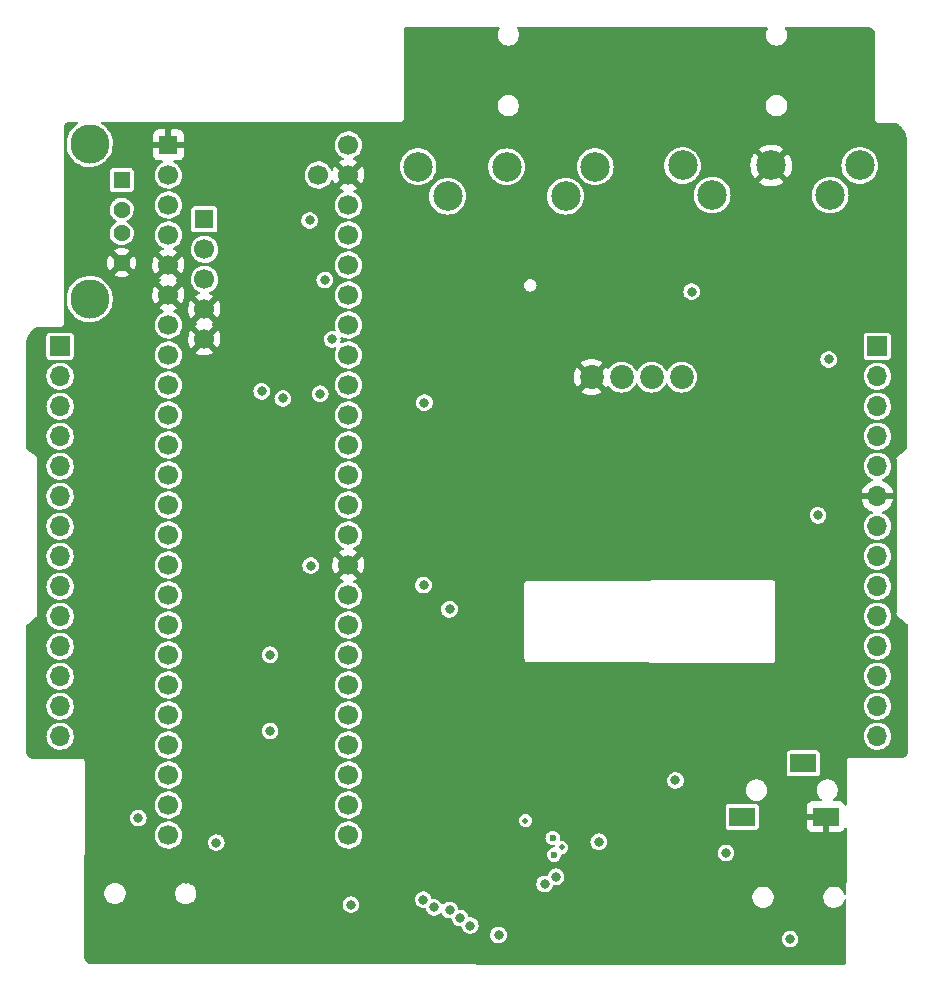
<source format=gbr>
%TF.GenerationSoftware,KiCad,Pcbnew,(6.0.2)*%
%TF.CreationDate,2023-02-09T01:22:52-05:00*%
%TF.ProjectId,bottom,626f7474-6f6d-42e6-9b69-6361645f7063,rev?*%
%TF.SameCoordinates,Original*%
%TF.FileFunction,Copper,L3,Inr*%
%TF.FilePolarity,Positive*%
%FSLAX46Y46*%
G04 Gerber Fmt 4.6, Leading zero omitted, Abs format (unit mm)*
G04 Created by KiCad (PCBNEW (6.0.2)) date 2023-02-09 01:22:52*
%MOMM*%
%LPD*%
G01*
G04 APERTURE LIST*
%TA.AperFunction,ComponentPad*%
%ADD10C,2.499360*%
%TD*%
%TA.AperFunction,ComponentPad*%
%ADD11R,1.700000X1.700000*%
%TD*%
%TA.AperFunction,ComponentPad*%
%ADD12O,1.700000X1.700000*%
%TD*%
%TA.AperFunction,ComponentPad*%
%ADD13R,1.600000X1.600000*%
%TD*%
%TA.AperFunction,ComponentPad*%
%ADD14C,1.700000*%
%TD*%
%TA.AperFunction,ComponentPad*%
%ADD15C,2.020000*%
%TD*%
%TA.AperFunction,ComponentPad*%
%ADD16R,1.428000X1.428000*%
%TD*%
%TA.AperFunction,ComponentPad*%
%ADD17C,1.428000*%
%TD*%
%TA.AperFunction,ComponentPad*%
%ADD18C,3.316000*%
%TD*%
%TA.AperFunction,ComponentPad*%
%ADD19R,2.200000X1.600000*%
%TD*%
%TA.AperFunction,ViaPad*%
%ADD20C,0.800000*%
%TD*%
%TA.AperFunction,ViaPad*%
%ADD21C,0.600000*%
%TD*%
%TA.AperFunction,ViaPad*%
%ADD22C,0.500000*%
%TD*%
G04 APERTURE END LIST*
D10*
%TO.N,Board_0-unconnected-(J40-Pad1)*%
%TO.C,J40*%
X145511780Y-71077200D03*
%TO.N,Board_0-unconnected-(J40-Pad2)*%
X153009860Y-71079740D03*
%TO.N,Board_0-unconnected-(J40-Pad3)*%
X160507940Y-71077200D03*
%TO.N,Board_0-Net-(J40-Pad4)*%
X148013680Y-73579100D03*
%TO.N,Board_0-Net-(D1-Pad2)*%
X158006040Y-73579100D03*
%TD*%
D11*
%TO.N,Board_0-/bottom/GPIO_10*%
%TO.C,J31*%
X184402400Y-86280000D03*
D12*
%TO.N,Board_0-/bottom/GPIO_11*%
X184402400Y-88820000D03*
%TO.N,Board_0-/bottom/GPIO_9*%
X184402400Y-91360000D03*
%TO.N,Board_0-/bottom/POT_GAIN_IN*%
X184402400Y-93900000D03*
%TO.N,Board_0-/bottom/3.3V*%
X184402400Y-96440000D03*
%TO.N,Board_0-/bottom/GND*%
X184402400Y-98980000D03*
%TO.N,Board_0-/bottom/GPIO_6*%
X184402400Y-101520000D03*
%TO.N,Board_0-/bottom/GPIO_5*%
X184402400Y-104060000D03*
%TO.N,Board_0-/bottom/GPIO_2*%
X184402400Y-106600000D03*
%TO.N,Board_0-/bottom/GPIO_1*%
X184402400Y-109140000D03*
%TO.N,Board_0-/bottom/GPIO_BPM*%
X184402400Y-111680000D03*
%TO.N,Board_0-/bottom/GIPO_PATTERN*%
X184402400Y-114220000D03*
%TO.N,Board_0-/bottom/GPIO_SOUND*%
X184402400Y-116760000D03*
%TO.N,Board_0-/bottom/GPIO_13*%
X184402400Y-119300000D03*
%TD*%
D11*
%TO.N,Board_0-/bottom/GPIO_14*%
%TO.C,J32*%
X115202400Y-86280000D03*
D12*
%TO.N,Board_0-/bottom/GPIO_15*%
X115202400Y-88820000D03*
%TO.N,Board_0-/bottom/GPIO_WRITE*%
X115202400Y-91360000D03*
%TO.N,Board_0-/bottom/GPIO_16*%
X115202400Y-93900000D03*
%TO.N,Board_0-/bottom/GPIO_12*%
X115202400Y-96440000D03*
%TO.N,Board_0-/bottom/GPIO_PLAY*%
X115202400Y-98980000D03*
%TO.N,Board_0-/bottom/GPIO_7*%
X115202400Y-101520000D03*
%TO.N,Board_0-/bottom/GPIO_8*%
X115202400Y-104060000D03*
%TO.N,Board_0-/bottom/POT_INPUT_PLAY_MIX*%
X115202400Y-106600000D03*
%TO.N,Board_0-/bottom/GPIO_FX*%
X115202400Y-109140000D03*
%TO.N,Board_0-/bottom/GPIO_3*%
X115202400Y-111680000D03*
%TO.N,Board_0-/bottom/GPIO_4*%
X115202400Y-114220000D03*
%TO.N,Board_0-/bottom/POT_VOL_OUT*%
X115202400Y-116760000D03*
%TO.N,Board_0-/bottom/GPIO_SPECIAL*%
X115202400Y-119300000D03*
%TD*%
D13*
%TO.N,Board_0-/bottom/GND*%
%TO.C,U1*%
X124369860Y-69240000D03*
D14*
%TO.N,Board_0-/bottom/GPIO_10*%
X124369860Y-71780000D03*
%TO.N,Board_0-/bottom/GPIO_11*%
X124369860Y-74320000D03*
%TO.N,Board_0-/bottom/ANALOG_IN*%
X124369860Y-76860000D03*
%TO.N,Board_0-/bottom/GND*%
X124369860Y-79400000D03*
X124369860Y-81940000D03*
%TO.N,Board_0-/bottom/GPIO_14*%
X124369860Y-84480000D03*
%TO.N,Board_0-/bottom/GPIO_15*%
X124369860Y-87020000D03*
%TO.N,Board_0-/bottom/DIN*%
X124369860Y-89560000D03*
%TO.N,Board_0-/bottom/DOUT*%
X124369860Y-92100000D03*
%TO.N,Board_0-/bottom/GPIO_WRITE*%
X124369860Y-94640000D03*
%TO.N,Board_0-/bottom/GPIO_16*%
X124369860Y-97180000D03*
%TO.N,Board_0-/bottom/GPIO_12*%
X124369860Y-99720000D03*
%TO.N,Board_0-/bottom/GPIO_PLAY*%
X124369860Y-102260000D03*
%TO.N,Board_0-/bottom/3.3V*%
X124369860Y-104800000D03*
%TO.N,Board_0-/bottom/GPIO_7*%
X124369860Y-107340000D03*
%TO.N,Board_0-/bottom/GPIO_8*%
X124369860Y-109880000D03*
%TO.N,Board_0-/bottom/SELECT_A*%
X124369860Y-112420000D03*
%TO.N,Board_0-/bottom/GPIO_FX*%
X124369860Y-114960000D03*
%TO.N,Board_0-/bottom/GPIO_3*%
X124369860Y-117500000D03*
%TO.N,Board_0-/bottom/GPIO_4*%
X124369860Y-120040000D03*
%TO.N,Board_0-/bottom/GPIO_SPECIAL*%
X124369860Y-122580000D03*
%TO.N,Board_0-/bottom/SELECT_B*%
X124369860Y-125120000D03*
%TO.N,Board_0-/bottom/SYNC_OUT*%
X124369860Y-127660000D03*
%TO.N,Board_0-/bottom/ESP32_EN*%
X139609860Y-127660000D03*
%TO.N,Board_0-/bottom/MIDI_IN_EXT*%
X139609860Y-125120000D03*
%TO.N,Board_0-/bottom/MIDI_OUT_EXT*%
X139609860Y-122580000D03*
%TO.N,Board_0-/bottom/GPIO_13*%
X139609860Y-120040000D03*
%TO.N,Board_0-/bottom/GPIO_SOUND*%
X139609860Y-117500000D03*
%TO.N,Board_0-/bottom/GIPO_PATTERN*%
X139609860Y-114960000D03*
%TO.N,Board_0-/bottom/GPIO_BPM*%
X139609860Y-112420000D03*
%TO.N,Board_0-/bottom/GPIO_1*%
X139609860Y-109880000D03*
%TO.N,Board_0-/bottom/GPIO_2*%
X139609860Y-107340000D03*
%TO.N,Board_0-/bottom/GND*%
X139609860Y-104800000D03*
%TO.N,Board_0-Net-(D2-Pad2)*%
X139609860Y-102260000D03*
%TO.N,Board_0-/bottom/MIDI_1_OUT*%
X139609860Y-99720000D03*
%TO.N,Board_0-/bottom/MIDI_1_IN*%
X139609860Y-97180000D03*
%TO.N,Board_0-/bottom/GPIO_5*%
X139609860Y-94640000D03*
%TO.N,Board_0-/bottom/GPIO_6*%
X139609860Y-92100000D03*
%TO.N,Board_0-/bottom/SDA*%
X139609860Y-89560000D03*
%TO.N,Board_0-/bottom/SCL*%
X139609860Y-87020000D03*
%TO.N,Board_0-/bottom/WCLK*%
X139609860Y-84480000D03*
%TO.N,Board_0-/bottom/BCLK*%
X139609860Y-81940000D03*
%TO.N,Board_0-/bottom/GPIO_9*%
X139609860Y-79400000D03*
%TO.N,Board_0-/bottom/MCLK*%
X139609860Y-76860000D03*
%TO.N,Board_0-/bottom/3.3V*%
X139609860Y-74320000D03*
%TO.N,Board_0-/bottom/GND*%
X139609860Y-71780000D03*
%TO.N,Board_0-/bottom/5V*%
X139609860Y-69240000D03*
%TO.N,Board_0-unconnected-(U1-Pad49)*%
X137069860Y-71780000D03*
D13*
%TO.N,Board_0-/bottom/H_USB_5V*%
X127420660Y-75539200D03*
D14*
%TO.N,Board_0-/bottom/H_USB_D-*%
X127420660Y-78079200D03*
%TO.N,Board_0-/bottom/H_USB_D+*%
X127420660Y-80619200D03*
%TO.N,Board_0-/bottom/GND*%
X127420660Y-83159200D03*
X127420660Y-85699200D03*
%TD*%
D10*
%TO.N,Board_0-unconnected-(J90-Pad1)*%
%TO.C,J90*%
X167911780Y-70977200D03*
%TO.N,Board_0-/bottom/GND*%
X175409860Y-70979740D03*
%TO.N,Board_0-unconnected-(J90-Pad3)*%
X182907940Y-70977200D03*
%TO.N,Board_0-Net-(J81-Pad3)*%
X170413680Y-73479100D03*
%TO.N,Board_0-Net-(J81-Pad2)*%
X180406040Y-73479100D03*
%TD*%
D15*
%TO.N,Board_0-/bottom/3.3V*%
%TO.C,J99*%
X167824800Y-88902800D03*
%TO.N,Board_0-/bottom/MIDI_IN_EXT*%
X165284800Y-88902800D03*
%TO.N,Board_0-/bottom/MIDI_OUT_EXT*%
X162744800Y-88902800D03*
%TO.N,Board_0-/bottom/GND*%
X160204800Y-88902800D03*
%TD*%
D16*
%TO.N,Board_0-/bottom/H_USB_5V*%
%TO.C,J70*%
X120419860Y-72210000D03*
D17*
%TO.N,Board_0-/bottom/H_USB_D-*%
X120419860Y-74710000D03*
%TO.N,Board_0-/bottom/H_USB_D+*%
X120419860Y-76710000D03*
%TO.N,Board_0-/bottom/GND*%
X120419860Y-79210000D03*
D18*
%TO.N,N/C*%
X117709860Y-69140000D03*
X117709860Y-82280000D03*
%TD*%
D19*
%TO.N,Board_0-/bottom/GND*%
%TO.C,J0*%
X180035200Y-126110800D03*
%TO.N,Board_0-/bottom/SYNC_OUT*%
X172962200Y-126110800D03*
%TO.N,Board_0-unconnected-(J0-Pad3)*%
X178130200Y-121610800D03*
%TD*%
D20*
%TO.N,Board_0-/bottom/3.3V*%
X179380940Y-100596660D03*
X134061200Y-90703200D03*
X139824800Y-133552800D03*
%TO.N,Board_0-/bottom/5V*%
X168674800Y-81652800D03*
X180274800Y-87402800D03*
%TO.N,Board_0-/bottom/ANALOG_IN*%
X136327311Y-75635489D03*
%TO.N,Board_0-/bottom/BCLK*%
X137224800Y-90302800D03*
X145974800Y-106502800D03*
%TO.N,Board_0-/bottom/GND*%
X152984200Y-133553000D03*
X171280940Y-97660000D03*
X165950400Y-93786000D03*
X137185400Y-130777300D03*
X129724800Y-136977800D03*
X150644800Y-122392800D03*
X159232600Y-136524600D03*
X164950400Y-93786000D03*
D21*
X153744800Y-125832800D03*
D20*
X121964800Y-133782800D03*
X165950400Y-94786000D03*
X118414800Y-127609400D03*
X142443200Y-133902300D03*
X141644800Y-127432800D03*
X153797000Y-97815200D03*
X146176955Y-128345955D03*
X166776400Y-136524600D03*
X171280940Y-94660000D03*
X137114800Y-123002800D03*
X119054800Y-131382800D03*
X132080000Y-136931200D03*
X168280940Y-94660000D03*
X126720600Y-109727800D03*
X161721800Y-133426000D03*
X174091600Y-131597200D03*
X120024800Y-126352800D03*
X137164800Y-124972800D03*
X118389400Y-129692200D03*
X168280940Y-96660000D03*
X161747200Y-134975600D03*
X169280940Y-94660000D03*
X170280940Y-98660000D03*
X162950400Y-93786000D03*
X171602400Y-127635189D03*
X167280940Y-96660000D03*
X177012600Y-127634800D03*
X143408400Y-131063800D03*
X170280940Y-97660000D03*
X171280940Y-98660000D03*
X161950400Y-94786000D03*
X169062400Y-134492800D03*
X162839400Y-131800400D03*
X170280940Y-99660000D03*
X169280940Y-96660000D03*
X171280940Y-99660000D03*
X165950400Y-92786000D03*
X171196000Y-136448600D03*
X170280940Y-96660000D03*
X127954800Y-133892800D03*
X137930457Y-126996624D03*
X147478932Y-135161739D03*
X164007800Y-136550200D03*
X168986200Y-136524800D03*
X167741600Y-130403400D03*
X173126400Y-133095800D03*
X118624800Y-137742800D03*
X165785808Y-134975408D03*
X130934800Y-126872800D03*
X125834800Y-131352800D03*
X139649200Y-136816700D03*
X168280940Y-98660000D03*
X176250600Y-134391200D03*
X170789600Y-134365800D03*
X180975000Y-134213400D03*
X133144800Y-125042800D03*
X118594800Y-135012800D03*
X163950400Y-93786000D03*
X169280940Y-95660000D03*
X163931600Y-133375200D03*
X169280940Y-97660000D03*
X169265600Y-129184200D03*
X138404600Y-135204000D03*
X157556200Y-133375200D03*
X171280940Y-100660000D03*
X133114800Y-122992800D03*
X170280940Y-95660000D03*
X167280940Y-98660000D03*
X176149000Y-129184189D03*
X169280940Y-100660000D03*
X167280940Y-97660000D03*
X126184800Y-133872800D03*
X168280940Y-100660000D03*
X175107600Y-127634800D03*
X132156200Y-135229400D03*
X160655000Y-129793800D03*
X130911600Y-130777300D03*
X133334800Y-126972800D03*
X125524800Y-136956600D03*
X137134600Y-136829600D03*
X164950400Y-94786000D03*
X130810000Y-129228300D03*
X157048200Y-134975600D03*
X162950400Y-94786000D03*
X133832600Y-130777300D03*
X124404800Y-130182800D03*
X149555200Y-129692200D03*
X178485800Y-133934000D03*
X171280940Y-96660000D03*
X168280940Y-97660000D03*
X145132563Y-134210128D03*
X169280940Y-98660000D03*
X143687800Y-135381800D03*
D21*
X142824800Y-122942800D03*
D20*
X161721800Y-136524800D03*
X159308800Y-134975600D03*
X163950400Y-94786000D03*
X155374800Y-83002800D03*
X171280940Y-95660000D03*
X151444800Y-129722800D03*
X178638200Y-131648000D03*
X125364800Y-135102800D03*
X175158400Y-130301800D03*
X123549800Y-135077800D03*
X168280940Y-95660000D03*
X154014800Y-122202800D03*
X164007800Y-134975600D03*
X135686800Y-129209600D03*
X159385000Y-133375200D03*
X166268400Y-131775000D03*
X177139600Y-130327200D03*
X163950400Y-92786000D03*
X145664800Y-122432800D03*
X121999800Y-131352800D03*
X162950400Y-92786000D03*
X167280940Y-95660000D03*
X148094800Y-122412800D03*
X161950400Y-93786000D03*
X168280940Y-99660000D03*
X143274800Y-125792800D03*
X144714800Y-124382800D03*
X175260000Y-136067600D03*
X167280940Y-100660000D03*
X155964800Y-133382800D03*
X161950400Y-92786000D03*
X170608230Y-132791000D03*
X119014800Y-133702800D03*
X123604800Y-136982800D03*
X165963600Y-133375200D03*
X130987800Y-124777800D03*
X160350200Y-126441000D03*
X133426200Y-129228300D03*
X170332400Y-128041200D03*
X167280940Y-99660000D03*
X172491400Y-131571800D03*
X127544800Y-124702800D03*
X170218200Y-116077800D03*
X140716000Y-135153200D03*
X130974800Y-122977800D03*
X134670800Y-135178600D03*
X142087600Y-136804200D03*
X129743200Y-135267700D03*
X148717000Y-136423200D03*
X180619400Y-131648000D03*
X127964800Y-122902800D03*
X167280940Y-94660000D03*
X156946600Y-136575600D03*
X164950400Y-92786000D03*
X164769800Y-131800900D03*
X170280940Y-100660000D03*
X185953400Y-81356000D03*
X169280940Y-99660000D03*
X134569200Y-136880400D03*
X170280940Y-94660000D03*
%TO.N,Board_0-/bottom/HPL*%
X121824800Y-126227800D03*
%TO.N,Board_0-/bottom/HPR*%
X128424800Y-128302800D03*
D22*
%TO.N,Board_0-/bottom/HP_3V3*%
X157683211Y-128704389D03*
D20*
X160814800Y-128232800D03*
D22*
X154604800Y-126442800D03*
D20*
X167308850Y-123049050D03*
%TO.N,Board_0-/bottom/MCLK*%
X148174800Y-108552800D03*
X136424800Y-104852800D03*
%TO.N,Board_0-/bottom/POT_GAIN_IN*%
X146050000Y-91058800D03*
%TO.N,Board_0-/bottom/POT_INPUT_PLAY_MIX*%
X137617200Y-80670200D03*
%TO.N,Board_0-/bottom/POT_VOL_OUT*%
X138246600Y-85705000D03*
%TO.N,Board_0-/bottom/SCL*%
X145949800Y-133127800D03*
%TO.N,Board_0-/bottom/SDA*%
X146874800Y-133802800D03*
%TO.N,Board_0-/bottom/SELECT_A*%
X132974800Y-112402800D03*
%TO.N,Board_0-/bottom/SELECT_B*%
X132974800Y-118852800D03*
%TO.N,Board_0-/bottom/WCLK*%
X132275300Y-90101258D03*
%TO.N,Board_0-Net-(C10-Pad1)*%
X149074800Y-134702800D03*
%TO.N,Board_0-Net-(C11-Pad1)*%
X177012600Y-136474000D03*
X149936200Y-135331000D03*
%TO.N,Board_0-Net-(C12-Pad1)*%
X171577000Y-129184200D03*
X152323800Y-136131300D03*
%TO.N,Board_0-Net-(C16-Pad1)*%
X156229260Y-131800400D03*
%TO.N,Board_0-Net-(C17-Pad1)*%
X157184800Y-131192800D03*
%TO.N,Board_0-Net-(C9-Pad1)*%
X148174800Y-134002800D03*
D21*
%TO.N,Board_0-Net-(R22-Pad1)*%
X156904800Y-127922800D03*
%TO.N,Board_0-Net-(R23-Pad1)*%
X157035500Y-129323900D03*
%TD*%
%TA.AperFunction,Conductor*%
%TO.N,Board_0-/bottom/GND*%
G36*
X183526755Y-59234561D02*
G01*
X183541704Y-59234840D01*
X183546900Y-59235074D01*
X183581900Y-59237580D01*
X183583518Y-59237696D01*
X183588732Y-59238208D01*
X183625224Y-59242772D01*
X183630402Y-59243560D01*
X183666479Y-59250026D01*
X183671596Y-59251083D01*
X183707361Y-59259466D01*
X183712421Y-59260795D01*
X183747711Y-59271064D01*
X183752695Y-59272658D01*
X183787364Y-59284771D01*
X183792232Y-59286617D01*
X183826181Y-59300531D01*
X183830938Y-59302629D01*
X183864190Y-59318361D01*
X183868843Y-59320715D01*
X183901133Y-59338137D01*
X183905657Y-59340734D01*
X183937011Y-59359858D01*
X183941394Y-59362694D01*
X183971736Y-59383479D01*
X183975983Y-59386557D01*
X184005102Y-59408859D01*
X184009171Y-59412149D01*
X184037107Y-59435989D01*
X184041000Y-59439494D01*
X184067589Y-59464734D01*
X184071288Y-59468436D01*
X184096567Y-59495110D01*
X184100071Y-59499009D01*
X184123879Y-59526956D01*
X184127167Y-59531029D01*
X184149465Y-59560196D01*
X184152534Y-59564438D01*
X184173221Y-59594688D01*
X184176063Y-59599089D01*
X184194677Y-59629662D01*
X184209117Y-59681121D01*
X184209407Y-60820230D01*
X184210960Y-66924258D01*
X184210985Y-67023502D01*
X184210512Y-67033189D01*
X184209801Y-67040439D01*
X184207259Y-67049217D01*
X184208047Y-67058319D01*
X184208047Y-67058321D01*
X184210634Y-67088192D01*
X184211003Y-67096704D01*
X184211006Y-67106981D01*
X184211842Y-67111464D01*
X184211842Y-67111465D01*
X184212460Y-67114780D01*
X184213768Y-67124383D01*
X184216902Y-67160559D01*
X184220917Y-67168773D01*
X184222496Y-67174465D01*
X184224616Y-67179956D01*
X184226292Y-67188942D01*
X184231090Y-67196721D01*
X184231091Y-67196724D01*
X184245358Y-67219856D01*
X184250039Y-67228350D01*
X184265981Y-67260965D01*
X184272685Y-67267184D01*
X184276206Y-67271925D01*
X184280163Y-67276287D01*
X184284960Y-67284064D01*
X184292232Y-67289591D01*
X184292233Y-67289592D01*
X184313876Y-67306041D01*
X184321299Y-67312280D01*
X184332197Y-67322389D01*
X184347915Y-67336970D01*
X184356404Y-67340357D01*
X184361385Y-67343506D01*
X184366656Y-67346155D01*
X184373937Y-67351689D01*
X184382719Y-67354230D01*
X184382720Y-67354230D01*
X184408814Y-67361779D01*
X184417986Y-67364927D01*
X184431199Y-67370198D01*
X184451718Y-67378385D01*
X184457991Y-67379000D01*
X184458992Y-67379000D01*
X184463380Y-67379728D01*
X184463420Y-67379317D01*
X184472512Y-67380206D01*
X184481294Y-67382747D01*
X184490400Y-67381956D01*
X184520159Y-67379371D01*
X184528726Y-67379000D01*
X184737338Y-67379001D01*
X186007125Y-67379005D01*
X186059179Y-67393795D01*
X186067149Y-67398721D01*
X186123974Y-67433848D01*
X186128294Y-67436677D01*
X186196984Y-67484260D01*
X186201150Y-67487310D01*
X186267263Y-67538408D01*
X186271267Y-67541673D01*
X186334629Y-67596154D01*
X186338454Y-67599620D01*
X186398872Y-67657312D01*
X186402507Y-67660969D01*
X186459823Y-67721718D01*
X186463256Y-67725553D01*
X186517342Y-67789226D01*
X186520580Y-67793245D01*
X186569187Y-67856916D01*
X186571280Y-67859658D01*
X186574306Y-67863845D01*
X186621484Y-67932829D01*
X186624287Y-67937165D01*
X186667797Y-68008502D01*
X186670369Y-68012977D01*
X186683099Y-68036529D01*
X186710074Y-68086438D01*
X186712408Y-68091040D01*
X186748244Y-68166497D01*
X186750337Y-68171218D01*
X186782189Y-68248440D01*
X186784033Y-68253262D01*
X186811833Y-68332090D01*
X186813413Y-68336975D01*
X186828838Y-68389252D01*
X186837055Y-68417103D01*
X186838387Y-68422092D01*
X186857816Y-68503335D01*
X186858886Y-68508387D01*
X186874066Y-68590610D01*
X186874869Y-68595702D01*
X186885391Y-68675920D01*
X186885731Y-68678516D01*
X186886269Y-68683655D01*
X186892799Y-68766968D01*
X186893068Y-68772123D01*
X186895382Y-68860851D01*
X186895416Y-68863400D01*
X186899473Y-81371979D01*
X186900974Y-86000518D01*
X186900982Y-86026532D01*
X186900971Y-86027011D01*
X186900940Y-86027324D01*
X186900999Y-86080720D01*
X186901008Y-86108001D01*
X186901027Y-86108103D01*
X186901029Y-86108156D01*
X186910786Y-94918035D01*
X186891943Y-94976247D01*
X186873551Y-94995513D01*
X186374937Y-95393555D01*
X186168259Y-95558545D01*
X186149979Y-95570114D01*
X186139034Y-95575464D01*
X186118763Y-95597316D01*
X186115390Y-95600750D01*
X186112027Y-95603435D01*
X186109044Y-95606885D01*
X186098586Y-95618979D01*
X186096302Y-95621530D01*
X186063029Y-95657398D01*
X186061028Y-95662414D01*
X186057493Y-95666502D01*
X186047069Y-95695537D01*
X186040968Y-95712531D01*
X186039757Y-95715729D01*
X186021615Y-95761201D01*
X186021000Y-95767474D01*
X186021000Y-95768147D01*
X186019729Y-95771687D01*
X186019935Y-95780443D01*
X186019935Y-95780446D01*
X186020973Y-95824474D01*
X186021000Y-95826806D01*
X186021000Y-108890783D01*
X186019171Y-108909724D01*
X186015814Y-108926946D01*
X186019595Y-108948235D01*
X186020910Y-108955642D01*
X186021000Y-108956310D01*
X186021000Y-108957407D01*
X186022678Y-108966416D01*
X186025731Y-108982811D01*
X186025878Y-108983618D01*
X186035355Y-109036983D01*
X186036027Y-109038094D01*
X186036265Y-109039372D01*
X186040824Y-109046769D01*
X186040825Y-109046770D01*
X186064698Y-109085498D01*
X186065131Y-109086207D01*
X186093199Y-109132608D01*
X186094446Y-109133758D01*
X186094909Y-109134509D01*
X186096914Y-109136034D01*
X186097833Y-109136881D01*
X186102550Y-109140446D01*
X186102552Y-109140448D01*
X186129498Y-109160812D01*
X186129734Y-109160990D01*
X186183869Y-109202156D01*
X186184325Y-109202288D01*
X186184632Y-109202480D01*
X186533231Y-109465931D01*
X186921684Y-109759502D01*
X186956708Y-109809671D01*
X186960994Y-109838484D01*
X186961000Y-120670877D01*
X186960547Y-120680341D01*
X186957484Y-120712239D01*
X186956722Y-120720171D01*
X186956038Y-120725667D01*
X186952207Y-120750681D01*
X186948725Y-120773413D01*
X186947305Y-120780797D01*
X186945710Y-120787672D01*
X186943731Y-120794934D01*
X186937196Y-120815764D01*
X186931960Y-120832452D01*
X186928481Y-120841845D01*
X186914968Y-120873334D01*
X186910567Y-120882307D01*
X186893948Y-120912250D01*
X186888653Y-120920743D01*
X186866186Y-120953024D01*
X186861662Y-120959025D01*
X186857206Y-120964491D01*
X186852238Y-120970133D01*
X186825125Y-120998653D01*
X186817881Y-121005539D01*
X186791917Y-121027828D01*
X186783991Y-121033963D01*
X186751726Y-121056422D01*
X186745406Y-121060475D01*
X186739273Y-121064084D01*
X186732679Y-121067635D01*
X186697409Y-121084934D01*
X186688213Y-121088880D01*
X186656085Y-121100779D01*
X186646520Y-121103781D01*
X186608446Y-121113638D01*
X186601115Y-121115242D01*
X186595311Y-121116282D01*
X186594143Y-121116491D01*
X186586696Y-121117535D01*
X186542590Y-121122017D01*
X186535089Y-121122492D01*
X186518001Y-121122925D01*
X186515449Y-121122957D01*
X182166444Y-121121024D01*
X182156598Y-121120529D01*
X182150266Y-121119893D01*
X182141494Y-121117331D01*
X182132389Y-121118098D01*
X182132388Y-121118098D01*
X182102169Y-121120644D01*
X182093811Y-121120993D01*
X182087790Y-121120990D01*
X182087788Y-121120990D01*
X182083225Y-121120988D01*
X182075751Y-121122377D01*
X182065984Y-121123692D01*
X182061339Y-121124083D01*
X182030130Y-121126712D01*
X182021908Y-121130707D01*
X182015965Y-121132340D01*
X182010238Y-121134547D01*
X182001254Y-121136216D01*
X181993472Y-121141008D01*
X181970607Y-121155088D01*
X181961968Y-121159832D01*
X181929609Y-121175555D01*
X181923377Y-121182241D01*
X181918431Y-121185896D01*
X181913874Y-121190025D01*
X181906090Y-121194818D01*
X181900554Y-121202091D01*
X181900552Y-121202093D01*
X181884293Y-121223455D01*
X181877949Y-121230981D01*
X181853411Y-121257310D01*
X181850004Y-121265791D01*
X181846706Y-121270982D01*
X181843940Y-121276475D01*
X181838404Y-121283748D01*
X181835858Y-121292524D01*
X181835857Y-121292527D01*
X181828383Y-121318296D01*
X181825171Y-121327611D01*
X181811752Y-121361015D01*
X181811123Y-121367287D01*
X181811120Y-121368556D01*
X181810342Y-121373172D01*
X181810712Y-121373208D01*
X181809816Y-121382307D01*
X181807270Y-121391083D01*
X181808054Y-121400187D01*
X181808054Y-121400191D01*
X181810590Y-121429620D01*
X181810956Y-121438346D01*
X181807119Y-123067035D01*
X181802336Y-125097211D01*
X181783291Y-125155357D01*
X181733707Y-125191204D01*
X181672522Y-125191060D01*
X181623106Y-125154980D01*
X181610636Y-125131730D01*
X181587849Y-125070945D01*
X181581141Y-125058692D01*
X181502337Y-124953544D01*
X181492456Y-124943663D01*
X181387308Y-124864859D01*
X181375055Y-124858151D01*
X181251222Y-124811728D01*
X181239233Y-124808877D01*
X181185948Y-124803089D01*
X181180614Y-124802800D01*
X180701082Y-124802800D01*
X180642891Y-124783893D01*
X180606927Y-124734393D01*
X180606927Y-124673207D01*
X180642891Y-124623707D01*
X180651582Y-124618063D01*
X180689925Y-124595926D01*
X180689926Y-124595925D01*
X180694416Y-124593333D01*
X180703844Y-124584844D01*
X180831235Y-124470141D01*
X180831238Y-124470137D01*
X180835088Y-124466671D01*
X180946351Y-124313530D01*
X181023344Y-124140603D01*
X181062700Y-123955446D01*
X181062700Y-123766154D01*
X181023344Y-123580997D01*
X180997005Y-123521840D01*
X180948459Y-123412804D01*
X180948458Y-123412802D01*
X180946351Y-123408070D01*
X180835088Y-123254929D01*
X180831238Y-123251463D01*
X180831235Y-123251459D01*
X180698272Y-123131739D01*
X180694416Y-123128267D01*
X180588359Y-123067035D01*
X180534974Y-123036213D01*
X180534972Y-123036212D01*
X180530484Y-123033621D01*
X180525554Y-123032019D01*
X180355388Y-122976728D01*
X180355383Y-122976727D01*
X180350456Y-122975126D01*
X180209392Y-122960300D01*
X180115008Y-122960300D01*
X179973944Y-122975126D01*
X179969017Y-122976727D01*
X179969012Y-122976728D01*
X179798846Y-123032019D01*
X179793916Y-123033621D01*
X179789428Y-123036212D01*
X179789426Y-123036213D01*
X179736041Y-123067035D01*
X179629984Y-123128267D01*
X179626128Y-123131739D01*
X179493165Y-123251459D01*
X179493162Y-123251463D01*
X179489312Y-123254929D01*
X179378049Y-123408070D01*
X179375942Y-123412802D01*
X179375941Y-123412804D01*
X179327395Y-123521840D01*
X179301056Y-123580997D01*
X179261700Y-123766154D01*
X179261700Y-123955446D01*
X179301056Y-124140603D01*
X179378049Y-124313530D01*
X179489312Y-124466671D01*
X179493162Y-124470137D01*
X179493165Y-124470141D01*
X179620556Y-124584844D01*
X179629984Y-124593333D01*
X179634475Y-124595926D01*
X179634482Y-124595931D01*
X179672819Y-124618065D01*
X179713760Y-124663534D01*
X179720156Y-124724385D01*
X179689563Y-124777373D01*
X179633667Y-124802259D01*
X179623319Y-124802801D01*
X178889789Y-124802801D01*
X178884449Y-124803090D01*
X178831165Y-124808878D01*
X178819180Y-124811727D01*
X178695345Y-124858151D01*
X178683092Y-124864859D01*
X178577944Y-124943663D01*
X178568063Y-124953544D01*
X178489259Y-125058692D01*
X178482551Y-125070945D01*
X178436128Y-125194778D01*
X178433277Y-125206767D01*
X178427489Y-125260052D01*
X178427200Y-125265386D01*
X178427200Y-125841120D01*
X178431322Y-125853805D01*
X178435443Y-125856800D01*
X180190200Y-125856800D01*
X180248391Y-125875707D01*
X180284355Y-125925207D01*
X180289200Y-125955800D01*
X180289200Y-127403119D01*
X180293322Y-127415804D01*
X180297443Y-127418799D01*
X181180611Y-127418799D01*
X181185951Y-127418510D01*
X181239235Y-127412722D01*
X181251220Y-127409873D01*
X181375055Y-127363449D01*
X181387308Y-127356741D01*
X181492456Y-127277937D01*
X181502337Y-127268056D01*
X181581141Y-127162908D01*
X181587848Y-127150657D01*
X181605830Y-127102691D01*
X181643961Y-127054841D01*
X181702936Y-127038542D01*
X181760228Y-127060020D01*
X181793953Y-127111072D01*
X181797530Y-127137674D01*
X181788749Y-130864908D01*
X181784453Y-132688547D01*
X181765408Y-132746693D01*
X181715824Y-132782540D01*
X181654639Y-132782396D01*
X181605223Y-132746316D01*
X181588616Y-132708897D01*
X181576622Y-132652468D01*
X181576622Y-132652467D01*
X181575544Y-132647397D01*
X181533216Y-132552328D01*
X181500659Y-132479204D01*
X181500658Y-132479202D01*
X181498551Y-132474470D01*
X181387288Y-132321329D01*
X181383438Y-132317863D01*
X181383435Y-132317859D01*
X181250472Y-132198139D01*
X181246616Y-132194667D01*
X181242125Y-132192074D01*
X181087174Y-132102613D01*
X181087172Y-132102612D01*
X181082684Y-132100021D01*
X181077754Y-132098419D01*
X180907588Y-132043128D01*
X180907583Y-132043127D01*
X180902656Y-132041526D01*
X180761592Y-132026700D01*
X180667208Y-132026700D01*
X180526144Y-132041526D01*
X180521217Y-132043127D01*
X180521212Y-132043128D01*
X180351046Y-132098419D01*
X180346116Y-132100021D01*
X180341628Y-132102612D01*
X180341626Y-132102613D01*
X180186675Y-132192074D01*
X180182184Y-132194667D01*
X180178328Y-132198139D01*
X180045365Y-132317859D01*
X180045362Y-132317863D01*
X180041512Y-132321329D01*
X179930249Y-132474470D01*
X179928142Y-132479202D01*
X179928141Y-132479204D01*
X179895584Y-132552328D01*
X179853256Y-132647397D01*
X179813900Y-132832554D01*
X179813900Y-133021846D01*
X179853256Y-133207003D01*
X179855365Y-133211739D01*
X179855365Y-133211740D01*
X179917574Y-133351461D01*
X179930249Y-133379930D01*
X180041512Y-133533071D01*
X180045362Y-133536537D01*
X180045365Y-133536541D01*
X180154138Y-133634480D01*
X180182184Y-133659733D01*
X180186674Y-133662325D01*
X180186675Y-133662326D01*
X180341626Y-133751787D01*
X180341628Y-133751788D01*
X180346116Y-133754379D01*
X180351045Y-133755980D01*
X180351046Y-133755981D01*
X180521212Y-133811272D01*
X180521217Y-133811273D01*
X180526144Y-133812874D01*
X180667208Y-133827700D01*
X180761592Y-133827700D01*
X180902656Y-133812874D01*
X180907583Y-133811273D01*
X180907588Y-133811272D01*
X181077754Y-133755981D01*
X181077755Y-133755980D01*
X181082684Y-133754379D01*
X181087172Y-133751788D01*
X181087174Y-133751787D01*
X181242125Y-133662326D01*
X181242126Y-133662325D01*
X181246616Y-133659733D01*
X181274662Y-133634480D01*
X181383435Y-133536541D01*
X181383438Y-133536537D01*
X181387288Y-133533071D01*
X181498551Y-133379930D01*
X181511227Y-133351461D01*
X181573435Y-133211740D01*
X181573435Y-133211739D01*
X181575544Y-133207003D01*
X181587478Y-133150857D01*
X181618071Y-133097869D01*
X181673966Y-133072982D01*
X181733815Y-133085703D01*
X181774756Y-133131173D01*
X181783315Y-133171673D01*
X181783053Y-133283004D01*
X181771219Y-138306591D01*
X181771116Y-138350129D01*
X181770735Y-138358203D01*
X181770495Y-138359896D01*
X181770391Y-138362311D01*
X181770390Y-138362321D01*
X181768860Y-138397838D01*
X181768261Y-138405252D01*
X181766739Y-138418055D01*
X181767039Y-138422605D01*
X181767140Y-138424139D01*
X181767263Y-138434913D01*
X181766569Y-138451018D01*
X181765952Y-138458576D01*
X181765783Y-138459981D01*
X181765068Y-138464887D01*
X181764829Y-138466281D01*
X181763264Y-138473694D01*
X181759891Y-138487101D01*
X181758873Y-138491148D01*
X181755930Y-138500754D01*
X181750435Y-138515901D01*
X181744218Y-138529662D01*
X181736461Y-138543838D01*
X181731196Y-138552397D01*
X181723899Y-138563012D01*
X181717798Y-138570988D01*
X181709432Y-138580842D01*
X181702549Y-138588159D01*
X181693212Y-138597125D01*
X181685617Y-138603710D01*
X181672896Y-138613653D01*
X181660355Y-138622000D01*
X181646294Y-138629883D01*
X181637288Y-138634346D01*
X181635412Y-138635160D01*
X181622439Y-138640787D01*
X181608191Y-138645716D01*
X181592607Y-138649808D01*
X181582775Y-138651862D01*
X181570019Y-138653857D01*
X181560018Y-138654904D01*
X181537540Y-138656105D01*
X181532240Y-138656245D01*
X119871423Y-138622225D01*
X117723759Y-138621040D01*
X117682212Y-138611875D01*
X117676617Y-138609284D01*
X117672012Y-138607004D01*
X117640434Y-138590339D01*
X117635943Y-138587817D01*
X117630667Y-138584671D01*
X117605278Y-138569534D01*
X117600960Y-138566806D01*
X117571245Y-138546924D01*
X117567101Y-138543993D01*
X117538505Y-138522631D01*
X117534481Y-138519458D01*
X117507053Y-138496656D01*
X117503182Y-138493264D01*
X117476938Y-138469031D01*
X117473284Y-138465477D01*
X117448322Y-138439902D01*
X117444865Y-138436170D01*
X117421277Y-138409344D01*
X117418012Y-138405430D01*
X117395851Y-138377415D01*
X117392785Y-138373324D01*
X117372095Y-138344173D01*
X117369225Y-138339899D01*
X117350108Y-138309759D01*
X117347466Y-138305343D01*
X117329960Y-138274284D01*
X117327551Y-138269737D01*
X117311656Y-138237757D01*
X117309485Y-138233089D01*
X117295294Y-138200372D01*
X117293370Y-138195601D01*
X117280905Y-138162211D01*
X117279232Y-138157346D01*
X117268504Y-138123308D01*
X117267086Y-138118365D01*
X117258141Y-138083820D01*
X117256980Y-138078804D01*
X117249845Y-138043850D01*
X117248947Y-138038779D01*
X117243637Y-138003486D01*
X117243004Y-137998383D01*
X117239535Y-137962875D01*
X117239168Y-137957740D01*
X117237550Y-137922108D01*
X117237450Y-137916964D01*
X117237622Y-137890897D01*
X117239691Y-137874400D01*
X117240200Y-137873139D01*
X117240841Y-137866869D01*
X117241017Y-137824710D01*
X117241186Y-137819328D01*
X117241916Y-137806883D01*
X117241916Y-137806879D01*
X117242183Y-137802324D01*
X117241612Y-137797796D01*
X117241459Y-137793241D01*
X117241510Y-137793239D01*
X117241171Y-137787661D01*
X117248100Y-136123911D01*
X151618194Y-136123911D01*
X151618849Y-136129844D01*
X151618849Y-136129848D01*
X151636144Y-136286504D01*
X151636799Y-136292435D01*
X151695066Y-136451656D01*
X151698391Y-136456605D01*
X151698392Y-136456606D01*
X151717838Y-136485545D01*
X151789630Y-136592383D01*
X151915033Y-136706491D01*
X152064035Y-136787392D01*
X152098989Y-136796562D01*
X152222264Y-136828903D01*
X152222268Y-136828904D01*
X152228033Y-136830416D01*
X152233994Y-136830510D01*
X152233997Y-136830510D01*
X152312765Y-136831747D01*
X152397560Y-136833079D01*
X152403375Y-136831747D01*
X152403377Y-136831747D01*
X152557006Y-136796562D01*
X152557009Y-136796561D01*
X152562829Y-136795228D01*
X152575698Y-136788756D01*
X152708965Y-136721729D01*
X152714298Y-136719047D01*
X152718835Y-136715172D01*
X152718838Y-136715170D01*
X152838688Y-136612808D01*
X152838691Y-136612805D01*
X152843223Y-136608934D01*
X152858675Y-136587430D01*
X152938677Y-136476096D01*
X152938678Y-136476094D01*
X152942161Y-136471247D01*
X152944025Y-136466611D01*
X176306994Y-136466611D01*
X176307649Y-136472544D01*
X176307649Y-136472548D01*
X176322706Y-136608934D01*
X176325599Y-136635135D01*
X176383866Y-136794356D01*
X176387191Y-136799305D01*
X176387192Y-136799306D01*
X176429738Y-136862622D01*
X176478430Y-136935083D01*
X176603833Y-137049191D01*
X176752835Y-137130092D01*
X176787789Y-137139262D01*
X176911064Y-137171603D01*
X176911068Y-137171604D01*
X176916833Y-137173116D01*
X176922794Y-137173210D01*
X176922797Y-137173210D01*
X177001565Y-137174447D01*
X177086360Y-137175779D01*
X177092175Y-137174447D01*
X177092177Y-137174447D01*
X177245806Y-137139262D01*
X177245809Y-137139261D01*
X177251629Y-137137928D01*
X177267210Y-137130092D01*
X177397765Y-137064429D01*
X177403098Y-137061747D01*
X177407635Y-137057872D01*
X177407638Y-137057870D01*
X177527488Y-136955508D01*
X177527491Y-136955505D01*
X177532023Y-136951634D01*
X177547475Y-136930130D01*
X177627477Y-136818796D01*
X177627478Y-136818794D01*
X177630961Y-136813947D01*
X177639565Y-136792546D01*
X177691977Y-136662167D01*
X177691978Y-136662165D01*
X177694201Y-136656634D01*
X177698105Y-136629204D01*
X177717634Y-136491985D01*
X177717634Y-136491979D01*
X177718090Y-136488778D01*
X177718245Y-136474000D01*
X177707392Y-136384314D01*
X177698593Y-136311602D01*
X177698592Y-136311599D01*
X177697876Y-136305680D01*
X177637945Y-136147077D01*
X177629323Y-136134531D01*
X177545292Y-136012267D01*
X177541912Y-136007349D01*
X177415321Y-135894560D01*
X177265481Y-135815224D01*
X177153636Y-135787130D01*
X177106831Y-135775373D01*
X177106828Y-135775373D01*
X177101041Y-135773919D01*
X177015441Y-135773471D01*
X176937461Y-135773062D01*
X176937459Y-135773062D01*
X176931495Y-135773031D01*
X176925699Y-135774423D01*
X176925695Y-135774423D01*
X176835408Y-135796100D01*
X176766632Y-135812612D01*
X176691300Y-135851494D01*
X176621275Y-135887636D01*
X176621273Y-135887638D01*
X176615969Y-135890375D01*
X176488204Y-136001831D01*
X176484773Y-136006713D01*
X176484772Y-136006714D01*
X176398232Y-136129848D01*
X176390713Y-136140547D01*
X176329124Y-136298513D01*
X176306994Y-136466611D01*
X152944025Y-136466611D01*
X153005401Y-136313934D01*
X153009305Y-136286504D01*
X153028834Y-136149285D01*
X153028834Y-136149279D01*
X153029290Y-136146078D01*
X153029445Y-136131300D01*
X153017017Y-136028603D01*
X153009793Y-135968902D01*
X153009792Y-135968899D01*
X153009076Y-135962980D01*
X152949145Y-135804377D01*
X152943457Y-135796100D01*
X152860773Y-135675796D01*
X152853112Y-135664649D01*
X152726521Y-135551860D01*
X152576681Y-135472524D01*
X152494461Y-135451872D01*
X152418031Y-135432673D01*
X152418028Y-135432673D01*
X152412241Y-135431219D01*
X152326641Y-135430771D01*
X152248661Y-135430362D01*
X152248659Y-135430362D01*
X152242695Y-135430331D01*
X152236899Y-135431723D01*
X152236895Y-135431723D01*
X152129503Y-135457507D01*
X152077832Y-135469912D01*
X152057206Y-135480558D01*
X151932475Y-135544936D01*
X151932473Y-135544938D01*
X151927169Y-135547675D01*
X151799404Y-135659131D01*
X151795973Y-135664013D01*
X151795972Y-135664014D01*
X151717708Y-135775373D01*
X151701913Y-135797847D01*
X151694049Y-135818017D01*
X151654776Y-135918747D01*
X151640324Y-135955813D01*
X151618194Y-136123911D01*
X117248100Y-136123911D01*
X117258838Y-133545411D01*
X139119194Y-133545411D01*
X139119849Y-133551344D01*
X139119849Y-133551348D01*
X139136147Y-133698971D01*
X139137799Y-133713935D01*
X139196066Y-133873156D01*
X139199391Y-133878105D01*
X139199392Y-133878106D01*
X139212489Y-133897596D01*
X139290630Y-134013883D01*
X139416033Y-134127991D01*
X139565035Y-134208892D01*
X139599989Y-134218062D01*
X139723264Y-134250403D01*
X139723268Y-134250404D01*
X139729033Y-134251916D01*
X139734994Y-134252010D01*
X139734997Y-134252010D01*
X139813796Y-134253247D01*
X139898560Y-134254579D01*
X139904375Y-134253247D01*
X139904377Y-134253247D01*
X140058006Y-134218062D01*
X140058009Y-134218061D01*
X140063829Y-134216728D01*
X140079410Y-134208892D01*
X140168796Y-134163935D01*
X140215298Y-134140547D01*
X140219835Y-134136672D01*
X140219838Y-134136670D01*
X140339688Y-134034308D01*
X140339691Y-134034305D01*
X140344223Y-134030434D01*
X140359675Y-134008930D01*
X140439677Y-133897596D01*
X140439678Y-133897594D01*
X140443161Y-133892747D01*
X140464204Y-133840403D01*
X140504177Y-133740967D01*
X140504178Y-133740965D01*
X140506401Y-133735434D01*
X140510613Y-133705841D01*
X140529834Y-133570785D01*
X140529834Y-133570779D01*
X140530290Y-133567578D01*
X140530445Y-133552800D01*
X140514781Y-133423360D01*
X140510793Y-133390402D01*
X140510792Y-133390399D01*
X140510076Y-133384480D01*
X140450145Y-133225877D01*
X140437174Y-133207003D01*
X140377660Y-133120411D01*
X145244194Y-133120411D01*
X145244849Y-133126344D01*
X145244849Y-133126348D01*
X145256485Y-133231741D01*
X145262799Y-133288935D01*
X145321066Y-133448156D01*
X145324391Y-133453105D01*
X145324392Y-133453106D01*
X145360252Y-133506472D01*
X145415630Y-133588883D01*
X145541033Y-133702991D01*
X145690035Y-133783892D01*
X145749480Y-133799487D01*
X145848264Y-133825403D01*
X145848268Y-133825404D01*
X145854033Y-133826916D01*
X145859994Y-133827010D01*
X145859997Y-133827010D01*
X145938797Y-133828248D01*
X146023560Y-133829579D01*
X146060974Y-133821010D01*
X146121916Y-133826450D01*
X146168022Y-133866672D01*
X146181475Y-133906648D01*
X146187799Y-133963935D01*
X146189848Y-133969535D01*
X146189849Y-133969538D01*
X146217108Y-134044024D01*
X146246066Y-134123156D01*
X146340630Y-134263883D01*
X146466033Y-134377991D01*
X146615035Y-134458892D01*
X146649372Y-134467900D01*
X146773264Y-134500403D01*
X146773268Y-134500404D01*
X146779033Y-134501916D01*
X146784994Y-134502010D01*
X146784997Y-134502010D01*
X146863796Y-134503247D01*
X146948560Y-134504579D01*
X146954375Y-134503247D01*
X146954377Y-134503247D01*
X147108006Y-134468062D01*
X147108009Y-134468061D01*
X147113829Y-134466728D01*
X147129410Y-134458892D01*
X147259965Y-134393229D01*
X147265298Y-134390547D01*
X147269835Y-134386672D01*
X147269838Y-134386670D01*
X147354408Y-134314439D01*
X147389926Y-134284104D01*
X147446452Y-134260690D01*
X147505947Y-134274973D01*
X147542429Y-134314439D01*
X147544015Y-134317553D01*
X147546066Y-134323156D01*
X147640630Y-134463883D01*
X147766033Y-134577991D01*
X147915035Y-134658892D01*
X147965854Y-134672224D01*
X148073264Y-134700403D01*
X148073268Y-134700404D01*
X148079033Y-134701916D01*
X148084994Y-134702010D01*
X148084997Y-134702010D01*
X148163765Y-134703247D01*
X148248560Y-134704579D01*
X148258899Y-134702211D01*
X148319841Y-134707652D01*
X148365947Y-134747874D01*
X148379399Y-134787849D01*
X148387799Y-134863935D01*
X148446066Y-135023156D01*
X148540630Y-135163883D01*
X148666033Y-135277991D01*
X148815035Y-135358892D01*
X148874480Y-135374487D01*
X148973264Y-135400403D01*
X148973268Y-135400404D01*
X148979033Y-135401916D01*
X148984994Y-135402010D01*
X148984997Y-135402010D01*
X149148560Y-135404579D01*
X149148531Y-135406418D01*
X149200328Y-135417423D01*
X149241273Y-135462889D01*
X149247220Y-135480558D01*
X149248544Y-135486205D01*
X149249199Y-135492135D01*
X149251248Y-135497735D01*
X149251249Y-135497738D01*
X149269524Y-135547675D01*
X149307466Y-135651356D01*
X149310791Y-135656305D01*
X149310792Y-135656306D01*
X149323889Y-135675796D01*
X149402030Y-135792083D01*
X149527433Y-135906191D01*
X149676435Y-135987092D01*
X149732617Y-136001831D01*
X149834664Y-136028603D01*
X149834668Y-136028604D01*
X149840433Y-136030116D01*
X149846394Y-136030210D01*
X149846397Y-136030210D01*
X149925165Y-136031447D01*
X150009960Y-136032779D01*
X150015775Y-136031447D01*
X150015777Y-136031447D01*
X150169406Y-135996262D01*
X150169409Y-135996261D01*
X150175229Y-135994928D01*
X150190810Y-135987092D01*
X150321365Y-135921429D01*
X150326698Y-135918747D01*
X150331235Y-135914872D01*
X150331238Y-135914870D01*
X150451088Y-135812508D01*
X150451091Y-135812505D01*
X150455623Y-135808634D01*
X150459378Y-135803408D01*
X150551077Y-135675796D01*
X150551078Y-135675794D01*
X150554561Y-135670947D01*
X150604117Y-135547675D01*
X150615577Y-135519167D01*
X150615578Y-135519165D01*
X150617801Y-135513634D01*
X150618642Y-135507727D01*
X150641234Y-135348985D01*
X150641234Y-135348979D01*
X150641690Y-135345778D01*
X150641845Y-135331000D01*
X150621476Y-135162680D01*
X150561545Y-135004077D01*
X150465512Y-134864349D01*
X150338921Y-134751560D01*
X150331960Y-134747874D01*
X150250189Y-134704579D01*
X150189081Y-134672224D01*
X150098622Y-134649502D01*
X150030431Y-134632373D01*
X150030428Y-134632373D01*
X150024641Y-134630919D01*
X149858864Y-134630051D01*
X149800774Y-134610839D01*
X149765070Y-134561151D01*
X149761100Y-134542941D01*
X149760793Y-134540404D01*
X149760793Y-134540403D01*
X149760076Y-134534480D01*
X149700145Y-134375877D01*
X149637072Y-134284105D01*
X149607492Y-134241067D01*
X149604112Y-134236149D01*
X149477521Y-134123360D01*
X149327681Y-134044024D01*
X149245461Y-134023371D01*
X149169031Y-134004173D01*
X149169028Y-134004173D01*
X149163241Y-134002719D01*
X149081612Y-134002291D01*
X148999666Y-134001862D01*
X148999664Y-134001862D01*
X148993695Y-134001831D01*
X148987886Y-134003226D01*
X148981965Y-134003911D01*
X148981694Y-134001565D01*
X148930568Y-133997537D01*
X148884046Y-133957796D01*
X148870179Y-133917969D01*
X148860793Y-133840403D01*
X148860793Y-133840401D01*
X148860076Y-133834480D01*
X148800145Y-133675877D01*
X148789050Y-133659733D01*
X148707492Y-133541067D01*
X148704112Y-133536149D01*
X148577521Y-133423360D01*
X148427681Y-133344024D01*
X148345461Y-133323371D01*
X148269031Y-133304173D01*
X148269028Y-133304173D01*
X148263241Y-133302719D01*
X148177641Y-133302271D01*
X148099661Y-133301862D01*
X148099659Y-133301862D01*
X148093695Y-133301831D01*
X148087899Y-133303223D01*
X148087895Y-133303223D01*
X147980503Y-133329007D01*
X147928832Y-133341412D01*
X147863377Y-133375196D01*
X147783475Y-133416436D01*
X147783473Y-133416438D01*
X147778169Y-133419175D01*
X147675641Y-133508616D01*
X147660296Y-133522002D01*
X147604016Y-133546007D01*
X147544375Y-133532347D01*
X147505877Y-133486303D01*
X147505021Y-133486751D01*
X147502968Y-133482824D01*
X147502606Y-133482391D01*
X147502253Y-133481456D01*
X147500145Y-133475877D01*
X147480290Y-133446987D01*
X147407492Y-133341067D01*
X147404112Y-133336149D01*
X147277521Y-133223360D01*
X147127681Y-133144024D01*
X147010103Y-133114490D01*
X146969031Y-133104173D01*
X146969028Y-133104173D01*
X146963241Y-133102719D01*
X146881612Y-133102291D01*
X146799666Y-133101862D01*
X146799664Y-133101862D01*
X146793695Y-133101831D01*
X146787889Y-133103225D01*
X146787888Y-133103225D01*
X146784327Y-133104080D01*
X146764339Y-133108879D01*
X146703344Y-133104080D01*
X146656817Y-133064344D01*
X146642945Y-133024508D01*
X146642623Y-133021846D01*
X173813900Y-133021846D01*
X173853256Y-133207003D01*
X173855365Y-133211739D01*
X173855365Y-133211740D01*
X173917574Y-133351461D01*
X173930249Y-133379930D01*
X174041512Y-133533071D01*
X174045362Y-133536537D01*
X174045365Y-133536541D01*
X174154138Y-133634480D01*
X174182184Y-133659733D01*
X174186674Y-133662325D01*
X174186675Y-133662326D01*
X174341626Y-133751787D01*
X174341628Y-133751788D01*
X174346116Y-133754379D01*
X174351045Y-133755980D01*
X174351046Y-133755981D01*
X174521212Y-133811272D01*
X174521217Y-133811273D01*
X174526144Y-133812874D01*
X174667208Y-133827700D01*
X174761592Y-133827700D01*
X174902656Y-133812874D01*
X174907583Y-133811273D01*
X174907588Y-133811272D01*
X175077754Y-133755981D01*
X175077755Y-133755980D01*
X175082684Y-133754379D01*
X175087172Y-133751788D01*
X175087174Y-133751787D01*
X175242125Y-133662326D01*
X175242126Y-133662325D01*
X175246616Y-133659733D01*
X175274662Y-133634480D01*
X175383435Y-133536541D01*
X175383438Y-133536537D01*
X175387288Y-133533071D01*
X175498551Y-133379930D01*
X175511227Y-133351461D01*
X175573435Y-133211740D01*
X175573435Y-133211739D01*
X175575544Y-133207003D01*
X175614900Y-133021846D01*
X175614900Y-132832554D01*
X175575544Y-132647397D01*
X175533216Y-132552328D01*
X175500659Y-132479204D01*
X175500658Y-132479202D01*
X175498551Y-132474470D01*
X175387288Y-132321329D01*
X175383438Y-132317863D01*
X175383435Y-132317859D01*
X175250472Y-132198139D01*
X175246616Y-132194667D01*
X175242125Y-132192074D01*
X175087174Y-132102613D01*
X175087172Y-132102612D01*
X175082684Y-132100021D01*
X175077754Y-132098419D01*
X174907588Y-132043128D01*
X174907583Y-132043127D01*
X174902656Y-132041526D01*
X174761592Y-132026700D01*
X174667208Y-132026700D01*
X174526144Y-132041526D01*
X174521217Y-132043127D01*
X174521212Y-132043128D01*
X174351046Y-132098419D01*
X174346116Y-132100021D01*
X174341628Y-132102612D01*
X174341626Y-132102613D01*
X174186675Y-132192074D01*
X174182184Y-132194667D01*
X174178328Y-132198139D01*
X174045365Y-132317859D01*
X174045362Y-132317863D01*
X174041512Y-132321329D01*
X173930249Y-132474470D01*
X173928142Y-132479202D01*
X173928141Y-132479204D01*
X173895584Y-132552328D01*
X173853256Y-132647397D01*
X173813900Y-132832554D01*
X173813900Y-133021846D01*
X146642623Y-133021846D01*
X146635793Y-132965403D01*
X146635793Y-132965401D01*
X146635076Y-132959480D01*
X146575145Y-132800877D01*
X146562543Y-132782540D01*
X146482492Y-132666067D01*
X146479112Y-132661149D01*
X146352521Y-132548360D01*
X146202681Y-132469024D01*
X146120461Y-132448372D01*
X146044031Y-132429173D01*
X146044028Y-132429173D01*
X146038241Y-132427719D01*
X145952641Y-132427271D01*
X145874661Y-132426862D01*
X145874659Y-132426862D01*
X145868695Y-132426831D01*
X145862899Y-132428223D01*
X145862895Y-132428223D01*
X145755503Y-132454007D01*
X145703832Y-132466412D01*
X145634717Y-132502085D01*
X145558475Y-132541436D01*
X145558473Y-132541438D01*
X145553169Y-132544175D01*
X145425404Y-132655631D01*
X145327913Y-132794347D01*
X145266324Y-132952313D01*
X145265545Y-132958228D01*
X145265545Y-132958229D01*
X145263553Y-132973360D01*
X145244194Y-133120411D01*
X140377660Y-133120411D01*
X140357492Y-133091067D01*
X140354112Y-133086149D01*
X140227521Y-132973360D01*
X140198944Y-132958229D01*
X140177267Y-132946752D01*
X140077681Y-132894024D01*
X139995461Y-132873371D01*
X139919031Y-132854173D01*
X139919028Y-132854173D01*
X139913241Y-132852719D01*
X139827641Y-132852271D01*
X139749661Y-132851862D01*
X139749659Y-132851862D01*
X139743695Y-132851831D01*
X139737899Y-132853223D01*
X139737895Y-132853223D01*
X139630503Y-132879007D01*
X139578832Y-132891412D01*
X139503500Y-132930294D01*
X139433475Y-132966436D01*
X139433473Y-132966438D01*
X139428169Y-132969175D01*
X139300404Y-133080631D01*
X139296973Y-133085513D01*
X139296972Y-133085514D01*
X139255851Y-133144024D01*
X139202913Y-133219347D01*
X139173597Y-133294539D01*
X139170754Y-133301831D01*
X139141324Y-133377313D01*
X139119194Y-133545411D01*
X117258838Y-133545411D01*
X117262288Y-132717046D01*
X118943300Y-132717046D01*
X118957221Y-132782540D01*
X118980945Y-132894151D01*
X118982656Y-132902203D01*
X118984765Y-132906939D01*
X118984765Y-132906940D01*
X119054847Y-133064344D01*
X119059649Y-133075130D01*
X119170912Y-133228271D01*
X119174762Y-133231737D01*
X119174765Y-133231741D01*
X119254154Y-133303223D01*
X119311584Y-133354933D01*
X119316074Y-133357525D01*
X119316075Y-133357526D01*
X119471026Y-133446987D01*
X119471028Y-133446988D01*
X119475516Y-133449579D01*
X119480445Y-133451180D01*
X119480446Y-133451181D01*
X119650612Y-133506472D01*
X119650617Y-133506473D01*
X119655544Y-133508074D01*
X119796608Y-133522900D01*
X119890992Y-133522900D01*
X120032056Y-133508074D01*
X120036983Y-133506473D01*
X120036988Y-133506472D01*
X120207154Y-133451181D01*
X120207155Y-133451180D01*
X120212084Y-133449579D01*
X120216572Y-133446988D01*
X120216574Y-133446987D01*
X120371525Y-133357526D01*
X120371526Y-133357525D01*
X120376016Y-133354933D01*
X120433446Y-133303223D01*
X120512835Y-133231741D01*
X120512838Y-133231737D01*
X120516688Y-133228271D01*
X120627951Y-133075130D01*
X120632754Y-133064344D01*
X120702835Y-132906940D01*
X120702835Y-132906939D01*
X120704944Y-132902203D01*
X120706656Y-132894151D01*
X120730379Y-132782540D01*
X120744300Y-132717046D01*
X124943300Y-132717046D01*
X124957221Y-132782540D01*
X124980945Y-132894151D01*
X124982656Y-132902203D01*
X124984765Y-132906939D01*
X124984765Y-132906940D01*
X125054847Y-133064344D01*
X125059649Y-133075130D01*
X125170912Y-133228271D01*
X125174762Y-133231737D01*
X125174765Y-133231741D01*
X125254154Y-133303223D01*
X125311584Y-133354933D01*
X125316074Y-133357525D01*
X125316075Y-133357526D01*
X125471026Y-133446987D01*
X125471028Y-133446988D01*
X125475516Y-133449579D01*
X125480445Y-133451180D01*
X125480446Y-133451181D01*
X125650612Y-133506472D01*
X125650617Y-133506473D01*
X125655544Y-133508074D01*
X125796608Y-133522900D01*
X125890992Y-133522900D01*
X126032056Y-133508074D01*
X126036983Y-133506473D01*
X126036988Y-133506472D01*
X126207154Y-133451181D01*
X126207155Y-133451180D01*
X126212084Y-133449579D01*
X126216572Y-133446988D01*
X126216574Y-133446987D01*
X126371525Y-133357526D01*
X126371526Y-133357525D01*
X126376016Y-133354933D01*
X126433446Y-133303223D01*
X126512835Y-133231741D01*
X126512838Y-133231737D01*
X126516688Y-133228271D01*
X126627951Y-133075130D01*
X126632754Y-133064344D01*
X126702835Y-132906940D01*
X126702835Y-132906939D01*
X126704944Y-132902203D01*
X126706656Y-132894151D01*
X126730379Y-132782540D01*
X126744300Y-132717046D01*
X126744300Y-132527754D01*
X126704944Y-132342597D01*
X126666624Y-132256530D01*
X126630059Y-132174404D01*
X126630058Y-132174402D01*
X126627951Y-132169670D01*
X126516688Y-132016529D01*
X126512838Y-132013063D01*
X126512835Y-132013059D01*
X126379872Y-131893339D01*
X126376016Y-131889867D01*
X126320928Y-131858062D01*
X126216574Y-131797813D01*
X126216572Y-131797812D01*
X126212084Y-131795221D01*
X126207154Y-131793619D01*
X126205283Y-131793011D01*
X155523654Y-131793011D01*
X155524309Y-131798944D01*
X155524309Y-131798948D01*
X155534867Y-131894579D01*
X155542259Y-131961535D01*
X155600526Y-132120756D01*
X155603851Y-132125705D01*
X155603852Y-132125706D01*
X155616949Y-132145196D01*
X155695090Y-132261483D01*
X155820493Y-132375591D01*
X155969495Y-132456492D01*
X156022048Y-132470279D01*
X156127724Y-132498003D01*
X156127728Y-132498004D01*
X156133493Y-132499516D01*
X156139454Y-132499610D01*
X156139457Y-132499610D01*
X156218256Y-132500847D01*
X156303020Y-132502179D01*
X156308835Y-132500847D01*
X156308837Y-132500847D01*
X156462466Y-132465662D01*
X156462469Y-132465661D01*
X156468289Y-132464328D01*
X156483870Y-132456492D01*
X156614425Y-132390829D01*
X156619758Y-132388147D01*
X156624295Y-132384272D01*
X156624298Y-132384270D01*
X156744148Y-132281908D01*
X156744151Y-132281905D01*
X156748683Y-132278034D01*
X156764135Y-132256530D01*
X156844137Y-132145196D01*
X156844138Y-132145194D01*
X156847621Y-132140347D01*
X156893308Y-132026700D01*
X156908637Y-131988567D01*
X156908638Y-131988565D01*
X156910861Y-131983034D01*
X156914119Y-131960142D01*
X156941036Y-131905196D01*
X156995110Y-131876565D01*
X157037250Y-131878331D01*
X157089033Y-131891916D01*
X157095002Y-131892010D01*
X157095004Y-131892010D01*
X157157141Y-131892986D01*
X157258560Y-131894579D01*
X157264375Y-131893247D01*
X157264377Y-131893247D01*
X157418006Y-131858062D01*
X157418009Y-131858061D01*
X157423829Y-131856728D01*
X157575298Y-131780547D01*
X157579835Y-131776672D01*
X157579838Y-131776670D01*
X157699688Y-131674308D01*
X157699691Y-131674305D01*
X157704223Y-131670434D01*
X157803161Y-131532747D01*
X157831576Y-131462065D01*
X157864177Y-131380967D01*
X157864178Y-131380965D01*
X157866401Y-131375434D01*
X157873119Y-131328231D01*
X157889834Y-131210785D01*
X157889834Y-131210779D01*
X157890290Y-131207578D01*
X157890445Y-131192800D01*
X157879592Y-131103114D01*
X157870793Y-131030402D01*
X157870792Y-131030399D01*
X157870076Y-131024480D01*
X157810145Y-130865877D01*
X157714112Y-130726149D01*
X157587521Y-130613360D01*
X157437681Y-130534024D01*
X157355461Y-130513371D01*
X157279031Y-130494173D01*
X157279028Y-130494173D01*
X157273241Y-130492719D01*
X157187641Y-130492271D01*
X157109661Y-130491862D01*
X157109659Y-130491862D01*
X157103695Y-130491831D01*
X157097899Y-130493223D01*
X157097895Y-130493223D01*
X156990503Y-130519007D01*
X156938832Y-130531412D01*
X156863501Y-130570293D01*
X156793475Y-130606436D01*
X156793473Y-130606438D01*
X156788169Y-130609175D01*
X156660404Y-130720631D01*
X156562913Y-130859347D01*
X156501324Y-131017313D01*
X156499601Y-131030402D01*
X156499371Y-131032147D01*
X156473028Y-131087371D01*
X156419256Y-131116565D01*
X156377100Y-131115239D01*
X156323491Y-131101773D01*
X156323488Y-131101773D01*
X156317701Y-131100319D01*
X156232101Y-131099871D01*
X156154121Y-131099462D01*
X156154119Y-131099462D01*
X156148155Y-131099431D01*
X156142359Y-131100823D01*
X156142355Y-131100823D01*
X156082311Y-131115239D01*
X155983292Y-131139012D01*
X155975529Y-131143019D01*
X155837935Y-131214036D01*
X155837933Y-131214038D01*
X155832629Y-131216775D01*
X155704864Y-131328231D01*
X155701433Y-131333113D01*
X155701432Y-131333114D01*
X155610804Y-131462065D01*
X155607373Y-131466947D01*
X155545784Y-131624913D01*
X155523654Y-131793011D01*
X126205283Y-131793011D01*
X126036988Y-131738328D01*
X126036983Y-131738327D01*
X126032056Y-131736726D01*
X125890992Y-131721900D01*
X125796608Y-131721900D01*
X125655544Y-131736726D01*
X125650617Y-131738327D01*
X125650612Y-131738328D01*
X125480446Y-131793619D01*
X125475516Y-131795221D01*
X125471028Y-131797812D01*
X125471026Y-131797813D01*
X125366672Y-131858062D01*
X125311584Y-131889867D01*
X125307728Y-131893339D01*
X125174765Y-132013059D01*
X125174762Y-132013063D01*
X125170912Y-132016529D01*
X125059649Y-132169670D01*
X125057542Y-132174402D01*
X125057541Y-132174404D01*
X125020976Y-132256530D01*
X124982656Y-132342597D01*
X124943300Y-132527754D01*
X124943300Y-132717046D01*
X120744300Y-132717046D01*
X120744300Y-132527754D01*
X120704944Y-132342597D01*
X120666624Y-132256530D01*
X120630059Y-132174404D01*
X120630058Y-132174402D01*
X120627951Y-132169670D01*
X120516688Y-132016529D01*
X120512838Y-132013063D01*
X120512835Y-132013059D01*
X120379872Y-131893339D01*
X120376016Y-131889867D01*
X120320928Y-131858062D01*
X120216574Y-131797813D01*
X120216572Y-131797812D01*
X120212084Y-131795221D01*
X120207154Y-131793619D01*
X120036988Y-131738328D01*
X120036983Y-131738327D01*
X120032056Y-131736726D01*
X119890992Y-131721900D01*
X119796608Y-131721900D01*
X119655544Y-131736726D01*
X119650617Y-131738327D01*
X119650612Y-131738328D01*
X119480446Y-131793619D01*
X119475516Y-131795221D01*
X119471028Y-131797812D01*
X119471026Y-131797813D01*
X119366672Y-131858062D01*
X119311584Y-131889867D01*
X119307728Y-131893339D01*
X119174765Y-132013059D01*
X119174762Y-132013063D01*
X119170912Y-132016529D01*
X119059649Y-132169670D01*
X119057542Y-132174402D01*
X119057541Y-132174404D01*
X119020976Y-132256530D01*
X118982656Y-132342597D01*
X118943300Y-132527754D01*
X118943300Y-132717046D01*
X117262288Y-132717046D01*
X117269021Y-131100288D01*
X117283475Y-127629754D01*
X123214827Y-127629754D01*
X123220257Y-127712597D01*
X123228355Y-127836149D01*
X123228656Y-127840749D01*
X123229772Y-127845142D01*
X123229772Y-127845144D01*
X123264392Y-127981459D01*
X123280705Y-128045690D01*
X123282607Y-128049815D01*
X123282607Y-128049816D01*
X123366964Y-128232800D01*
X123369229Y-128237714D01*
X123491265Y-128410391D01*
X123642725Y-128557937D01*
X123646498Y-128560458D01*
X123814759Y-128672887D01*
X123814762Y-128672889D01*
X123818537Y-128675411D01*
X123915332Y-128716997D01*
X124008634Y-128757083D01*
X124008638Y-128757084D01*
X124012813Y-128758878D01*
X124017247Y-128759881D01*
X124017246Y-128759881D01*
X124214620Y-128804543D01*
X124214625Y-128804544D01*
X124219046Y-128805544D01*
X124324688Y-128809695D01*
X124425797Y-128813668D01*
X124425798Y-128813668D01*
X124430330Y-128813846D01*
X124639590Y-128783504D01*
X124643889Y-128782045D01*
X124643892Y-128782044D01*
X124835514Y-128716997D01*
X124839815Y-128715537D01*
X124846076Y-128712031D01*
X124961132Y-128647596D01*
X125024302Y-128612219D01*
X125186872Y-128477012D01*
X125322079Y-128314442D01*
X125332737Y-128295411D01*
X127719194Y-128295411D01*
X127719849Y-128301344D01*
X127719849Y-128301348D01*
X127736729Y-128454242D01*
X127737799Y-128463935D01*
X127796066Y-128623156D01*
X127799391Y-128628105D01*
X127799392Y-128628106D01*
X127812489Y-128647596D01*
X127890630Y-128763883D01*
X128016033Y-128877991D01*
X128165035Y-128958892D01*
X128199989Y-128968062D01*
X128323264Y-129000403D01*
X128323268Y-129000404D01*
X128329033Y-129001916D01*
X128334994Y-129002010D01*
X128334997Y-129002010D01*
X128413796Y-129003247D01*
X128498560Y-129004579D01*
X128504375Y-129003247D01*
X128504377Y-129003247D01*
X128658006Y-128968062D01*
X128658009Y-128968061D01*
X128663829Y-128966728D01*
X128679410Y-128958892D01*
X128809965Y-128893229D01*
X128815298Y-128890547D01*
X128819835Y-128886672D01*
X128819838Y-128886670D01*
X128939688Y-128784308D01*
X128939691Y-128784305D01*
X128944223Y-128780434D01*
X128959713Y-128758878D01*
X129039677Y-128647596D01*
X129039678Y-128647594D01*
X129043161Y-128642747D01*
X129055434Y-128612219D01*
X129104177Y-128490967D01*
X129104178Y-128490965D01*
X129106401Y-128485434D01*
X129110305Y-128458004D01*
X129129834Y-128320785D01*
X129129834Y-128320779D01*
X129130290Y-128317578D01*
X129130445Y-128302800D01*
X129113096Y-128159432D01*
X129110793Y-128140402D01*
X129110792Y-128140399D01*
X129110076Y-128134480D01*
X129050145Y-127975877D01*
X129005872Y-127911459D01*
X128957492Y-127841067D01*
X128954112Y-127836149D01*
X128827521Y-127723360D01*
X128816539Y-127717545D01*
X128792212Y-127704665D01*
X128677681Y-127644024D01*
X128620869Y-127629754D01*
X138454827Y-127629754D01*
X138460257Y-127712597D01*
X138468355Y-127836149D01*
X138468656Y-127840749D01*
X138469772Y-127845142D01*
X138469772Y-127845144D01*
X138504392Y-127981459D01*
X138520705Y-128045690D01*
X138522607Y-128049815D01*
X138522607Y-128049816D01*
X138606964Y-128232800D01*
X138609229Y-128237714D01*
X138731265Y-128410391D01*
X138882725Y-128557937D01*
X138886498Y-128560458D01*
X139054759Y-128672887D01*
X139054762Y-128672889D01*
X139058537Y-128675411D01*
X139155332Y-128716997D01*
X139248634Y-128757083D01*
X139248638Y-128757084D01*
X139252813Y-128758878D01*
X139257247Y-128759881D01*
X139257246Y-128759881D01*
X139454620Y-128804543D01*
X139454625Y-128804544D01*
X139459046Y-128805544D01*
X139564688Y-128809695D01*
X139665797Y-128813668D01*
X139665798Y-128813668D01*
X139670330Y-128813846D01*
X139879590Y-128783504D01*
X139883889Y-128782045D01*
X139883892Y-128782044D01*
X140075514Y-128716997D01*
X140079815Y-128715537D01*
X140086076Y-128712031D01*
X140201132Y-128647596D01*
X140264302Y-128612219D01*
X140426872Y-128477012D01*
X140562079Y-128314442D01*
X140654179Y-128149986D01*
X140663179Y-128133916D01*
X140663180Y-128133914D01*
X140665397Y-128129955D01*
X140684688Y-128073126D01*
X140731904Y-127934032D01*
X140731905Y-127934029D01*
X140733364Y-127929730D01*
X140734369Y-127922800D01*
X156299118Y-127922800D01*
X156319756Y-128079562D01*
X156380264Y-128225641D01*
X156476518Y-128351082D01*
X156601959Y-128447336D01*
X156748038Y-128507844D01*
X156904800Y-128528482D01*
X156911234Y-128527635D01*
X157027549Y-128512322D01*
X157087710Y-128523472D01*
X157129827Y-128567855D01*
X157138623Y-128623402D01*
X157137360Y-128632992D01*
X157111017Y-128688215D01*
X157057245Y-128717408D01*
X157040813Y-128718918D01*
X157035500Y-128718218D01*
X156878738Y-128738856D01*
X156732659Y-128799364D01*
X156607218Y-128895618D01*
X156510964Y-129021059D01*
X156450456Y-129167138D01*
X156429818Y-129323900D01*
X156450456Y-129480662D01*
X156510964Y-129626741D01*
X156607218Y-129752182D01*
X156732659Y-129848436D01*
X156878738Y-129908944D01*
X157035500Y-129929582D01*
X157192262Y-129908944D01*
X157338341Y-129848436D01*
X157463782Y-129752182D01*
X157560036Y-129626741D01*
X157620544Y-129480662D01*
X157635530Y-129366834D01*
X157639135Y-129339452D01*
X157665476Y-129284227D01*
X157724365Y-129254221D01*
X157742687Y-129251809D01*
X157826920Y-129240719D01*
X157960836Y-129185250D01*
X157971834Y-129176811D01*
X170871394Y-129176811D01*
X170872049Y-129182744D01*
X170872049Y-129182748D01*
X170888343Y-129330334D01*
X170889999Y-129345335D01*
X170948266Y-129504556D01*
X170951591Y-129509505D01*
X170951592Y-129509506D01*
X170964689Y-129528996D01*
X171042830Y-129645283D01*
X171168233Y-129759391D01*
X171317235Y-129840292D01*
X171352189Y-129849462D01*
X171475464Y-129881803D01*
X171475468Y-129881804D01*
X171481233Y-129883316D01*
X171487194Y-129883410D01*
X171487197Y-129883410D01*
X171565965Y-129884647D01*
X171650760Y-129885979D01*
X171656575Y-129884647D01*
X171656577Y-129884647D01*
X171810206Y-129849462D01*
X171810209Y-129849461D01*
X171816029Y-129848128D01*
X171823273Y-129844485D01*
X171962165Y-129774629D01*
X171967498Y-129771947D01*
X171972035Y-129768072D01*
X171972038Y-129768070D01*
X172091888Y-129665708D01*
X172091891Y-129665705D01*
X172096423Y-129661834D01*
X172195361Y-129524147D01*
X172210432Y-129486659D01*
X172256377Y-129372367D01*
X172256378Y-129372365D01*
X172258601Y-129366834D01*
X172263796Y-129330334D01*
X172282034Y-129202185D01*
X172282034Y-129202179D01*
X172282490Y-129198978D01*
X172282645Y-129184200D01*
X172271471Y-129091861D01*
X172262993Y-129021802D01*
X172262992Y-129021799D01*
X172262276Y-129015880D01*
X172202345Y-128857277D01*
X172196037Y-128848098D01*
X172109692Y-128722467D01*
X172106312Y-128717549D01*
X171979721Y-128604760D01*
X171829881Y-128525424D01*
X171747661Y-128504771D01*
X171671231Y-128485573D01*
X171671228Y-128485573D01*
X171665441Y-128484119D01*
X171579841Y-128483671D01*
X171501861Y-128483262D01*
X171501859Y-128483262D01*
X171495895Y-128483231D01*
X171490099Y-128484623D01*
X171490095Y-128484623D01*
X171403723Y-128505360D01*
X171331032Y-128522812D01*
X171272242Y-128553156D01*
X171185675Y-128597836D01*
X171185673Y-128597838D01*
X171180369Y-128600575D01*
X171052604Y-128712031D01*
X171049173Y-128716913D01*
X171049172Y-128716914D01*
X170958544Y-128845865D01*
X170955113Y-128850747D01*
X170935609Y-128900771D01*
X170903934Y-128982014D01*
X170893524Y-129008713D01*
X170892745Y-129014628D01*
X170892745Y-129014629D01*
X170891899Y-129021059D01*
X170871394Y-129176811D01*
X157971834Y-129176811D01*
X158075832Y-129097010D01*
X158164072Y-128982014D01*
X158219541Y-128848098D01*
X158224051Y-128813846D01*
X158237614Y-128710822D01*
X158238461Y-128704389D01*
X158227029Y-128617556D01*
X158220388Y-128567111D01*
X158220387Y-128567109D01*
X158219541Y-128560680D01*
X158164072Y-128426764D01*
X158075832Y-128311768D01*
X157963290Y-128225411D01*
X160109194Y-128225411D01*
X160109849Y-128231344D01*
X160109849Y-128231348D01*
X160127144Y-128388004D01*
X160127799Y-128393935D01*
X160186066Y-128553156D01*
X160189391Y-128558105D01*
X160189392Y-128558106D01*
X160217930Y-128600575D01*
X160280630Y-128693883D01*
X160406033Y-128807991D01*
X160555035Y-128888892D01*
X160589989Y-128898062D01*
X160713264Y-128930403D01*
X160713268Y-128930404D01*
X160719033Y-128931916D01*
X160724994Y-128932010D01*
X160724997Y-128932010D01*
X160803765Y-128933247D01*
X160888560Y-128934579D01*
X160894375Y-128933247D01*
X160894377Y-128933247D01*
X161048006Y-128898062D01*
X161048009Y-128898061D01*
X161053829Y-128896728D01*
X161069410Y-128888892D01*
X161154959Y-128845865D01*
X161205298Y-128820547D01*
X161209835Y-128816672D01*
X161209838Y-128816670D01*
X161329688Y-128714308D01*
X161329691Y-128714305D01*
X161334223Y-128710434D01*
X161338567Y-128704389D01*
X161429677Y-128577596D01*
X161429678Y-128577594D01*
X161433161Y-128572747D01*
X161438102Y-128560458D01*
X161494177Y-128420967D01*
X161494178Y-128420965D01*
X161496401Y-128415434D01*
X161504997Y-128355036D01*
X161519834Y-128250785D01*
X161519834Y-128250779D01*
X161520290Y-128247578D01*
X161520445Y-128232800D01*
X161501901Y-128079562D01*
X161500793Y-128070402D01*
X161500792Y-128070399D01*
X161500076Y-128064480D01*
X161440145Y-127905877D01*
X161395384Y-127840749D01*
X161347492Y-127771067D01*
X161344112Y-127766149D01*
X161217521Y-127653360D01*
X161205164Y-127646817D01*
X161154437Y-127619959D01*
X161067681Y-127574024D01*
X160985461Y-127553371D01*
X160909031Y-127534173D01*
X160909028Y-127534173D01*
X160903241Y-127532719D01*
X160817641Y-127532271D01*
X160739661Y-127531862D01*
X160739659Y-127531862D01*
X160733695Y-127531831D01*
X160727899Y-127533223D01*
X160727895Y-127533223D01*
X160620503Y-127559007D01*
X160568832Y-127571412D01*
X160509896Y-127601831D01*
X160423475Y-127646436D01*
X160423473Y-127646438D01*
X160418169Y-127649175D01*
X160290404Y-127760631D01*
X160286973Y-127765513D01*
X160286972Y-127765514D01*
X160243964Y-127826708D01*
X160192913Y-127899347D01*
X160131324Y-128057313D01*
X160109194Y-128225411D01*
X157963290Y-128225411D01*
X157960836Y-128223528D01*
X157826920Y-128168059D01*
X157820491Y-128167213D01*
X157820489Y-128167212D01*
X157689644Y-128149986D01*
X157683211Y-128149139D01*
X157676778Y-128149986D01*
X157676777Y-128149986D01*
X157605027Y-128159432D01*
X157544866Y-128148282D01*
X157502749Y-128103899D01*
X157493952Y-128048357D01*
X157509635Y-127929234D01*
X157510482Y-127922800D01*
X157508127Y-127904908D01*
X157499074Y-127836149D01*
X157489844Y-127766038D01*
X157429336Y-127619959D01*
X157333082Y-127494518D01*
X157207641Y-127398264D01*
X157061562Y-127337756D01*
X156904800Y-127317118D01*
X156748038Y-127337756D01*
X156601959Y-127398264D01*
X156476518Y-127494518D01*
X156380264Y-127619959D01*
X156319756Y-127766038D01*
X156310526Y-127836149D01*
X156301474Y-127904908D01*
X156299118Y-127922800D01*
X140734369Y-127922800D01*
X140757883Y-127760631D01*
X140763286Y-127723369D01*
X140763287Y-127723360D01*
X140763706Y-127720470D01*
X140765289Y-127660000D01*
X140764423Y-127650569D01*
X140753593Y-127532719D01*
X140745941Y-127449440D01*
X140688546Y-127245931D01*
X140595025Y-127056290D01*
X140468511Y-126886867D01*
X140313241Y-126743337D01*
X140285089Y-126725574D01*
X140138251Y-126632926D01*
X140134414Y-126630505D01*
X139938020Y-126552152D01*
X139730635Y-126510901D01*
X139626459Y-126509537D01*
X139523746Y-126508192D01*
X139523741Y-126508192D01*
X139519206Y-126508133D01*
X139514733Y-126508902D01*
X139514728Y-126508902D01*
X139411461Y-126526647D01*
X139310813Y-126543941D01*
X139112435Y-126617127D01*
X139108536Y-126619446D01*
X139108531Y-126619449D01*
X138938806Y-126720425D01*
X138930716Y-126725238D01*
X138927301Y-126728233D01*
X138927298Y-126728235D01*
X138912837Y-126740917D01*
X138771741Y-126864655D01*
X138768933Y-126868217D01*
X138674555Y-126987936D01*
X138640836Y-127030708D01*
X138638722Y-127034726D01*
X138545822Y-127211300D01*
X138542383Y-127217836D01*
X138541039Y-127222165D01*
X138482542Y-127410557D01*
X138479680Y-127419773D01*
X138479146Y-127424283D01*
X138479146Y-127424284D01*
X138461093Y-127576817D01*
X138454827Y-127629754D01*
X128620869Y-127629754D01*
X128595461Y-127623372D01*
X128519031Y-127604173D01*
X128519028Y-127604173D01*
X128513241Y-127602719D01*
X128427641Y-127602271D01*
X128349661Y-127601862D01*
X128349659Y-127601862D01*
X128343695Y-127601831D01*
X128337899Y-127603223D01*
X128337895Y-127603223D01*
X128246150Y-127625250D01*
X128178832Y-127641412D01*
X128137173Y-127662914D01*
X128033475Y-127716436D01*
X128033473Y-127716438D01*
X128028169Y-127719175D01*
X127900404Y-127830631D01*
X127896973Y-127835513D01*
X127896972Y-127835514D01*
X127835627Y-127922800D01*
X127802913Y-127969347D01*
X127800745Y-127974908D01*
X127759942Y-128079562D01*
X127741324Y-128127313D01*
X127719194Y-128295411D01*
X125332737Y-128295411D01*
X125414179Y-128149986D01*
X125423179Y-128133916D01*
X125423180Y-128133914D01*
X125425397Y-128129955D01*
X125444688Y-128073126D01*
X125491904Y-127934032D01*
X125491905Y-127934029D01*
X125493364Y-127929730D01*
X125517883Y-127760631D01*
X125523286Y-127723369D01*
X125523287Y-127723360D01*
X125523706Y-127720470D01*
X125525289Y-127660000D01*
X125524423Y-127650569D01*
X125513593Y-127532719D01*
X125505941Y-127449440D01*
X125448546Y-127245931D01*
X125355025Y-127056290D01*
X125228511Y-126886867D01*
X125073241Y-126743337D01*
X125045089Y-126725574D01*
X124898251Y-126632926D01*
X124894414Y-126630505D01*
X124698020Y-126552152D01*
X124490635Y-126510901D01*
X124386459Y-126509537D01*
X124283746Y-126508192D01*
X124283741Y-126508192D01*
X124279206Y-126508133D01*
X124274733Y-126508902D01*
X124274728Y-126508902D01*
X124171461Y-126526647D01*
X124070813Y-126543941D01*
X123872435Y-126617127D01*
X123868536Y-126619446D01*
X123868531Y-126619449D01*
X123698806Y-126720425D01*
X123690716Y-126725238D01*
X123687301Y-126728233D01*
X123687298Y-126728235D01*
X123672837Y-126740917D01*
X123531741Y-126864655D01*
X123528933Y-126868217D01*
X123434555Y-126987936D01*
X123400836Y-127030708D01*
X123398722Y-127034726D01*
X123305822Y-127211300D01*
X123302383Y-127217836D01*
X123301039Y-127222165D01*
X123242542Y-127410557D01*
X123239680Y-127419773D01*
X123239146Y-127424283D01*
X123239146Y-127424284D01*
X123221093Y-127576817D01*
X123214827Y-127629754D01*
X117283475Y-127629754D01*
X117289344Y-126220411D01*
X121119194Y-126220411D01*
X121119849Y-126226344D01*
X121119849Y-126226348D01*
X121137144Y-126383004D01*
X121137799Y-126388935D01*
X121196066Y-126548156D01*
X121199391Y-126553105D01*
X121199392Y-126553106D01*
X121221838Y-126586509D01*
X121290630Y-126688883D01*
X121416033Y-126802991D01*
X121565035Y-126883892D01*
X121599989Y-126893062D01*
X121723264Y-126925403D01*
X121723268Y-126925404D01*
X121729033Y-126926916D01*
X121734994Y-126927010D01*
X121734997Y-126927010D01*
X121813796Y-126928247D01*
X121898560Y-126929579D01*
X121904375Y-126928247D01*
X121904377Y-126928247D01*
X122058006Y-126893062D01*
X122058009Y-126893061D01*
X122063829Y-126891728D01*
X122079410Y-126883892D01*
X122175783Y-126835421D01*
X122215298Y-126815547D01*
X122219835Y-126811672D01*
X122219838Y-126811670D01*
X122339688Y-126709308D01*
X122339691Y-126709305D01*
X122344223Y-126705434D01*
X122359675Y-126683930D01*
X122439677Y-126572596D01*
X122439678Y-126572594D01*
X122443161Y-126567747D01*
X122448755Y-126553833D01*
X122493390Y-126442800D01*
X154049550Y-126442800D01*
X154050397Y-126449233D01*
X154065271Y-126562208D01*
X154068470Y-126586509D01*
X154123939Y-126720425D01*
X154212179Y-126835421D01*
X154327175Y-126923661D01*
X154461091Y-126979130D01*
X154467520Y-126979976D01*
X154467522Y-126979977D01*
X154598367Y-126997203D01*
X154604800Y-126998050D01*
X154611233Y-126997203D01*
X154742078Y-126979977D01*
X154742080Y-126979976D01*
X154748509Y-126979130D01*
X154805688Y-126955446D01*
X171561700Y-126955446D01*
X171564818Y-126981646D01*
X171610261Y-127083953D01*
X171689487Y-127163041D01*
X171697845Y-127166736D01*
X171785064Y-127205296D01*
X171785066Y-127205296D01*
X171791873Y-127208306D01*
X171799267Y-127209168D01*
X171814578Y-127210953D01*
X171817554Y-127211300D01*
X174106846Y-127211300D01*
X174124761Y-127209168D01*
X174125669Y-127209060D01*
X174125670Y-127209060D01*
X174133046Y-127208182D01*
X174235353Y-127162739D01*
X174314441Y-127083513D01*
X174344804Y-127014835D01*
X174356696Y-126987936D01*
X174356696Y-126987934D01*
X174359706Y-126981127D01*
X174362611Y-126956211D01*
X178427201Y-126956211D01*
X178427490Y-126961551D01*
X178433278Y-127014835D01*
X178436127Y-127026820D01*
X178482551Y-127150655D01*
X178489259Y-127162908D01*
X178568063Y-127268056D01*
X178577944Y-127277937D01*
X178683092Y-127356741D01*
X178695345Y-127363449D01*
X178819178Y-127409872D01*
X178831167Y-127412723D01*
X178884452Y-127418511D01*
X178889786Y-127418800D01*
X179765520Y-127418800D01*
X179778205Y-127414678D01*
X179781200Y-127410557D01*
X179781200Y-126380480D01*
X179777078Y-126367795D01*
X179772957Y-126364800D01*
X178442881Y-126364800D01*
X178430196Y-126368922D01*
X178427201Y-126373043D01*
X178427201Y-126956211D01*
X174362611Y-126956211D01*
X174362700Y-126955446D01*
X174362700Y-125266154D01*
X174359582Y-125239954D01*
X174314139Y-125137647D01*
X174234913Y-125058559D01*
X174205791Y-125045684D01*
X174139336Y-125016304D01*
X174139334Y-125016304D01*
X174132527Y-125013294D01*
X174118522Y-125011661D01*
X174109694Y-125010632D01*
X174109693Y-125010632D01*
X174106846Y-125010300D01*
X171817554Y-125010300D01*
X171801151Y-125012252D01*
X171798731Y-125012540D01*
X171798730Y-125012540D01*
X171791354Y-125013418D01*
X171689047Y-125058861D01*
X171609959Y-125138087D01*
X171606264Y-125146445D01*
X171586540Y-125191060D01*
X171564694Y-125240473D01*
X171561700Y-125266154D01*
X171561700Y-126955446D01*
X154805688Y-126955446D01*
X154882425Y-126923661D01*
X154997421Y-126835421D01*
X155085661Y-126720425D01*
X155141130Y-126586509D01*
X155144330Y-126562208D01*
X155159203Y-126449233D01*
X155160050Y-126442800D01*
X155141130Y-126299091D01*
X155085661Y-126165175D01*
X154997421Y-126050179D01*
X154882425Y-125961939D01*
X154748509Y-125906470D01*
X154742080Y-125905624D01*
X154742078Y-125905623D01*
X154632579Y-125891207D01*
X154604800Y-125887550D01*
X154577021Y-125891207D01*
X154467522Y-125905623D01*
X154467520Y-125905624D01*
X154461091Y-125906470D01*
X154327175Y-125961939D01*
X154212179Y-126050179D01*
X154123939Y-126165175D01*
X154068470Y-126299091D01*
X154049550Y-126442800D01*
X122493390Y-126442800D01*
X122504177Y-126415967D01*
X122504178Y-126415965D01*
X122506401Y-126410434D01*
X122510664Y-126380480D01*
X122529834Y-126245785D01*
X122529834Y-126245779D01*
X122530290Y-126242578D01*
X122530445Y-126227800D01*
X122511618Y-126072219D01*
X122510793Y-126065402D01*
X122510792Y-126065399D01*
X122510076Y-126059480D01*
X122450145Y-125900877D01*
X122429193Y-125870391D01*
X122357492Y-125766067D01*
X122354112Y-125761149D01*
X122227521Y-125648360D01*
X122077681Y-125569024D01*
X121995461Y-125548372D01*
X121919031Y-125529173D01*
X121919028Y-125529173D01*
X121913241Y-125527719D01*
X121827641Y-125527271D01*
X121749661Y-125526862D01*
X121749659Y-125526862D01*
X121743695Y-125526831D01*
X121737899Y-125528223D01*
X121737895Y-125528223D01*
X121630503Y-125554007D01*
X121578832Y-125566412D01*
X121525544Y-125593916D01*
X121433475Y-125641436D01*
X121433473Y-125641438D01*
X121428169Y-125644175D01*
X121300404Y-125755631D01*
X121296973Y-125760513D01*
X121296972Y-125760514D01*
X121217526Y-125873555D01*
X121202913Y-125894347D01*
X121141324Y-126052313D01*
X121140545Y-126058228D01*
X121140545Y-126058229D01*
X121138703Y-126072219D01*
X121119194Y-126220411D01*
X117289344Y-126220411D01*
X117294052Y-125089754D01*
X123214827Y-125089754D01*
X123217543Y-125131189D01*
X123226581Y-125269084D01*
X123228656Y-125300749D01*
X123229772Y-125305142D01*
X123229772Y-125305144D01*
X123252347Y-125394032D01*
X123280705Y-125505690D01*
X123282607Y-125509815D01*
X123282607Y-125509816D01*
X123346477Y-125648360D01*
X123369229Y-125697714D01*
X123491265Y-125870391D01*
X123642725Y-126017937D01*
X123646498Y-126020458D01*
X123814759Y-126132887D01*
X123814762Y-126132889D01*
X123818537Y-126135411D01*
X123915332Y-126176997D01*
X124008634Y-126217083D01*
X124008638Y-126217084D01*
X124012813Y-126218878D01*
X124047180Y-126226655D01*
X124214620Y-126264543D01*
X124214625Y-126264544D01*
X124219046Y-126265544D01*
X124324688Y-126269695D01*
X124425797Y-126273668D01*
X124425798Y-126273668D01*
X124430330Y-126273846D01*
X124639590Y-126243504D01*
X124643889Y-126242045D01*
X124643892Y-126242044D01*
X124835514Y-126176997D01*
X124839815Y-126175537D01*
X124847608Y-126171173D01*
X125020341Y-126074437D01*
X125024302Y-126072219D01*
X125186872Y-125937012D01*
X125322079Y-125774442D01*
X125425397Y-125589955D01*
X125446825Y-125526831D01*
X125491904Y-125394032D01*
X125491905Y-125394029D01*
X125493364Y-125389730D01*
X125510857Y-125269084D01*
X125523286Y-125183369D01*
X125523286Y-125183363D01*
X125523706Y-125180470D01*
X125524364Y-125155357D01*
X125525213Y-125122914D01*
X125525213Y-125122909D01*
X125525289Y-125120000D01*
X125522510Y-125089754D01*
X138454827Y-125089754D01*
X138457543Y-125131189D01*
X138466581Y-125269084D01*
X138468656Y-125300749D01*
X138469772Y-125305142D01*
X138469772Y-125305144D01*
X138492347Y-125394032D01*
X138520705Y-125505690D01*
X138522607Y-125509815D01*
X138522607Y-125509816D01*
X138586477Y-125648360D01*
X138609229Y-125697714D01*
X138731265Y-125870391D01*
X138882725Y-126017937D01*
X138886498Y-126020458D01*
X139054759Y-126132887D01*
X139054762Y-126132889D01*
X139058537Y-126135411D01*
X139155332Y-126176997D01*
X139248634Y-126217083D01*
X139248638Y-126217084D01*
X139252813Y-126218878D01*
X139287180Y-126226655D01*
X139454620Y-126264543D01*
X139454625Y-126264544D01*
X139459046Y-126265544D01*
X139564688Y-126269695D01*
X139665797Y-126273668D01*
X139665798Y-126273668D01*
X139670330Y-126273846D01*
X139879590Y-126243504D01*
X139883889Y-126242045D01*
X139883892Y-126242044D01*
X140075514Y-126176997D01*
X140079815Y-126175537D01*
X140087608Y-126171173D01*
X140260341Y-126074437D01*
X140264302Y-126072219D01*
X140426872Y-125937012D01*
X140562079Y-125774442D01*
X140665397Y-125589955D01*
X140686825Y-125526831D01*
X140731904Y-125394032D01*
X140731905Y-125394029D01*
X140733364Y-125389730D01*
X140750857Y-125269084D01*
X140763286Y-125183369D01*
X140763286Y-125183363D01*
X140763706Y-125180470D01*
X140764364Y-125155357D01*
X140765213Y-125122914D01*
X140765213Y-125122909D01*
X140765289Y-125120000D01*
X140760782Y-125070945D01*
X140755053Y-125008601D01*
X140745941Y-124909440D01*
X140717580Y-124808877D01*
X140689780Y-124710306D01*
X140689780Y-124710305D01*
X140688546Y-124705931D01*
X140595025Y-124516290D01*
X140468511Y-124346867D01*
X140313241Y-124203337D01*
X140134414Y-124090505D01*
X139938020Y-124012152D01*
X139730635Y-123970901D01*
X139626459Y-123969537D01*
X139523746Y-123968192D01*
X139523741Y-123968192D01*
X139519206Y-123968133D01*
X139514733Y-123968902D01*
X139514728Y-123968902D01*
X139411461Y-123986647D01*
X139310813Y-124003941D01*
X139112435Y-124077127D01*
X139108536Y-124079446D01*
X139108531Y-124079449D01*
X138934622Y-124182914D01*
X138930716Y-124185238D01*
X138927301Y-124188233D01*
X138927298Y-124188235D01*
X138912837Y-124200917D01*
X138771741Y-124324655D01*
X138768933Y-124328217D01*
X138657050Y-124470141D01*
X138640836Y-124490708D01*
X138638722Y-124494726D01*
X138549908Y-124663534D01*
X138542383Y-124677836D01*
X138479680Y-124879773D01*
X138479146Y-124884283D01*
X138479146Y-124884284D01*
X138458957Y-125054864D01*
X138454827Y-125089754D01*
X125522510Y-125089754D01*
X125520782Y-125070945D01*
X125515053Y-125008601D01*
X125505941Y-124909440D01*
X125477580Y-124808877D01*
X125449780Y-124710306D01*
X125449780Y-124710305D01*
X125448546Y-124705931D01*
X125355025Y-124516290D01*
X125228511Y-124346867D01*
X125073241Y-124203337D01*
X124894414Y-124090505D01*
X124698020Y-124012152D01*
X124490635Y-123970901D01*
X124386459Y-123969537D01*
X124283746Y-123968192D01*
X124283741Y-123968192D01*
X124279206Y-123968133D01*
X124274733Y-123968902D01*
X124274728Y-123968902D01*
X124171461Y-123986647D01*
X124070813Y-124003941D01*
X123872435Y-124077127D01*
X123868536Y-124079446D01*
X123868531Y-124079449D01*
X123694622Y-124182914D01*
X123690716Y-124185238D01*
X123687301Y-124188233D01*
X123687298Y-124188235D01*
X123672837Y-124200917D01*
X123531741Y-124324655D01*
X123528933Y-124328217D01*
X123417050Y-124470141D01*
X123400836Y-124490708D01*
X123398722Y-124494726D01*
X123309908Y-124663534D01*
X123302383Y-124677836D01*
X123239680Y-124879773D01*
X123239146Y-124884283D01*
X123239146Y-124884284D01*
X123218957Y-125054864D01*
X123214827Y-125089754D01*
X117294052Y-125089754D01*
X117298776Y-123955446D01*
X173261700Y-123955446D01*
X173301056Y-124140603D01*
X173378049Y-124313530D01*
X173489312Y-124466671D01*
X173493162Y-124470137D01*
X173493165Y-124470141D01*
X173620556Y-124584844D01*
X173629984Y-124593333D01*
X173634474Y-124595925D01*
X173634475Y-124595926D01*
X173789426Y-124685387D01*
X173789428Y-124685388D01*
X173793916Y-124687979D01*
X173798845Y-124689580D01*
X173798846Y-124689581D01*
X173969012Y-124744872D01*
X173969017Y-124744873D01*
X173973944Y-124746474D01*
X174115008Y-124761300D01*
X174209392Y-124761300D01*
X174350456Y-124746474D01*
X174355383Y-124744873D01*
X174355388Y-124744872D01*
X174525554Y-124689581D01*
X174525555Y-124689580D01*
X174530484Y-124687979D01*
X174534972Y-124685388D01*
X174534974Y-124685387D01*
X174689925Y-124595926D01*
X174689926Y-124595925D01*
X174694416Y-124593333D01*
X174703844Y-124584844D01*
X174831235Y-124470141D01*
X174831238Y-124470137D01*
X174835088Y-124466671D01*
X174946351Y-124313530D01*
X175023344Y-124140603D01*
X175062700Y-123955446D01*
X175062700Y-123766154D01*
X175023344Y-123580997D01*
X174997005Y-123521840D01*
X174948459Y-123412804D01*
X174948458Y-123412802D01*
X174946351Y-123408070D01*
X174835088Y-123254929D01*
X174831238Y-123251463D01*
X174831235Y-123251459D01*
X174698272Y-123131739D01*
X174694416Y-123128267D01*
X174588359Y-123067035D01*
X174534974Y-123036213D01*
X174534972Y-123036212D01*
X174530484Y-123033621D01*
X174525554Y-123032019D01*
X174355388Y-122976728D01*
X174355383Y-122976727D01*
X174350456Y-122975126D01*
X174209392Y-122960300D01*
X174115008Y-122960300D01*
X173973944Y-122975126D01*
X173969017Y-122976727D01*
X173969012Y-122976728D01*
X173798846Y-123032019D01*
X173793916Y-123033621D01*
X173789428Y-123036212D01*
X173789426Y-123036213D01*
X173736041Y-123067035D01*
X173629984Y-123128267D01*
X173626128Y-123131739D01*
X173493165Y-123251459D01*
X173493162Y-123251463D01*
X173489312Y-123254929D01*
X173378049Y-123408070D01*
X173375942Y-123412802D01*
X173375941Y-123412804D01*
X173327395Y-123521840D01*
X173301056Y-123580997D01*
X173261700Y-123766154D01*
X173261700Y-123955446D01*
X117298776Y-123955446D01*
X117304630Y-122549754D01*
X123214827Y-122549754D01*
X123217492Y-122590411D01*
X123226125Y-122722127D01*
X123228656Y-122760749D01*
X123229772Y-122765142D01*
X123229772Y-122765144D01*
X123252347Y-122854032D01*
X123280705Y-122965690D01*
X123282607Y-122969815D01*
X123282607Y-122969816D01*
X123327426Y-123067035D01*
X123369229Y-123157714D01*
X123491265Y-123330391D01*
X123642725Y-123477937D01*
X123646498Y-123480458D01*
X123814759Y-123592887D01*
X123814762Y-123592889D01*
X123818537Y-123595411D01*
X123914866Y-123636797D01*
X124008634Y-123677083D01*
X124008638Y-123677084D01*
X124012813Y-123678878D01*
X124017247Y-123679881D01*
X124017246Y-123679881D01*
X124214620Y-123724543D01*
X124214625Y-123724544D01*
X124219046Y-123725544D01*
X124324688Y-123729695D01*
X124425797Y-123733668D01*
X124425798Y-123733668D01*
X124430330Y-123733846D01*
X124639590Y-123703504D01*
X124643889Y-123702045D01*
X124643892Y-123702044D01*
X124835514Y-123636997D01*
X124839815Y-123635537D01*
X124854897Y-123627091D01*
X125020341Y-123534437D01*
X125024302Y-123532219D01*
X125186872Y-123397012D01*
X125322079Y-123234442D01*
X125417628Y-123063828D01*
X125423179Y-123053916D01*
X125423180Y-123053914D01*
X125425397Y-123049955D01*
X125450982Y-122974584D01*
X125491904Y-122854032D01*
X125491905Y-122854029D01*
X125493364Y-122849730D01*
X125512007Y-122721158D01*
X125523286Y-122643369D01*
X125523286Y-122643363D01*
X125523706Y-122640470D01*
X125525017Y-122590411D01*
X125525213Y-122582914D01*
X125525213Y-122582909D01*
X125525289Y-122580000D01*
X125525003Y-122576881D01*
X125522510Y-122549754D01*
X138454827Y-122549754D01*
X138457492Y-122590411D01*
X138466125Y-122722127D01*
X138468656Y-122760749D01*
X138469772Y-122765142D01*
X138469772Y-122765144D01*
X138492347Y-122854032D01*
X138520705Y-122965690D01*
X138522607Y-122969815D01*
X138522607Y-122969816D01*
X138567426Y-123067035D01*
X138609229Y-123157714D01*
X138731265Y-123330391D01*
X138882725Y-123477937D01*
X138886498Y-123480458D01*
X139054759Y-123592887D01*
X139054762Y-123592889D01*
X139058537Y-123595411D01*
X139154866Y-123636797D01*
X139248634Y-123677083D01*
X139248638Y-123677084D01*
X139252813Y-123678878D01*
X139257247Y-123679881D01*
X139257246Y-123679881D01*
X139454620Y-123724543D01*
X139454625Y-123724544D01*
X139459046Y-123725544D01*
X139564688Y-123729695D01*
X139665797Y-123733668D01*
X139665798Y-123733668D01*
X139670330Y-123733846D01*
X139879590Y-123703504D01*
X139883889Y-123702045D01*
X139883892Y-123702044D01*
X140075514Y-123636997D01*
X140079815Y-123635537D01*
X140094897Y-123627091D01*
X140260341Y-123534437D01*
X140264302Y-123532219D01*
X140426872Y-123397012D01*
X140562079Y-123234442D01*
X140657628Y-123063828D01*
X140663179Y-123053916D01*
X140663180Y-123053914D01*
X140665397Y-123049955D01*
X140668212Y-123041661D01*
X166603244Y-123041661D01*
X166603899Y-123047594D01*
X166603899Y-123047598D01*
X166615601Y-123153593D01*
X166621849Y-123210185D01*
X166680116Y-123369406D01*
X166683441Y-123374355D01*
X166683442Y-123374356D01*
X166696319Y-123393519D01*
X166774680Y-123510133D01*
X166900083Y-123624241D01*
X167049085Y-123705142D01*
X167084039Y-123714312D01*
X167207314Y-123746653D01*
X167207318Y-123746654D01*
X167213083Y-123748166D01*
X167219044Y-123748260D01*
X167219047Y-123748260D01*
X167297815Y-123749497D01*
X167382610Y-123750829D01*
X167388425Y-123749497D01*
X167388427Y-123749497D01*
X167542056Y-123714312D01*
X167542059Y-123714311D01*
X167547879Y-123712978D01*
X167563460Y-123705142D01*
X167694015Y-123639479D01*
X167699348Y-123636797D01*
X167703885Y-123632922D01*
X167703888Y-123632920D01*
X167823738Y-123530558D01*
X167823741Y-123530555D01*
X167828273Y-123526684D01*
X167863301Y-123477937D01*
X167923727Y-123393846D01*
X167923728Y-123393844D01*
X167927211Y-123388997D01*
X167981107Y-123254929D01*
X167988227Y-123237217D01*
X167988228Y-123237215D01*
X167990451Y-123231684D01*
X167994355Y-123204254D01*
X168013884Y-123067035D01*
X168013884Y-123067029D01*
X168014340Y-123063828D01*
X168014495Y-123049050D01*
X167994126Y-122880730D01*
X167934195Y-122722127D01*
X167926516Y-122710953D01*
X167853571Y-122604819D01*
X167838162Y-122582399D01*
X167711571Y-122469610D01*
X167684820Y-122455446D01*
X176729700Y-122455446D01*
X176732818Y-122481646D01*
X176778261Y-122583953D01*
X176857487Y-122663041D01*
X176865845Y-122666736D01*
X176953064Y-122705296D01*
X176953066Y-122705296D01*
X176959873Y-122708306D01*
X176967267Y-122709168D01*
X176982578Y-122710953D01*
X176985554Y-122711300D01*
X179274846Y-122711300D01*
X179292761Y-122709168D01*
X179293669Y-122709060D01*
X179293670Y-122709060D01*
X179301046Y-122708182D01*
X179403353Y-122662739D01*
X179482441Y-122583513D01*
X179527706Y-122481127D01*
X179530700Y-122455446D01*
X179530700Y-120766154D01*
X179527582Y-120739954D01*
X179482139Y-120637647D01*
X179402913Y-120558559D01*
X179373791Y-120545684D01*
X179307336Y-120516304D01*
X179307334Y-120516304D01*
X179300527Y-120513294D01*
X179286522Y-120511661D01*
X179277694Y-120510632D01*
X179277693Y-120510632D01*
X179274846Y-120510300D01*
X176985554Y-120510300D01*
X176969151Y-120512252D01*
X176966731Y-120512540D01*
X176966730Y-120512540D01*
X176959354Y-120513418D01*
X176857047Y-120558861D01*
X176777959Y-120638087D01*
X176774264Y-120646445D01*
X176741670Y-120720171D01*
X176732694Y-120740473D01*
X176729700Y-120766154D01*
X176729700Y-122455446D01*
X167684820Y-122455446D01*
X167561731Y-122390274D01*
X167461383Y-122365068D01*
X167403081Y-122350423D01*
X167403078Y-122350423D01*
X167397291Y-122348969D01*
X167311691Y-122348521D01*
X167233711Y-122348112D01*
X167233709Y-122348112D01*
X167227745Y-122348081D01*
X167221949Y-122349473D01*
X167221945Y-122349473D01*
X167138780Y-122369440D01*
X167062882Y-122387662D01*
X166987550Y-122426544D01*
X166917525Y-122462686D01*
X166917523Y-122462688D01*
X166912219Y-122465425D01*
X166784454Y-122576881D01*
X166781023Y-122581763D01*
X166781022Y-122581764D01*
X166724112Y-122662739D01*
X166686963Y-122715597D01*
X166669359Y-122760749D01*
X166636420Y-122845233D01*
X166625374Y-122873563D01*
X166603244Y-123041661D01*
X140668212Y-123041661D01*
X140690982Y-122974584D01*
X140731904Y-122854032D01*
X140731905Y-122854029D01*
X140733364Y-122849730D01*
X140752007Y-122721158D01*
X140763286Y-122643369D01*
X140763286Y-122643363D01*
X140763706Y-122640470D01*
X140765017Y-122590411D01*
X140765213Y-122582914D01*
X140765213Y-122582909D01*
X140765289Y-122580000D01*
X140765003Y-122576881D01*
X140754509Y-122462686D01*
X140745941Y-122369440D01*
X140688546Y-122165931D01*
X140595025Y-121976290D01*
X140468511Y-121806867D01*
X140313241Y-121663337D01*
X140306604Y-121659149D01*
X140138251Y-121552926D01*
X140134414Y-121550505D01*
X139938020Y-121472152D01*
X139730635Y-121430901D01*
X139626459Y-121429537D01*
X139523746Y-121428192D01*
X139523741Y-121428192D01*
X139519206Y-121428133D01*
X139514733Y-121428902D01*
X139514728Y-121428902D01*
X139411461Y-121446647D01*
X139310813Y-121463941D01*
X139112435Y-121537127D01*
X139108536Y-121539446D01*
X139108531Y-121539449D01*
X138958887Y-121628478D01*
X138930716Y-121645238D01*
X138927301Y-121648233D01*
X138927298Y-121648235D01*
X138838786Y-121725858D01*
X138771741Y-121784655D01*
X138640836Y-121950708D01*
X138542383Y-122137836D01*
X138479680Y-122339773D01*
X138479146Y-122344283D01*
X138479146Y-122344284D01*
X138462950Y-122481127D01*
X138454827Y-122549754D01*
X125522510Y-122549754D01*
X125514509Y-122462686D01*
X125505941Y-122369440D01*
X125448546Y-122165931D01*
X125355025Y-121976290D01*
X125228511Y-121806867D01*
X125073241Y-121663337D01*
X125066604Y-121659149D01*
X124898251Y-121552926D01*
X124894414Y-121550505D01*
X124698020Y-121472152D01*
X124490635Y-121430901D01*
X124386459Y-121429537D01*
X124283746Y-121428192D01*
X124283741Y-121428192D01*
X124279206Y-121428133D01*
X124274733Y-121428902D01*
X124274728Y-121428902D01*
X124171461Y-121446647D01*
X124070813Y-121463941D01*
X123872435Y-121537127D01*
X123868536Y-121539446D01*
X123868531Y-121539449D01*
X123718887Y-121628478D01*
X123690716Y-121645238D01*
X123687301Y-121648233D01*
X123687298Y-121648235D01*
X123598786Y-121725858D01*
X123531741Y-121784655D01*
X123400836Y-121950708D01*
X123302383Y-122137836D01*
X123239680Y-122339773D01*
X123239146Y-122344283D01*
X123239146Y-122344284D01*
X123222950Y-122481127D01*
X123214827Y-122549754D01*
X117304630Y-122549754D01*
X117308760Y-121558141D01*
X117310124Y-121548737D01*
X117309301Y-121548656D01*
X117310192Y-121539563D01*
X117312735Y-121530782D01*
X117309438Y-121492711D01*
X117309070Y-121483759D01*
X117309090Y-121478911D01*
X117309090Y-121478910D01*
X117309109Y-121474345D01*
X117307531Y-121465669D01*
X117306302Y-121456498D01*
X117303881Y-121428545D01*
X117303880Y-121428543D01*
X117303092Y-121419440D01*
X117299079Y-121411230D01*
X117297680Y-121406186D01*
X117295821Y-121401308D01*
X117294185Y-121392317D01*
X117289421Y-121384517D01*
X117289420Y-121384513D01*
X117274796Y-121360566D01*
X117270345Y-121352446D01*
X117258028Y-121327248D01*
X117258025Y-121327244D01*
X117254012Y-121319034D01*
X117247311Y-121312818D01*
X117244195Y-121308622D01*
X117240702Y-121304737D01*
X117235938Y-121296937D01*
X117206415Y-121274292D01*
X117199359Y-121268335D01*
X117178781Y-121249246D01*
X117178778Y-121249244D01*
X117172078Y-121243029D01*
X117163587Y-121239641D01*
X117159175Y-121236852D01*
X117154513Y-121234483D01*
X117147260Y-121228920D01*
X117138493Y-121226342D01*
X117138488Y-121226339D01*
X117111582Y-121218426D01*
X117102831Y-121215401D01*
X117074765Y-121204204D01*
X117074763Y-121204204D01*
X117068275Y-121201615D01*
X117062002Y-121201000D01*
X117060067Y-121201000D01*
X117055708Y-121200671D01*
X117048809Y-121199965D01*
X117040042Y-121197387D01*
X117030938Y-121198137D01*
X117030936Y-121198137D01*
X117000253Y-121200666D01*
X116992122Y-121201000D01*
X112874851Y-121201000D01*
X112867498Y-121200727D01*
X112852476Y-121199608D01*
X112808948Y-121196366D01*
X112803383Y-121195792D01*
X112782707Y-121193069D01*
X112777611Y-121192262D01*
X112756185Y-121188290D01*
X112751140Y-121187217D01*
X112730052Y-121182152D01*
X112725056Y-121180813D01*
X112704253Y-121174651D01*
X112699333Y-121173052D01*
X112678818Y-121165787D01*
X112673987Y-121163932D01*
X112653971Y-121155640D01*
X112649239Y-121153533D01*
X112629637Y-121144183D01*
X112625018Y-121141830D01*
X112605944Y-121131473D01*
X112601456Y-121128881D01*
X112582942Y-121117535D01*
X112578596Y-121114713D01*
X112577029Y-121113636D01*
X112560660Y-121102385D01*
X112556482Y-121099349D01*
X112554293Y-121097669D01*
X112539248Y-121086123D01*
X112535255Y-121082889D01*
X112518762Y-121068800D01*
X112514927Y-121065347D01*
X112499137Y-121050361D01*
X112495473Y-121046696D01*
X112480539Y-121030957D01*
X112477069Y-121027103D01*
X112462974Y-121010597D01*
X112459716Y-121006573D01*
X112446509Y-120989360D01*
X112443464Y-120985168D01*
X112431180Y-120967294D01*
X112428355Y-120962944D01*
X112416990Y-120944396D01*
X112414399Y-120939907D01*
X112404038Y-120920822D01*
X112401692Y-120916218D01*
X112392370Y-120896671D01*
X112390263Y-120891937D01*
X112381942Y-120871845D01*
X112380087Y-120867014D01*
X112376545Y-120857012D01*
X112372846Y-120846564D01*
X112371248Y-120841647D01*
X112365065Y-120820767D01*
X112363725Y-120815764D01*
X112362089Y-120808947D01*
X112358659Y-120794657D01*
X112357586Y-120789606D01*
X112357228Y-120787672D01*
X112353635Y-120768285D01*
X112352827Y-120763178D01*
X112352605Y-120761487D01*
X112349992Y-120741632D01*
X112349450Y-120736475D01*
X112348169Y-120720171D01*
X112347747Y-120714808D01*
X112347477Y-120709638D01*
X112347024Y-120692288D01*
X112346775Y-120682756D01*
X112346741Y-120680172D01*
X112346750Y-120640205D01*
X112347032Y-119269754D01*
X114047367Y-119269754D01*
X114049935Y-119308930D01*
X114058044Y-119432652D01*
X114061196Y-119480749D01*
X114062312Y-119485142D01*
X114062312Y-119485144D01*
X114084887Y-119574032D01*
X114113245Y-119685690D01*
X114115147Y-119689815D01*
X114115147Y-119689816D01*
X114163838Y-119795434D01*
X114201769Y-119877714D01*
X114323805Y-120050391D01*
X114475265Y-120197937D01*
X114479038Y-120200458D01*
X114647299Y-120312887D01*
X114647302Y-120312889D01*
X114651077Y-120315411D01*
X114747872Y-120356997D01*
X114841174Y-120397083D01*
X114841178Y-120397084D01*
X114845353Y-120398878D01*
X114849787Y-120399881D01*
X114849786Y-120399881D01*
X115047160Y-120444543D01*
X115047165Y-120444544D01*
X115051586Y-120445544D01*
X115157228Y-120449695D01*
X115258337Y-120453668D01*
X115258338Y-120453668D01*
X115262870Y-120453846D01*
X115472130Y-120423504D01*
X115476429Y-120422045D01*
X115476432Y-120422044D01*
X115668054Y-120356997D01*
X115672355Y-120355537D01*
X115856842Y-120252219D01*
X116019412Y-120117012D01*
X116108617Y-120009754D01*
X123214827Y-120009754D01*
X123228656Y-120220749D01*
X123229772Y-120225142D01*
X123229772Y-120225144D01*
X123274150Y-120399881D01*
X123280705Y-120425690D01*
X123282607Y-120429815D01*
X123282607Y-120429816D01*
X123321378Y-120513916D01*
X123369229Y-120617714D01*
X123491265Y-120790391D01*
X123642725Y-120937937D01*
X123646498Y-120940458D01*
X123814759Y-121052887D01*
X123814762Y-121052889D01*
X123818537Y-121055411D01*
X123915332Y-121096997D01*
X124008634Y-121137083D01*
X124008638Y-121137084D01*
X124012813Y-121138878D01*
X124025859Y-121141830D01*
X124214620Y-121184543D01*
X124214625Y-121184544D01*
X124219046Y-121185544D01*
X124324688Y-121189695D01*
X124425797Y-121193668D01*
X124425798Y-121193668D01*
X124430330Y-121193846D01*
X124639590Y-121163504D01*
X124643889Y-121162045D01*
X124643892Y-121162044D01*
X124835514Y-121096997D01*
X124839815Y-121095537D01*
X124854813Y-121087138D01*
X124949763Y-121033963D01*
X125024302Y-120992219D01*
X125186872Y-120857012D01*
X125322079Y-120694442D01*
X125373738Y-120602199D01*
X125423179Y-120513916D01*
X125423180Y-120513914D01*
X125425397Y-120509955D01*
X125447601Y-120444543D01*
X125491904Y-120314032D01*
X125491905Y-120314029D01*
X125493364Y-120309730D01*
X125510033Y-120194771D01*
X125523286Y-120103369D01*
X125523286Y-120103363D01*
X125523706Y-120100470D01*
X125525289Y-120040000D01*
X125522510Y-120009754D01*
X138454827Y-120009754D01*
X138468656Y-120220749D01*
X138469772Y-120225142D01*
X138469772Y-120225144D01*
X138514150Y-120399881D01*
X138520705Y-120425690D01*
X138522607Y-120429815D01*
X138522607Y-120429816D01*
X138561378Y-120513916D01*
X138609229Y-120617714D01*
X138731265Y-120790391D01*
X138882725Y-120937937D01*
X138886498Y-120940458D01*
X139054759Y-121052887D01*
X139054762Y-121052889D01*
X139058537Y-121055411D01*
X139155332Y-121096997D01*
X139248634Y-121137083D01*
X139248638Y-121137084D01*
X139252813Y-121138878D01*
X139265859Y-121141830D01*
X139454620Y-121184543D01*
X139454625Y-121184544D01*
X139459046Y-121185544D01*
X139564688Y-121189695D01*
X139665797Y-121193668D01*
X139665798Y-121193668D01*
X139670330Y-121193846D01*
X139879590Y-121163504D01*
X139883889Y-121162045D01*
X139883892Y-121162044D01*
X140075514Y-121096997D01*
X140079815Y-121095537D01*
X140094813Y-121087138D01*
X140189763Y-121033963D01*
X140264302Y-120992219D01*
X140426872Y-120857012D01*
X140562079Y-120694442D01*
X140613738Y-120602199D01*
X140663179Y-120513916D01*
X140663180Y-120513914D01*
X140665397Y-120509955D01*
X140687601Y-120444543D01*
X140731904Y-120314032D01*
X140731905Y-120314029D01*
X140733364Y-120309730D01*
X140750033Y-120194771D01*
X140763286Y-120103369D01*
X140763286Y-120103363D01*
X140763706Y-120100470D01*
X140765289Y-120040000D01*
X140745941Y-119829440D01*
X140688546Y-119625931D01*
X140595025Y-119436290D01*
X140470667Y-119269754D01*
X183247367Y-119269754D01*
X183249935Y-119308930D01*
X183258044Y-119432652D01*
X183261196Y-119480749D01*
X183262312Y-119485142D01*
X183262312Y-119485144D01*
X183284887Y-119574032D01*
X183313245Y-119685690D01*
X183315147Y-119689815D01*
X183315147Y-119689816D01*
X183363838Y-119795434D01*
X183401769Y-119877714D01*
X183523805Y-120050391D01*
X183675265Y-120197937D01*
X183679038Y-120200458D01*
X183847299Y-120312887D01*
X183847302Y-120312889D01*
X183851077Y-120315411D01*
X183947872Y-120356997D01*
X184041174Y-120397083D01*
X184041178Y-120397084D01*
X184045353Y-120398878D01*
X184049787Y-120399881D01*
X184049786Y-120399881D01*
X184247160Y-120444543D01*
X184247165Y-120444544D01*
X184251586Y-120445544D01*
X184357228Y-120449695D01*
X184458337Y-120453668D01*
X184458338Y-120453668D01*
X184462870Y-120453846D01*
X184672130Y-120423504D01*
X184676429Y-120422045D01*
X184676432Y-120422044D01*
X184868054Y-120356997D01*
X184872355Y-120355537D01*
X185056842Y-120252219D01*
X185219412Y-120117012D01*
X185354619Y-119954442D01*
X185457937Y-119769955D01*
X185459397Y-119765654D01*
X185524444Y-119574032D01*
X185524445Y-119574029D01*
X185525904Y-119569730D01*
X185545197Y-119436670D01*
X185555826Y-119363369D01*
X185555826Y-119363363D01*
X185556246Y-119360470D01*
X185557033Y-119330434D01*
X185557753Y-119302914D01*
X185557753Y-119302909D01*
X185557829Y-119300000D01*
X185554785Y-119266867D01*
X185546628Y-119178106D01*
X185538481Y-119089440D01*
X185481086Y-118885931D01*
X185464032Y-118851348D01*
X185389573Y-118700362D01*
X185387565Y-118696290D01*
X185261051Y-118526867D01*
X185105781Y-118383337D01*
X185101493Y-118380631D01*
X184930791Y-118272926D01*
X184926954Y-118270505D01*
X184730560Y-118192152D01*
X184523175Y-118150901D01*
X184418999Y-118149537D01*
X184316286Y-118148192D01*
X184316281Y-118148192D01*
X184311746Y-118148133D01*
X184307273Y-118148902D01*
X184307268Y-118148902D01*
X184204001Y-118166647D01*
X184103353Y-118183941D01*
X183904975Y-118257127D01*
X183901076Y-118259446D01*
X183901071Y-118259449D01*
X183727162Y-118362914D01*
X183723256Y-118365238D01*
X183719841Y-118368233D01*
X183719838Y-118368235D01*
X183683095Y-118400458D01*
X183564281Y-118504655D01*
X183561473Y-118508217D01*
X183446669Y-118653846D01*
X183433376Y-118670708D01*
X183431262Y-118674726D01*
X183337573Y-118852800D01*
X183334923Y-118857836D01*
X183333579Y-118862165D01*
X183281612Y-119029527D01*
X183272220Y-119059773D01*
X183271686Y-119064283D01*
X183271686Y-119064284D01*
X183255908Y-119197596D01*
X183247367Y-119269754D01*
X140470667Y-119269754D01*
X140468511Y-119266867D01*
X140313241Y-119123337D01*
X140134414Y-119010505D01*
X139938020Y-118932152D01*
X139730635Y-118890901D01*
X139626459Y-118889537D01*
X139523746Y-118888192D01*
X139523741Y-118888192D01*
X139519206Y-118888133D01*
X139514733Y-118888902D01*
X139514728Y-118888902D01*
X139411461Y-118906647D01*
X139310813Y-118923941D01*
X139112435Y-118997127D01*
X139108536Y-118999446D01*
X139108531Y-118999449D01*
X138934622Y-119102914D01*
X138930716Y-119105238D01*
X138927301Y-119108233D01*
X138927298Y-119108235D01*
X138912837Y-119120917D01*
X138771741Y-119244655D01*
X138768933Y-119248217D01*
X138701065Y-119334308D01*
X138640836Y-119410708D01*
X138638722Y-119414726D01*
X138565142Y-119554579D01*
X138542383Y-119597836D01*
X138541039Y-119602165D01*
X138488939Y-119769955D01*
X138479680Y-119799773D01*
X138479146Y-119804283D01*
X138479146Y-119804284D01*
X138460961Y-119957932D01*
X138454827Y-120009754D01*
X125522510Y-120009754D01*
X125505941Y-119829440D01*
X125448546Y-119625931D01*
X125355025Y-119436290D01*
X125228511Y-119266867D01*
X125073241Y-119123337D01*
X124894414Y-119010505D01*
X124698020Y-118932152D01*
X124490635Y-118890901D01*
X124386459Y-118889537D01*
X124283746Y-118888192D01*
X124283741Y-118888192D01*
X124279206Y-118888133D01*
X124274733Y-118888902D01*
X124274728Y-118888902D01*
X124171461Y-118906647D01*
X124070813Y-118923941D01*
X123872435Y-118997127D01*
X123868536Y-118999446D01*
X123868531Y-118999449D01*
X123694622Y-119102914D01*
X123690716Y-119105238D01*
X123687301Y-119108233D01*
X123687298Y-119108235D01*
X123672837Y-119120917D01*
X123531741Y-119244655D01*
X123528933Y-119248217D01*
X123461065Y-119334308D01*
X123400836Y-119410708D01*
X123398722Y-119414726D01*
X123325142Y-119554579D01*
X123302383Y-119597836D01*
X123301039Y-119602165D01*
X123248939Y-119769955D01*
X123239680Y-119799773D01*
X123239146Y-119804283D01*
X123239146Y-119804284D01*
X123220961Y-119957932D01*
X123214827Y-120009754D01*
X116108617Y-120009754D01*
X116154619Y-119954442D01*
X116257937Y-119769955D01*
X116259397Y-119765654D01*
X116324444Y-119574032D01*
X116324445Y-119574029D01*
X116325904Y-119569730D01*
X116345197Y-119436670D01*
X116355826Y-119363369D01*
X116355826Y-119363363D01*
X116356246Y-119360470D01*
X116357033Y-119330434D01*
X116357753Y-119302914D01*
X116357753Y-119302909D01*
X116357829Y-119300000D01*
X116354785Y-119266867D01*
X116346628Y-119178106D01*
X116338481Y-119089440D01*
X116281086Y-118885931D01*
X116264032Y-118851348D01*
X116261104Y-118845411D01*
X132269194Y-118845411D01*
X132269849Y-118851344D01*
X132269849Y-118851348D01*
X132285770Y-118995556D01*
X132287799Y-119013935D01*
X132346066Y-119173156D01*
X132349391Y-119178105D01*
X132349392Y-119178106D01*
X132362489Y-119197596D01*
X132440630Y-119313883D01*
X132566033Y-119427991D01*
X132571282Y-119430841D01*
X132581318Y-119436290D01*
X132715035Y-119508892D01*
X132749989Y-119518062D01*
X132873264Y-119550403D01*
X132873268Y-119550404D01*
X132879033Y-119551916D01*
X132884994Y-119552010D01*
X132884997Y-119552010D01*
X132963765Y-119553247D01*
X133048560Y-119554579D01*
X133054375Y-119553247D01*
X133054377Y-119553247D01*
X133208006Y-119518062D01*
X133208009Y-119518061D01*
X133213829Y-119516728D01*
X133229410Y-119508892D01*
X133359965Y-119443229D01*
X133365298Y-119440547D01*
X133369835Y-119436672D01*
X133369838Y-119436670D01*
X133489688Y-119334308D01*
X133489691Y-119334305D01*
X133494223Y-119330434D01*
X133518175Y-119297101D01*
X133589677Y-119197596D01*
X133589678Y-119197594D01*
X133593161Y-119192747D01*
X133632874Y-119093960D01*
X133654177Y-119040967D01*
X133654178Y-119040965D01*
X133656401Y-119035434D01*
X133659461Y-119013935D01*
X133679834Y-118870785D01*
X133679834Y-118870779D01*
X133680290Y-118867578D01*
X133680445Y-118852800D01*
X133660076Y-118684480D01*
X133600145Y-118525877D01*
X133591218Y-118512887D01*
X133507492Y-118391067D01*
X133504112Y-118386149D01*
X133377521Y-118273360D01*
X133227681Y-118194024D01*
X133145461Y-118173372D01*
X133069031Y-118154173D01*
X133069028Y-118154173D01*
X133063241Y-118152719D01*
X132977641Y-118152271D01*
X132899661Y-118151862D01*
X132899659Y-118151862D01*
X132893695Y-118151831D01*
X132887899Y-118153223D01*
X132887895Y-118153223D01*
X132780503Y-118179007D01*
X132728832Y-118191412D01*
X132653500Y-118230294D01*
X132583475Y-118266436D01*
X132583473Y-118266438D01*
X132578169Y-118269175D01*
X132450404Y-118380631D01*
X132352913Y-118519347D01*
X132291324Y-118677313D01*
X132269194Y-118845411D01*
X116261104Y-118845411D01*
X116189573Y-118700362D01*
X116187565Y-118696290D01*
X116061051Y-118526867D01*
X115905781Y-118383337D01*
X115901493Y-118380631D01*
X115730791Y-118272926D01*
X115726954Y-118270505D01*
X115530560Y-118192152D01*
X115323175Y-118150901D01*
X115218999Y-118149537D01*
X115116286Y-118148192D01*
X115116281Y-118148192D01*
X115111746Y-118148133D01*
X115107273Y-118148902D01*
X115107268Y-118148902D01*
X115004001Y-118166647D01*
X114903353Y-118183941D01*
X114704975Y-118257127D01*
X114701076Y-118259446D01*
X114701071Y-118259449D01*
X114527162Y-118362914D01*
X114523256Y-118365238D01*
X114519841Y-118368233D01*
X114519838Y-118368235D01*
X114483095Y-118400458D01*
X114364281Y-118504655D01*
X114361473Y-118508217D01*
X114246669Y-118653846D01*
X114233376Y-118670708D01*
X114231262Y-118674726D01*
X114137573Y-118852800D01*
X114134923Y-118857836D01*
X114133579Y-118862165D01*
X114081612Y-119029527D01*
X114072220Y-119059773D01*
X114071686Y-119064283D01*
X114071686Y-119064284D01*
X114055908Y-119197596D01*
X114047367Y-119269754D01*
X112347032Y-119269754D01*
X112347556Y-116729754D01*
X114047367Y-116729754D01*
X114052797Y-116812597D01*
X114058044Y-116892652D01*
X114061196Y-116940749D01*
X114062312Y-116945142D01*
X114062312Y-116945144D01*
X114084887Y-117034032D01*
X114113245Y-117145690D01*
X114115147Y-117149815D01*
X114115147Y-117149816D01*
X114163838Y-117255434D01*
X114201769Y-117337714D01*
X114323805Y-117510391D01*
X114475265Y-117657937D01*
X114479038Y-117660458D01*
X114647299Y-117772887D01*
X114647302Y-117772889D01*
X114651077Y-117775411D01*
X114747872Y-117816997D01*
X114841174Y-117857083D01*
X114841178Y-117857084D01*
X114845353Y-117858878D01*
X114849787Y-117859881D01*
X114849786Y-117859881D01*
X115047160Y-117904543D01*
X115047165Y-117904544D01*
X115051586Y-117905544D01*
X115157228Y-117909695D01*
X115258337Y-117913668D01*
X115258338Y-117913668D01*
X115262870Y-117913846D01*
X115472130Y-117883504D01*
X115476429Y-117882045D01*
X115476432Y-117882044D01*
X115668054Y-117816997D01*
X115672355Y-117815537D01*
X115856842Y-117712219D01*
X116019412Y-117577012D01*
X116108617Y-117469754D01*
X123214827Y-117469754D01*
X123228656Y-117680749D01*
X123229772Y-117685142D01*
X123229772Y-117685144D01*
X123274150Y-117859881D01*
X123280705Y-117885690D01*
X123282607Y-117889815D01*
X123282607Y-117889816D01*
X123321378Y-117973916D01*
X123369229Y-118077714D01*
X123491265Y-118250391D01*
X123494513Y-118253555D01*
X123625254Y-118380917D01*
X123642725Y-118397937D01*
X123646498Y-118400458D01*
X123814759Y-118512887D01*
X123814762Y-118512889D01*
X123818537Y-118515411D01*
X123915332Y-118556997D01*
X124008634Y-118597083D01*
X124008638Y-118597084D01*
X124012813Y-118598878D01*
X124017247Y-118599881D01*
X124017246Y-118599881D01*
X124214620Y-118644543D01*
X124214625Y-118644544D01*
X124219046Y-118645544D01*
X124324688Y-118649695D01*
X124425797Y-118653668D01*
X124425798Y-118653668D01*
X124430330Y-118653846D01*
X124639590Y-118623504D01*
X124643889Y-118622045D01*
X124643892Y-118622044D01*
X124835514Y-118556997D01*
X124839815Y-118555537D01*
X124882810Y-118531459D01*
X125020341Y-118454437D01*
X125024302Y-118452219D01*
X125186872Y-118317012D01*
X125322079Y-118154442D01*
X125425397Y-117969955D01*
X125447601Y-117904543D01*
X125491904Y-117774032D01*
X125491905Y-117774029D01*
X125493364Y-117769730D01*
X125510033Y-117654771D01*
X125523286Y-117563369D01*
X125523286Y-117563363D01*
X125523706Y-117560470D01*
X125525289Y-117500000D01*
X125522510Y-117469754D01*
X138454827Y-117469754D01*
X138468656Y-117680749D01*
X138469772Y-117685142D01*
X138469772Y-117685144D01*
X138514150Y-117859881D01*
X138520705Y-117885690D01*
X138522607Y-117889815D01*
X138522607Y-117889816D01*
X138561378Y-117973916D01*
X138609229Y-118077714D01*
X138731265Y-118250391D01*
X138734513Y-118253555D01*
X138865254Y-118380917D01*
X138882725Y-118397937D01*
X138886498Y-118400458D01*
X139054759Y-118512887D01*
X139054762Y-118512889D01*
X139058537Y-118515411D01*
X139155332Y-118556997D01*
X139248634Y-118597083D01*
X139248638Y-118597084D01*
X139252813Y-118598878D01*
X139257247Y-118599881D01*
X139257246Y-118599881D01*
X139454620Y-118644543D01*
X139454625Y-118644544D01*
X139459046Y-118645544D01*
X139564688Y-118649695D01*
X139665797Y-118653668D01*
X139665798Y-118653668D01*
X139670330Y-118653846D01*
X139879590Y-118623504D01*
X139883889Y-118622045D01*
X139883892Y-118622044D01*
X140075514Y-118556997D01*
X140079815Y-118555537D01*
X140122810Y-118531459D01*
X140260341Y-118454437D01*
X140264302Y-118452219D01*
X140426872Y-118317012D01*
X140562079Y-118154442D01*
X140665397Y-117969955D01*
X140687601Y-117904543D01*
X140731904Y-117774032D01*
X140731905Y-117774029D01*
X140733364Y-117769730D01*
X140750033Y-117654771D01*
X140763286Y-117563369D01*
X140763286Y-117563363D01*
X140763706Y-117560470D01*
X140765289Y-117500000D01*
X140745941Y-117289440D01*
X140688546Y-117085931D01*
X140595025Y-116896290D01*
X140470667Y-116729754D01*
X183247367Y-116729754D01*
X183252797Y-116812597D01*
X183258044Y-116892652D01*
X183261196Y-116940749D01*
X183262312Y-116945142D01*
X183262312Y-116945144D01*
X183284887Y-117034032D01*
X183313245Y-117145690D01*
X183315147Y-117149815D01*
X183315147Y-117149816D01*
X183363838Y-117255434D01*
X183401769Y-117337714D01*
X183523805Y-117510391D01*
X183675265Y-117657937D01*
X183679038Y-117660458D01*
X183847299Y-117772887D01*
X183847302Y-117772889D01*
X183851077Y-117775411D01*
X183947872Y-117816997D01*
X184041174Y-117857083D01*
X184041178Y-117857084D01*
X184045353Y-117858878D01*
X184049787Y-117859881D01*
X184049786Y-117859881D01*
X184247160Y-117904543D01*
X184247165Y-117904544D01*
X184251586Y-117905544D01*
X184357228Y-117909695D01*
X184458337Y-117913668D01*
X184458338Y-117913668D01*
X184462870Y-117913846D01*
X184672130Y-117883504D01*
X184676429Y-117882045D01*
X184676432Y-117882044D01*
X184868054Y-117816997D01*
X184872355Y-117815537D01*
X185056842Y-117712219D01*
X185219412Y-117577012D01*
X185354619Y-117414442D01*
X185457937Y-117229955D01*
X185459397Y-117225654D01*
X185524444Y-117034032D01*
X185524445Y-117034029D01*
X185525904Y-117029730D01*
X185544662Y-116900362D01*
X185555826Y-116823369D01*
X185555826Y-116823363D01*
X185556246Y-116820470D01*
X185557829Y-116760000D01*
X185554785Y-116726867D01*
X185547593Y-116648601D01*
X185538481Y-116549440D01*
X185481086Y-116345931D01*
X185387565Y-116156290D01*
X185261051Y-115986867D01*
X185105781Y-115843337D01*
X184926954Y-115730505D01*
X184730560Y-115652152D01*
X184523175Y-115610901D01*
X184418999Y-115609537D01*
X184316286Y-115608192D01*
X184316281Y-115608192D01*
X184311746Y-115608133D01*
X184307273Y-115608902D01*
X184307268Y-115608902D01*
X184204001Y-115626647D01*
X184103353Y-115643941D01*
X183904975Y-115717127D01*
X183901076Y-115719446D01*
X183901071Y-115719449D01*
X183727162Y-115822914D01*
X183723256Y-115825238D01*
X183719841Y-115828233D01*
X183719838Y-115828235D01*
X183683095Y-115860458D01*
X183564281Y-115964655D01*
X183561473Y-115968217D01*
X183446669Y-116113846D01*
X183433376Y-116130708D01*
X183334923Y-116317836D01*
X183272220Y-116519773D01*
X183247367Y-116729754D01*
X140470667Y-116729754D01*
X140468511Y-116726867D01*
X140313241Y-116583337D01*
X140134414Y-116470505D01*
X139938020Y-116392152D01*
X139730635Y-116350901D01*
X139626459Y-116349537D01*
X139523746Y-116348192D01*
X139523741Y-116348192D01*
X139519206Y-116348133D01*
X139514733Y-116348902D01*
X139514728Y-116348902D01*
X139411461Y-116366647D01*
X139310813Y-116383941D01*
X139112435Y-116457127D01*
X139108536Y-116459446D01*
X139108531Y-116459449D01*
X138934622Y-116562914D01*
X138930716Y-116565238D01*
X138927301Y-116568233D01*
X138927298Y-116568235D01*
X138912837Y-116580917D01*
X138771741Y-116704655D01*
X138768933Y-116708217D01*
X138725814Y-116762914D01*
X138640836Y-116870708D01*
X138638722Y-116874726D01*
X138603986Y-116940749D01*
X138542383Y-117057836D01*
X138541039Y-117062165D01*
X138488939Y-117229955D01*
X138479680Y-117259773D01*
X138479146Y-117264283D01*
X138479146Y-117264284D01*
X138460961Y-117417932D01*
X138454827Y-117469754D01*
X125522510Y-117469754D01*
X125505941Y-117289440D01*
X125448546Y-117085931D01*
X125355025Y-116896290D01*
X125228511Y-116726867D01*
X125073241Y-116583337D01*
X124894414Y-116470505D01*
X124698020Y-116392152D01*
X124490635Y-116350901D01*
X124386459Y-116349537D01*
X124283746Y-116348192D01*
X124283741Y-116348192D01*
X124279206Y-116348133D01*
X124274733Y-116348902D01*
X124274728Y-116348902D01*
X124171461Y-116366647D01*
X124070813Y-116383941D01*
X123872435Y-116457127D01*
X123868536Y-116459446D01*
X123868531Y-116459449D01*
X123694622Y-116562914D01*
X123690716Y-116565238D01*
X123687301Y-116568233D01*
X123687298Y-116568235D01*
X123672837Y-116580917D01*
X123531741Y-116704655D01*
X123528933Y-116708217D01*
X123485814Y-116762914D01*
X123400836Y-116870708D01*
X123398722Y-116874726D01*
X123363986Y-116940749D01*
X123302383Y-117057836D01*
X123301039Y-117062165D01*
X123248939Y-117229955D01*
X123239680Y-117259773D01*
X123239146Y-117264283D01*
X123239146Y-117264284D01*
X123220961Y-117417932D01*
X123214827Y-117469754D01*
X116108617Y-117469754D01*
X116154619Y-117414442D01*
X116257937Y-117229955D01*
X116259397Y-117225654D01*
X116324444Y-117034032D01*
X116324445Y-117034029D01*
X116325904Y-117029730D01*
X116344662Y-116900362D01*
X116355826Y-116823369D01*
X116355826Y-116823363D01*
X116356246Y-116820470D01*
X116357829Y-116760000D01*
X116354785Y-116726867D01*
X116347593Y-116648601D01*
X116338481Y-116549440D01*
X116281086Y-116345931D01*
X116187565Y-116156290D01*
X116061051Y-115986867D01*
X115905781Y-115843337D01*
X115726954Y-115730505D01*
X115530560Y-115652152D01*
X115323175Y-115610901D01*
X115218999Y-115609537D01*
X115116286Y-115608192D01*
X115116281Y-115608192D01*
X115111746Y-115608133D01*
X115107273Y-115608902D01*
X115107268Y-115608902D01*
X115004001Y-115626647D01*
X114903353Y-115643941D01*
X114704975Y-115717127D01*
X114701076Y-115719446D01*
X114701071Y-115719449D01*
X114527162Y-115822914D01*
X114523256Y-115825238D01*
X114519841Y-115828233D01*
X114519838Y-115828235D01*
X114483095Y-115860458D01*
X114364281Y-115964655D01*
X114361473Y-115968217D01*
X114246669Y-116113846D01*
X114233376Y-116130708D01*
X114134923Y-116317836D01*
X114072220Y-116519773D01*
X114047367Y-116729754D01*
X112347556Y-116729754D01*
X112348080Y-114189754D01*
X114047367Y-114189754D01*
X114052797Y-114272597D01*
X114058044Y-114352652D01*
X114061196Y-114400749D01*
X114062312Y-114405142D01*
X114062312Y-114405144D01*
X114084887Y-114494032D01*
X114113245Y-114605690D01*
X114115147Y-114609815D01*
X114115147Y-114609816D01*
X114163838Y-114715434D01*
X114201769Y-114797714D01*
X114323805Y-114970391D01*
X114475265Y-115117937D01*
X114479038Y-115120458D01*
X114647299Y-115232887D01*
X114647302Y-115232889D01*
X114651077Y-115235411D01*
X114747872Y-115276997D01*
X114841174Y-115317083D01*
X114841178Y-115317084D01*
X114845353Y-115318878D01*
X114849787Y-115319881D01*
X114849786Y-115319881D01*
X115047160Y-115364543D01*
X115047165Y-115364544D01*
X115051586Y-115365544D01*
X115157228Y-115369695D01*
X115258337Y-115373668D01*
X115258338Y-115373668D01*
X115262870Y-115373846D01*
X115472130Y-115343504D01*
X115476429Y-115342045D01*
X115476432Y-115342044D01*
X115668054Y-115276997D01*
X115672355Y-115275537D01*
X115856842Y-115172219D01*
X116019412Y-115037012D01*
X116108617Y-114929754D01*
X123214827Y-114929754D01*
X123228656Y-115140749D01*
X123229772Y-115145142D01*
X123229772Y-115145144D01*
X123274150Y-115319881D01*
X123280705Y-115345690D01*
X123282607Y-115349815D01*
X123282607Y-115349816D01*
X123321378Y-115433916D01*
X123369229Y-115537714D01*
X123491265Y-115710391D01*
X123494513Y-115713555D01*
X123625254Y-115840917D01*
X123642725Y-115857937D01*
X123646498Y-115860458D01*
X123814759Y-115972887D01*
X123814762Y-115972889D01*
X123818537Y-115975411D01*
X123915332Y-116016997D01*
X124008634Y-116057083D01*
X124008638Y-116057084D01*
X124012813Y-116058878D01*
X124017247Y-116059881D01*
X124017246Y-116059881D01*
X124214620Y-116104543D01*
X124214625Y-116104544D01*
X124219046Y-116105544D01*
X124324688Y-116109695D01*
X124425797Y-116113668D01*
X124425798Y-116113668D01*
X124430330Y-116113846D01*
X124639590Y-116083504D01*
X124643889Y-116082045D01*
X124643892Y-116082044D01*
X124835514Y-116016997D01*
X124839815Y-116015537D01*
X124896511Y-115983786D01*
X125020341Y-115914437D01*
X125024302Y-115912219D01*
X125186872Y-115777012D01*
X125322079Y-115614442D01*
X125425397Y-115429955D01*
X125447601Y-115364543D01*
X125491904Y-115234032D01*
X125491905Y-115234029D01*
X125493364Y-115229730D01*
X125510033Y-115114771D01*
X125523286Y-115023369D01*
X125523286Y-115023363D01*
X125523706Y-115020470D01*
X125525289Y-114960000D01*
X125522510Y-114929754D01*
X138454827Y-114929754D01*
X138468656Y-115140749D01*
X138469772Y-115145142D01*
X138469772Y-115145144D01*
X138514150Y-115319881D01*
X138520705Y-115345690D01*
X138522607Y-115349815D01*
X138522607Y-115349816D01*
X138561378Y-115433916D01*
X138609229Y-115537714D01*
X138731265Y-115710391D01*
X138734513Y-115713555D01*
X138865254Y-115840917D01*
X138882725Y-115857937D01*
X138886498Y-115860458D01*
X139054759Y-115972887D01*
X139054762Y-115972889D01*
X139058537Y-115975411D01*
X139155332Y-116016997D01*
X139248634Y-116057083D01*
X139248638Y-116057084D01*
X139252813Y-116058878D01*
X139257247Y-116059881D01*
X139257246Y-116059881D01*
X139454620Y-116104543D01*
X139454625Y-116104544D01*
X139459046Y-116105544D01*
X139564688Y-116109695D01*
X139665797Y-116113668D01*
X139665798Y-116113668D01*
X139670330Y-116113846D01*
X139879590Y-116083504D01*
X139883889Y-116082045D01*
X139883892Y-116082044D01*
X140075514Y-116016997D01*
X140079815Y-116015537D01*
X140136511Y-115983786D01*
X140260341Y-115914437D01*
X140264302Y-115912219D01*
X140426872Y-115777012D01*
X140562079Y-115614442D01*
X140665397Y-115429955D01*
X140687601Y-115364543D01*
X140731904Y-115234032D01*
X140731905Y-115234029D01*
X140733364Y-115229730D01*
X140750033Y-115114771D01*
X140763286Y-115023369D01*
X140763286Y-115023363D01*
X140763706Y-115020470D01*
X140765289Y-114960000D01*
X140745941Y-114749440D01*
X140688546Y-114545931D01*
X140595025Y-114356290D01*
X140470667Y-114189754D01*
X183247367Y-114189754D01*
X183252797Y-114272597D01*
X183258044Y-114352652D01*
X183261196Y-114400749D01*
X183262312Y-114405142D01*
X183262312Y-114405144D01*
X183284887Y-114494032D01*
X183313245Y-114605690D01*
X183315147Y-114609815D01*
X183315147Y-114609816D01*
X183363838Y-114715434D01*
X183401769Y-114797714D01*
X183523805Y-114970391D01*
X183675265Y-115117937D01*
X183679038Y-115120458D01*
X183847299Y-115232887D01*
X183847302Y-115232889D01*
X183851077Y-115235411D01*
X183947872Y-115276997D01*
X184041174Y-115317083D01*
X184041178Y-115317084D01*
X184045353Y-115318878D01*
X184049787Y-115319881D01*
X184049786Y-115319881D01*
X184247160Y-115364543D01*
X184247165Y-115364544D01*
X184251586Y-115365544D01*
X184357228Y-115369695D01*
X184458337Y-115373668D01*
X184458338Y-115373668D01*
X184462870Y-115373846D01*
X184672130Y-115343504D01*
X184676429Y-115342045D01*
X184676432Y-115342044D01*
X184868054Y-115276997D01*
X184872355Y-115275537D01*
X185056842Y-115172219D01*
X185219412Y-115037012D01*
X185354619Y-114874442D01*
X185457937Y-114689955D01*
X185459397Y-114685654D01*
X185524444Y-114494032D01*
X185524445Y-114494029D01*
X185525904Y-114489730D01*
X185544662Y-114360362D01*
X185555826Y-114283369D01*
X185555826Y-114283363D01*
X185556246Y-114280470D01*
X185557829Y-114220000D01*
X185554785Y-114186867D01*
X185547593Y-114108601D01*
X185538481Y-114009440D01*
X185481086Y-113805931D01*
X185387565Y-113616290D01*
X185261051Y-113446867D01*
X185105781Y-113303337D01*
X184926954Y-113190505D01*
X184730560Y-113112152D01*
X184523175Y-113070901D01*
X184418999Y-113069537D01*
X184316286Y-113068192D01*
X184316281Y-113068192D01*
X184311746Y-113068133D01*
X184307273Y-113068902D01*
X184307268Y-113068902D01*
X184204001Y-113086647D01*
X184103353Y-113103941D01*
X183904975Y-113177127D01*
X183901076Y-113179446D01*
X183901071Y-113179449D01*
X183727162Y-113282914D01*
X183723256Y-113285238D01*
X183719841Y-113288233D01*
X183719838Y-113288235D01*
X183683095Y-113320458D01*
X183564281Y-113424655D01*
X183561473Y-113428217D01*
X183446669Y-113573846D01*
X183433376Y-113590708D01*
X183334923Y-113777836D01*
X183272220Y-113979773D01*
X183247367Y-114189754D01*
X140470667Y-114189754D01*
X140468511Y-114186867D01*
X140313241Y-114043337D01*
X140134414Y-113930505D01*
X139938020Y-113852152D01*
X139730635Y-113810901D01*
X139626459Y-113809537D01*
X139523746Y-113808192D01*
X139523741Y-113808192D01*
X139519206Y-113808133D01*
X139514733Y-113808902D01*
X139514728Y-113808902D01*
X139411461Y-113826647D01*
X139310813Y-113843941D01*
X139112435Y-113917127D01*
X139108536Y-113919446D01*
X139108531Y-113919449D01*
X138934622Y-114022914D01*
X138930716Y-114025238D01*
X138927301Y-114028233D01*
X138927298Y-114028235D01*
X138912837Y-114040917D01*
X138771741Y-114164655D01*
X138768933Y-114168217D01*
X138725814Y-114222914D01*
X138640836Y-114330708D01*
X138638722Y-114334726D01*
X138603986Y-114400749D01*
X138542383Y-114517836D01*
X138541039Y-114522165D01*
X138488939Y-114689955D01*
X138479680Y-114719773D01*
X138479146Y-114724283D01*
X138479146Y-114724284D01*
X138460961Y-114877932D01*
X138454827Y-114929754D01*
X125522510Y-114929754D01*
X125505941Y-114749440D01*
X125448546Y-114545931D01*
X125355025Y-114356290D01*
X125228511Y-114186867D01*
X125073241Y-114043337D01*
X124894414Y-113930505D01*
X124698020Y-113852152D01*
X124490635Y-113810901D01*
X124386459Y-113809537D01*
X124283746Y-113808192D01*
X124283741Y-113808192D01*
X124279206Y-113808133D01*
X124274733Y-113808902D01*
X124274728Y-113808902D01*
X124171461Y-113826647D01*
X124070813Y-113843941D01*
X123872435Y-113917127D01*
X123868536Y-113919446D01*
X123868531Y-113919449D01*
X123694622Y-114022914D01*
X123690716Y-114025238D01*
X123687301Y-114028233D01*
X123687298Y-114028235D01*
X123672837Y-114040917D01*
X123531741Y-114164655D01*
X123528933Y-114168217D01*
X123485814Y-114222914D01*
X123400836Y-114330708D01*
X123398722Y-114334726D01*
X123363986Y-114400749D01*
X123302383Y-114517836D01*
X123301039Y-114522165D01*
X123248939Y-114689955D01*
X123239680Y-114719773D01*
X123239146Y-114724283D01*
X123239146Y-114724284D01*
X123220961Y-114877932D01*
X123214827Y-114929754D01*
X116108617Y-114929754D01*
X116154619Y-114874442D01*
X116257937Y-114689955D01*
X116259397Y-114685654D01*
X116324444Y-114494032D01*
X116324445Y-114494029D01*
X116325904Y-114489730D01*
X116344662Y-114360362D01*
X116355826Y-114283369D01*
X116355826Y-114283363D01*
X116356246Y-114280470D01*
X116357829Y-114220000D01*
X116354785Y-114186867D01*
X116347593Y-114108601D01*
X116338481Y-114009440D01*
X116281086Y-113805931D01*
X116187565Y-113616290D01*
X116061051Y-113446867D01*
X115905781Y-113303337D01*
X115726954Y-113190505D01*
X115530560Y-113112152D01*
X115323175Y-113070901D01*
X115218999Y-113069537D01*
X115116286Y-113068192D01*
X115116281Y-113068192D01*
X115111746Y-113068133D01*
X115107273Y-113068902D01*
X115107268Y-113068902D01*
X115004001Y-113086647D01*
X114903353Y-113103941D01*
X114704975Y-113177127D01*
X114701076Y-113179446D01*
X114701071Y-113179449D01*
X114527162Y-113282914D01*
X114523256Y-113285238D01*
X114519841Y-113288233D01*
X114519838Y-113288235D01*
X114483095Y-113320458D01*
X114364281Y-113424655D01*
X114361473Y-113428217D01*
X114246669Y-113573846D01*
X114233376Y-113590708D01*
X114134923Y-113777836D01*
X114072220Y-113979773D01*
X114047367Y-114189754D01*
X112348080Y-114189754D01*
X112348604Y-111649754D01*
X114047367Y-111649754D01*
X114050934Y-111704173D01*
X114059006Y-111827328D01*
X114061196Y-111860749D01*
X114062312Y-111865142D01*
X114062312Y-111865144D01*
X114084887Y-111954032D01*
X114113245Y-112065690D01*
X114115147Y-112069815D01*
X114115147Y-112069816D01*
X114163838Y-112175434D01*
X114201769Y-112257714D01*
X114323805Y-112430391D01*
X114475265Y-112577937D01*
X114479038Y-112580458D01*
X114647299Y-112692887D01*
X114647302Y-112692889D01*
X114651077Y-112695411D01*
X114747872Y-112736997D01*
X114841174Y-112777083D01*
X114841178Y-112777084D01*
X114845353Y-112778878D01*
X114879720Y-112786655D01*
X115047160Y-112824543D01*
X115047165Y-112824544D01*
X115051586Y-112825544D01*
X115152622Y-112829514D01*
X115258337Y-112833668D01*
X115258338Y-112833668D01*
X115262870Y-112833846D01*
X115472130Y-112803504D01*
X115476429Y-112802045D01*
X115476432Y-112802044D01*
X115668054Y-112736997D01*
X115672355Y-112735537D01*
X115686537Y-112727595D01*
X115852881Y-112634437D01*
X115856842Y-112632219D01*
X116019412Y-112497012D01*
X116108617Y-112389754D01*
X123214827Y-112389754D01*
X123228656Y-112600749D01*
X123229772Y-112605142D01*
X123229772Y-112605144D01*
X123274635Y-112781789D01*
X123280705Y-112805690D01*
X123282607Y-112809815D01*
X123282607Y-112809816D01*
X123364138Y-112986670D01*
X123369229Y-112997714D01*
X123491265Y-113170391D01*
X123494513Y-113173555D01*
X123625254Y-113300917D01*
X123642725Y-113317937D01*
X123646498Y-113320458D01*
X123814759Y-113432887D01*
X123814762Y-113432889D01*
X123818537Y-113435411D01*
X123915332Y-113476997D01*
X124008634Y-113517083D01*
X124008638Y-113517084D01*
X124012813Y-113518878D01*
X124017247Y-113519881D01*
X124017246Y-113519881D01*
X124214620Y-113564543D01*
X124214625Y-113564544D01*
X124219046Y-113565544D01*
X124324688Y-113569695D01*
X124425797Y-113573668D01*
X124425798Y-113573668D01*
X124430330Y-113573846D01*
X124639590Y-113543504D01*
X124643889Y-113542045D01*
X124643892Y-113542044D01*
X124835514Y-113476997D01*
X124839815Y-113475537D01*
X124896511Y-113443786D01*
X125020341Y-113374437D01*
X125024302Y-113372219D01*
X125186872Y-113237012D01*
X125322079Y-113074442D01*
X125407366Y-112922152D01*
X125423179Y-112893916D01*
X125423180Y-112893914D01*
X125425397Y-112889955D01*
X125440165Y-112846449D01*
X125491904Y-112694032D01*
X125491905Y-112694029D01*
X125493364Y-112689730D01*
X125512464Y-112558004D01*
X125523286Y-112483369D01*
X125523286Y-112483363D01*
X125523706Y-112480470D01*
X125525289Y-112420000D01*
X125524770Y-112414345D01*
X125523030Y-112395411D01*
X132269194Y-112395411D01*
X132269849Y-112401344D01*
X132269849Y-112401348D01*
X132280731Y-112499917D01*
X132287799Y-112563935D01*
X132346066Y-112723156D01*
X132349391Y-112728105D01*
X132349392Y-112728106D01*
X132372204Y-112762054D01*
X132440630Y-112863883D01*
X132566033Y-112977991D01*
X132715035Y-113058892D01*
X132749989Y-113068062D01*
X132873264Y-113100403D01*
X132873268Y-113100404D01*
X132879033Y-113101916D01*
X132884994Y-113102010D01*
X132884997Y-113102010D01*
X132963796Y-113103247D01*
X133048560Y-113104579D01*
X133054375Y-113103247D01*
X133054377Y-113103247D01*
X133208006Y-113068062D01*
X133208009Y-113068061D01*
X133213829Y-113066728D01*
X133226819Y-113060195D01*
X133303445Y-113021656D01*
X133365298Y-112990547D01*
X133369835Y-112986672D01*
X133369838Y-112986670D01*
X133489688Y-112884308D01*
X133489691Y-112884305D01*
X133494223Y-112880434D01*
X133503230Y-112867900D01*
X133589677Y-112747596D01*
X133589678Y-112747594D01*
X133593161Y-112742747D01*
X133596060Y-112735537D01*
X133654177Y-112590967D01*
X133654178Y-112590965D01*
X133656401Y-112585434D01*
X133668985Y-112497012D01*
X133679834Y-112420785D01*
X133679834Y-112420779D01*
X133680290Y-112417578D01*
X133680445Y-112402800D01*
X133678866Y-112389754D01*
X138454827Y-112389754D01*
X138468656Y-112600749D01*
X138469772Y-112605142D01*
X138469772Y-112605144D01*
X138514635Y-112781789D01*
X138520705Y-112805690D01*
X138522607Y-112809815D01*
X138522607Y-112809816D01*
X138604138Y-112986670D01*
X138609229Y-112997714D01*
X138731265Y-113170391D01*
X138734513Y-113173555D01*
X138865254Y-113300917D01*
X138882725Y-113317937D01*
X138886498Y-113320458D01*
X139054759Y-113432887D01*
X139054762Y-113432889D01*
X139058537Y-113435411D01*
X139155332Y-113476997D01*
X139248634Y-113517083D01*
X139248638Y-113517084D01*
X139252813Y-113518878D01*
X139257247Y-113519881D01*
X139257246Y-113519881D01*
X139454620Y-113564543D01*
X139454625Y-113564544D01*
X139459046Y-113565544D01*
X139564688Y-113569695D01*
X139665797Y-113573668D01*
X139665798Y-113573668D01*
X139670330Y-113573846D01*
X139879590Y-113543504D01*
X139883889Y-113542045D01*
X139883892Y-113542044D01*
X140075514Y-113476997D01*
X140079815Y-113475537D01*
X140136511Y-113443786D01*
X140260341Y-113374437D01*
X140264302Y-113372219D01*
X140426872Y-113237012D01*
X140562079Y-113074442D01*
X140647366Y-112922152D01*
X140663179Y-112893916D01*
X140663180Y-112893914D01*
X140665397Y-112889955D01*
X140680165Y-112846449D01*
X140731904Y-112694032D01*
X140731905Y-112694029D01*
X140733364Y-112689730D01*
X140752464Y-112558004D01*
X140763286Y-112483369D01*
X140763286Y-112483363D01*
X140763706Y-112480470D01*
X140765289Y-112420000D01*
X140764770Y-112414345D01*
X140746356Y-112213960D01*
X140745941Y-112209440D01*
X140688546Y-112005931D01*
X140595025Y-111816290D01*
X140468511Y-111646867D01*
X140313241Y-111503337D01*
X140134414Y-111390505D01*
X139938020Y-111312152D01*
X139730635Y-111270901D01*
X139626459Y-111269537D01*
X139523746Y-111268192D01*
X139523741Y-111268192D01*
X139519206Y-111268133D01*
X139514733Y-111268902D01*
X139514728Y-111268902D01*
X139411461Y-111286647D01*
X139310813Y-111303941D01*
X139112435Y-111377127D01*
X139108536Y-111379446D01*
X139108531Y-111379449D01*
X138934622Y-111482914D01*
X138930716Y-111485238D01*
X138927301Y-111488233D01*
X138927298Y-111488235D01*
X138912837Y-111500917D01*
X138771741Y-111624655D01*
X138768933Y-111628217D01*
X138675437Y-111746817D01*
X138640836Y-111790708D01*
X138638722Y-111794726D01*
X138564316Y-111936149D01*
X138542383Y-111977836D01*
X138541039Y-111982165D01*
X138488939Y-112149955D01*
X138479680Y-112179773D01*
X138479146Y-112184283D01*
X138479146Y-112184284D01*
X138460961Y-112337932D01*
X138454827Y-112389754D01*
X133678866Y-112389754D01*
X133660076Y-112234480D01*
X133600145Y-112075877D01*
X133595980Y-112069816D01*
X133507492Y-111941067D01*
X133504112Y-111936149D01*
X133377521Y-111823360D01*
X133227681Y-111744024D01*
X133145461Y-111723371D01*
X133069031Y-111704173D01*
X133069028Y-111704173D01*
X133063241Y-111702719D01*
X132977641Y-111702271D01*
X132899661Y-111701862D01*
X132899659Y-111701862D01*
X132893695Y-111701831D01*
X132887899Y-111703223D01*
X132887895Y-111703223D01*
X132780503Y-111729007D01*
X132728832Y-111741412D01*
X132653501Y-111780293D01*
X132583475Y-111816436D01*
X132583473Y-111816438D01*
X132578169Y-111819175D01*
X132450404Y-111930631D01*
X132446973Y-111935513D01*
X132446972Y-111935514D01*
X132358577Y-112061288D01*
X132352913Y-112069347D01*
X132291324Y-112227313D01*
X132269194Y-112395411D01*
X125523030Y-112395411D01*
X125506356Y-112213960D01*
X125505941Y-112209440D01*
X125448546Y-112005931D01*
X125355025Y-111816290D01*
X125228511Y-111646867D01*
X125073241Y-111503337D01*
X124894414Y-111390505D01*
X124698020Y-111312152D01*
X124490635Y-111270901D01*
X124386459Y-111269537D01*
X124283746Y-111268192D01*
X124283741Y-111268192D01*
X124279206Y-111268133D01*
X124274733Y-111268902D01*
X124274728Y-111268902D01*
X124171461Y-111286647D01*
X124070813Y-111303941D01*
X123872435Y-111377127D01*
X123868536Y-111379446D01*
X123868531Y-111379449D01*
X123694622Y-111482914D01*
X123690716Y-111485238D01*
X123687301Y-111488233D01*
X123687298Y-111488235D01*
X123672837Y-111500917D01*
X123531741Y-111624655D01*
X123528933Y-111628217D01*
X123435437Y-111746817D01*
X123400836Y-111790708D01*
X123398722Y-111794726D01*
X123324316Y-111936149D01*
X123302383Y-111977836D01*
X123301039Y-111982165D01*
X123248939Y-112149955D01*
X123239680Y-112179773D01*
X123239146Y-112184283D01*
X123239146Y-112184284D01*
X123220961Y-112337932D01*
X123214827Y-112389754D01*
X116108617Y-112389754D01*
X116154619Y-112334442D01*
X116257937Y-112149955D01*
X116284753Y-112070957D01*
X116324444Y-111954032D01*
X116324445Y-111954029D01*
X116325904Y-111949730D01*
X116345231Y-111816436D01*
X116355826Y-111743369D01*
X116355826Y-111743363D01*
X116356246Y-111740470D01*
X116357197Y-111704173D01*
X116357753Y-111682914D01*
X116357753Y-111682909D01*
X116357829Y-111680000D01*
X116354785Y-111646867D01*
X116347593Y-111568601D01*
X116338481Y-111469440D01*
X116281086Y-111265931D01*
X116187565Y-111076290D01*
X116061051Y-110906867D01*
X115905781Y-110763337D01*
X115726954Y-110650505D01*
X115530560Y-110572152D01*
X115323175Y-110530901D01*
X115218999Y-110529537D01*
X115116286Y-110528192D01*
X115116281Y-110528192D01*
X115111746Y-110528133D01*
X115107273Y-110528902D01*
X115107268Y-110528902D01*
X115004001Y-110546647D01*
X114903353Y-110563941D01*
X114704975Y-110637127D01*
X114701076Y-110639446D01*
X114701071Y-110639449D01*
X114527162Y-110742914D01*
X114523256Y-110745238D01*
X114519841Y-110748233D01*
X114519838Y-110748235D01*
X114483095Y-110780458D01*
X114364281Y-110884655D01*
X114361473Y-110888217D01*
X114246669Y-111033846D01*
X114233376Y-111050708D01*
X114134923Y-111237836D01*
X114072220Y-111439773D01*
X114047367Y-111649754D01*
X112348604Y-111649754D01*
X112348965Y-109901288D01*
X112367884Y-109843102D01*
X112385997Y-109824102D01*
X112466484Y-109759502D01*
X113112015Y-109241385D01*
X113130505Y-109229651D01*
X113140966Y-109224537D01*
X113147184Y-109217834D01*
X113147187Y-109217832D01*
X113161115Y-109202818D01*
X113164886Y-109198968D01*
X113164993Y-109198864D01*
X113168544Y-109196014D01*
X113181590Y-109180847D01*
X113184056Y-109178086D01*
X113210756Y-109149303D01*
X113216971Y-109142603D01*
X113219122Y-109137211D01*
X113222912Y-109132805D01*
X113231119Y-109109754D01*
X114047367Y-109109754D01*
X114050718Y-109160885D01*
X114058044Y-109272652D01*
X114061196Y-109320749D01*
X114062312Y-109325142D01*
X114062312Y-109325144D01*
X114084887Y-109414032D01*
X114113245Y-109525690D01*
X114115147Y-109529815D01*
X114115147Y-109529816D01*
X114173702Y-109656831D01*
X114201769Y-109717714D01*
X114323805Y-109890391D01*
X114475265Y-110037937D01*
X114479038Y-110040458D01*
X114647299Y-110152887D01*
X114647302Y-110152889D01*
X114651077Y-110155411D01*
X114747872Y-110196997D01*
X114841174Y-110237083D01*
X114841178Y-110237084D01*
X114845353Y-110238878D01*
X114849787Y-110239881D01*
X114849786Y-110239881D01*
X115047160Y-110284543D01*
X115047165Y-110284544D01*
X115051586Y-110285544D01*
X115157228Y-110289695D01*
X115258337Y-110293668D01*
X115258338Y-110293668D01*
X115262870Y-110293846D01*
X115472130Y-110263504D01*
X115476429Y-110262045D01*
X115476432Y-110262044D01*
X115668054Y-110196997D01*
X115672355Y-110195537D01*
X115856842Y-110092219D01*
X116019412Y-109957012D01*
X116108617Y-109849754D01*
X123214827Y-109849754D01*
X123228656Y-110060749D01*
X123229772Y-110065142D01*
X123229772Y-110065144D01*
X123274150Y-110239881D01*
X123280705Y-110265690D01*
X123282607Y-110269815D01*
X123282607Y-110269816D01*
X123321378Y-110353916D01*
X123369229Y-110457714D01*
X123491265Y-110630391D01*
X123494513Y-110633555D01*
X123625254Y-110760917D01*
X123642725Y-110777937D01*
X123646498Y-110780458D01*
X123814759Y-110892887D01*
X123814762Y-110892889D01*
X123818537Y-110895411D01*
X123915332Y-110936997D01*
X124008634Y-110977083D01*
X124008638Y-110977084D01*
X124012813Y-110978878D01*
X124017247Y-110979881D01*
X124017246Y-110979881D01*
X124214620Y-111024543D01*
X124214625Y-111024544D01*
X124219046Y-111025544D01*
X124324688Y-111029695D01*
X124425797Y-111033668D01*
X124425798Y-111033668D01*
X124430330Y-111033846D01*
X124639590Y-111003504D01*
X124643889Y-111002045D01*
X124643892Y-111002044D01*
X124835514Y-110936997D01*
X124839815Y-110935537D01*
X124896511Y-110903786D01*
X125020341Y-110834437D01*
X125024302Y-110832219D01*
X125186872Y-110697012D01*
X125322079Y-110534442D01*
X125425397Y-110349955D01*
X125447601Y-110284543D01*
X125491904Y-110154032D01*
X125491905Y-110154029D01*
X125493364Y-110149730D01*
X125510033Y-110034771D01*
X125523286Y-109943369D01*
X125523286Y-109943363D01*
X125523706Y-109940470D01*
X125525289Y-109880000D01*
X125522510Y-109849754D01*
X138454827Y-109849754D01*
X138468656Y-110060749D01*
X138469772Y-110065142D01*
X138469772Y-110065144D01*
X138514150Y-110239881D01*
X138520705Y-110265690D01*
X138522607Y-110269815D01*
X138522607Y-110269816D01*
X138561378Y-110353916D01*
X138609229Y-110457714D01*
X138731265Y-110630391D01*
X138734513Y-110633555D01*
X138865254Y-110760917D01*
X138882725Y-110777937D01*
X138886498Y-110780458D01*
X139054759Y-110892887D01*
X139054762Y-110892889D01*
X139058537Y-110895411D01*
X139155332Y-110936997D01*
X139248634Y-110977083D01*
X139248638Y-110977084D01*
X139252813Y-110978878D01*
X139257247Y-110979881D01*
X139257246Y-110979881D01*
X139454620Y-111024543D01*
X139454625Y-111024544D01*
X139459046Y-111025544D01*
X139564688Y-111029695D01*
X139665797Y-111033668D01*
X139665798Y-111033668D01*
X139670330Y-111033846D01*
X139879590Y-111003504D01*
X139883889Y-111002045D01*
X139883892Y-111002044D01*
X140075514Y-110936997D01*
X140079815Y-110935537D01*
X140136511Y-110903786D01*
X140260341Y-110834437D01*
X140264302Y-110832219D01*
X140426872Y-110697012D01*
X140562079Y-110534442D01*
X140665397Y-110349955D01*
X140687601Y-110284543D01*
X140731904Y-110154032D01*
X140731905Y-110154029D01*
X140733364Y-110149730D01*
X140750033Y-110034771D01*
X140763286Y-109943369D01*
X140763286Y-109943363D01*
X140763706Y-109940470D01*
X140765289Y-109880000D01*
X140756947Y-109789210D01*
X140750377Y-109717714D01*
X140745941Y-109669440D01*
X140700968Y-109509975D01*
X140689780Y-109470306D01*
X140689780Y-109470305D01*
X140688546Y-109465931D01*
X140683114Y-109454915D01*
X140597033Y-109280362D01*
X140595025Y-109276290D01*
X140491088Y-109137101D01*
X140471227Y-109110504D01*
X140471226Y-109110503D01*
X140468511Y-109106867D01*
X140313241Y-108963337D01*
X140301046Y-108955642D01*
X140138251Y-108852926D01*
X140134414Y-108850505D01*
X139938020Y-108772152D01*
X139730635Y-108730901D01*
X139626459Y-108729537D01*
X139523746Y-108728192D01*
X139523741Y-108728192D01*
X139519206Y-108728133D01*
X139514733Y-108728902D01*
X139514728Y-108728902D01*
X139411461Y-108746647D01*
X139310813Y-108763941D01*
X139112435Y-108837127D01*
X139108536Y-108839446D01*
X139108531Y-108839449D01*
X138946331Y-108935948D01*
X138930716Y-108945238D01*
X138927301Y-108948233D01*
X138927298Y-108948235D01*
X138887872Y-108982811D01*
X138771741Y-109084655D01*
X138768933Y-109088217D01*
X138648186Y-109241385D01*
X138640836Y-109250708D01*
X138638722Y-109254726D01*
X138603986Y-109320749D01*
X138542383Y-109437836D01*
X138541039Y-109442165D01*
X138487916Y-109613250D01*
X138479680Y-109639773D01*
X138479146Y-109644283D01*
X138479146Y-109644284D01*
X138460961Y-109797932D01*
X138454827Y-109849754D01*
X125522510Y-109849754D01*
X125516947Y-109789210D01*
X125510377Y-109717714D01*
X125505941Y-109669440D01*
X125460968Y-109509975D01*
X125449780Y-109470306D01*
X125449780Y-109470305D01*
X125448546Y-109465931D01*
X125443114Y-109454915D01*
X125357033Y-109280362D01*
X125355025Y-109276290D01*
X125251088Y-109137101D01*
X125231227Y-109110504D01*
X125231226Y-109110503D01*
X125228511Y-109106867D01*
X125073241Y-108963337D01*
X125061046Y-108955642D01*
X124898251Y-108852926D01*
X124894414Y-108850505D01*
X124698020Y-108772152D01*
X124490635Y-108730901D01*
X124386459Y-108729537D01*
X124283746Y-108728192D01*
X124283741Y-108728192D01*
X124279206Y-108728133D01*
X124274733Y-108728902D01*
X124274728Y-108728902D01*
X124171461Y-108746647D01*
X124070813Y-108763941D01*
X123872435Y-108837127D01*
X123868536Y-108839446D01*
X123868531Y-108839449D01*
X123706331Y-108935948D01*
X123690716Y-108945238D01*
X123687301Y-108948233D01*
X123687298Y-108948235D01*
X123647872Y-108982811D01*
X123531741Y-109084655D01*
X123528933Y-109088217D01*
X123408186Y-109241385D01*
X123400836Y-109250708D01*
X123398722Y-109254726D01*
X123363986Y-109320749D01*
X123302383Y-109437836D01*
X123301039Y-109442165D01*
X123247916Y-109613250D01*
X123239680Y-109639773D01*
X123239146Y-109644283D01*
X123239146Y-109644284D01*
X123220961Y-109797932D01*
X123214827Y-109849754D01*
X116108617Y-109849754D01*
X116154619Y-109794442D01*
X116257937Y-109609955D01*
X116266012Y-109586168D01*
X116324444Y-109414032D01*
X116324445Y-109414029D01*
X116325904Y-109409730D01*
X116344662Y-109280362D01*
X116355826Y-109203369D01*
X116355826Y-109203363D01*
X116356246Y-109200470D01*
X116356760Y-109180856D01*
X116357753Y-109142914D01*
X116357753Y-109142909D01*
X116357829Y-109140000D01*
X116357543Y-109136881D01*
X116343385Y-108982811D01*
X116338481Y-108929440D01*
X116281086Y-108725931D01*
X116192063Y-108545411D01*
X147469194Y-108545411D01*
X147469849Y-108551344D01*
X147469849Y-108551348D01*
X147487144Y-108708004D01*
X147487799Y-108713935D01*
X147546066Y-108873156D01*
X147549391Y-108878105D01*
X147549392Y-108878106D01*
X147576180Y-108917971D01*
X147640630Y-109013883D01*
X147766033Y-109127991D01*
X147771282Y-109130841D01*
X147778038Y-109134509D01*
X147915035Y-109208892D01*
X147949989Y-109218062D01*
X148073264Y-109250403D01*
X148073268Y-109250404D01*
X148079033Y-109251916D01*
X148084994Y-109252010D01*
X148084997Y-109252010D01*
X148163765Y-109253247D01*
X148248560Y-109254579D01*
X148254375Y-109253247D01*
X148254377Y-109253247D01*
X148408006Y-109218062D01*
X148408009Y-109218061D01*
X148413829Y-109216728D01*
X148429410Y-109208892D01*
X148490660Y-109178086D01*
X148565298Y-109140547D01*
X148569835Y-109136672D01*
X148569838Y-109136670D01*
X148689688Y-109034308D01*
X148689691Y-109034305D01*
X148694223Y-109030434D01*
X148728444Y-108982811D01*
X148789677Y-108897596D01*
X148789678Y-108897594D01*
X148793161Y-108892747D01*
X148810143Y-108850505D01*
X148854177Y-108740967D01*
X148854178Y-108740965D01*
X148856401Y-108735434D01*
X148857440Y-108728133D01*
X148879834Y-108570785D01*
X148879834Y-108570779D01*
X148880290Y-108567578D01*
X148880445Y-108552800D01*
X148860076Y-108384480D01*
X148800145Y-108225877D01*
X148796737Y-108220917D01*
X148707492Y-108091067D01*
X148704112Y-108086149D01*
X148577521Y-107973360D01*
X148427681Y-107894024D01*
X148345461Y-107873372D01*
X148269031Y-107854173D01*
X148269028Y-107854173D01*
X148263241Y-107852719D01*
X148177641Y-107852271D01*
X148099661Y-107851862D01*
X148099659Y-107851862D01*
X148093695Y-107851831D01*
X148087899Y-107853223D01*
X148087895Y-107853223D01*
X147980503Y-107879007D01*
X147928832Y-107891412D01*
X147853500Y-107930294D01*
X147783475Y-107966436D01*
X147783473Y-107966438D01*
X147778169Y-107969175D01*
X147650404Y-108080631D01*
X147646973Y-108085513D01*
X147646972Y-108085514D01*
X147596723Y-108157012D01*
X147552913Y-108219347D01*
X147491324Y-108377313D01*
X147469194Y-108545411D01*
X116192063Y-108545411D01*
X116187565Y-108536290D01*
X116061051Y-108366867D01*
X115905781Y-108223337D01*
X115899458Y-108219347D01*
X115730791Y-108112926D01*
X115726954Y-108110505D01*
X115530560Y-108032152D01*
X115323175Y-107990901D01*
X115218999Y-107989537D01*
X115116286Y-107988192D01*
X115116281Y-107988192D01*
X115111746Y-107988133D01*
X115107273Y-107988902D01*
X115107268Y-107988902D01*
X115004001Y-108006647D01*
X114903353Y-108023941D01*
X114704975Y-108097127D01*
X114701076Y-108099446D01*
X114701071Y-108099449D01*
X114527162Y-108202914D01*
X114523256Y-108205238D01*
X114519841Y-108208233D01*
X114519838Y-108208235D01*
X114483095Y-108240458D01*
X114364281Y-108344655D01*
X114361473Y-108348217D01*
X114246669Y-108493846D01*
X114233376Y-108510708D01*
X114134923Y-108697836D01*
X114114635Y-108763173D01*
X114074402Y-108892747D01*
X114072220Y-108899773D01*
X114071686Y-108904283D01*
X114071686Y-108904284D01*
X114050196Y-109085856D01*
X114047367Y-109109754D01*
X113231119Y-109109754D01*
X113239152Y-109087194D01*
X113240458Y-109083733D01*
X113255796Y-109045290D01*
X113255797Y-109045288D01*
X113258385Y-109038800D01*
X113259000Y-109032527D01*
X113259000Y-109031449D01*
X113260399Y-109027520D01*
X113259034Y-108975437D01*
X113259000Y-108972843D01*
X113259000Y-106569754D01*
X114047367Y-106569754D01*
X114052797Y-106652597D01*
X114058044Y-106732652D01*
X114061196Y-106780749D01*
X114062312Y-106785142D01*
X114062312Y-106785144D01*
X114084887Y-106874032D01*
X114113245Y-106985690D01*
X114115147Y-106989815D01*
X114115147Y-106989816D01*
X114191779Y-107156043D01*
X114201769Y-107177714D01*
X114323805Y-107350391D01*
X114475265Y-107497937D01*
X114479038Y-107500458D01*
X114647299Y-107612887D01*
X114647302Y-107612889D01*
X114651077Y-107615411D01*
X114747872Y-107656997D01*
X114841174Y-107697083D01*
X114841178Y-107697084D01*
X114845353Y-107698878D01*
X114849787Y-107699881D01*
X114849786Y-107699881D01*
X115047160Y-107744543D01*
X115047165Y-107744544D01*
X115051586Y-107745544D01*
X115157228Y-107749695D01*
X115258337Y-107753668D01*
X115258338Y-107753668D01*
X115262870Y-107753846D01*
X115472130Y-107723504D01*
X115476429Y-107722045D01*
X115476432Y-107722044D01*
X115668054Y-107656997D01*
X115672355Y-107655537D01*
X115856842Y-107552219D01*
X116019412Y-107417012D01*
X116108617Y-107309754D01*
X123214827Y-107309754D01*
X123228656Y-107520749D01*
X123229772Y-107525142D01*
X123229772Y-107525144D01*
X123274150Y-107699881D01*
X123280705Y-107725690D01*
X123282607Y-107729815D01*
X123282607Y-107729816D01*
X123357104Y-107891412D01*
X123369229Y-107917714D01*
X123491265Y-108090391D01*
X123494513Y-108093555D01*
X123625254Y-108220917D01*
X123642725Y-108237937D01*
X123646498Y-108240458D01*
X123814759Y-108352887D01*
X123814762Y-108352889D01*
X123818537Y-108355411D01*
X123915332Y-108396997D01*
X124008634Y-108437083D01*
X124008638Y-108437084D01*
X124012813Y-108438878D01*
X124017247Y-108439881D01*
X124017246Y-108439881D01*
X124214620Y-108484543D01*
X124214625Y-108484544D01*
X124219046Y-108485544D01*
X124324688Y-108489695D01*
X124425797Y-108493668D01*
X124425798Y-108493668D01*
X124430330Y-108493846D01*
X124639590Y-108463504D01*
X124643889Y-108462045D01*
X124643892Y-108462044D01*
X124835514Y-108396997D01*
X124839815Y-108395537D01*
X124848985Y-108390402D01*
X125020341Y-108294437D01*
X125024302Y-108292219D01*
X125186872Y-108157012D01*
X125322079Y-107994442D01*
X125425397Y-107809955D01*
X125447601Y-107744543D01*
X125491904Y-107614032D01*
X125491905Y-107614029D01*
X125493364Y-107609730D01*
X125510033Y-107494771D01*
X125523286Y-107403369D01*
X125523286Y-107403363D01*
X125523706Y-107400470D01*
X125525289Y-107340000D01*
X125522510Y-107309754D01*
X138454827Y-107309754D01*
X138468656Y-107520749D01*
X138469772Y-107525142D01*
X138469772Y-107525144D01*
X138514150Y-107699881D01*
X138520705Y-107725690D01*
X138522607Y-107729815D01*
X138522607Y-107729816D01*
X138597104Y-107891412D01*
X138609229Y-107917714D01*
X138731265Y-108090391D01*
X138734513Y-108093555D01*
X138865254Y-108220917D01*
X138882725Y-108237937D01*
X138886498Y-108240458D01*
X139054759Y-108352887D01*
X139054762Y-108352889D01*
X139058537Y-108355411D01*
X139155332Y-108396997D01*
X139248634Y-108437083D01*
X139248638Y-108437084D01*
X139252813Y-108438878D01*
X139257247Y-108439881D01*
X139257246Y-108439881D01*
X139454620Y-108484543D01*
X139454625Y-108484544D01*
X139459046Y-108485544D01*
X139564688Y-108489695D01*
X139665797Y-108493668D01*
X139665798Y-108493668D01*
X139670330Y-108493846D01*
X139879590Y-108463504D01*
X139883889Y-108462045D01*
X139883892Y-108462044D01*
X140075514Y-108396997D01*
X140079815Y-108395537D01*
X140088985Y-108390402D01*
X140260341Y-108294437D01*
X140264302Y-108292219D01*
X140426872Y-108157012D01*
X140562079Y-107994442D01*
X140665397Y-107809955D01*
X140687601Y-107744543D01*
X140731904Y-107614032D01*
X140731905Y-107614029D01*
X140733364Y-107609730D01*
X140750033Y-107494771D01*
X140763286Y-107403369D01*
X140763286Y-107403363D01*
X140763706Y-107400470D01*
X140765289Y-107340000D01*
X140745941Y-107129440D01*
X140700382Y-106967900D01*
X140689780Y-106930306D01*
X140689780Y-106930305D01*
X140688546Y-106925931D01*
X140595025Y-106736290D01*
X140468511Y-106566867D01*
X140391210Y-106495411D01*
X145269194Y-106495411D01*
X145269849Y-106501344D01*
X145269849Y-106501348D01*
X145287144Y-106658004D01*
X145287799Y-106663935D01*
X145346066Y-106823156D01*
X145349391Y-106828105D01*
X145349392Y-106828106D01*
X145362489Y-106847596D01*
X145440630Y-106963883D01*
X145459758Y-106981288D01*
X145557202Y-107069955D01*
X145566033Y-107077991D01*
X145715035Y-107158892D01*
X145749989Y-107168062D01*
X145873264Y-107200403D01*
X145873268Y-107200404D01*
X145879033Y-107201916D01*
X145884994Y-107202010D01*
X145884997Y-107202010D01*
X145963765Y-107203247D01*
X146048560Y-107204579D01*
X146054375Y-107203247D01*
X146054377Y-107203247D01*
X146208006Y-107168062D01*
X146208009Y-107168061D01*
X146213829Y-107166728D01*
X146229410Y-107158892D01*
X146359965Y-107093229D01*
X146365298Y-107090547D01*
X146369835Y-107086672D01*
X146369838Y-107086670D01*
X146489688Y-106984308D01*
X146489691Y-106984305D01*
X146494223Y-106980434D01*
X146530244Y-106930306D01*
X146589677Y-106847596D01*
X146589678Y-106847594D01*
X146593161Y-106842747D01*
X146616318Y-106785144D01*
X146654177Y-106690967D01*
X146654178Y-106690965D01*
X146656401Y-106685434D01*
X146659461Y-106663935D01*
X146679834Y-106520785D01*
X146679834Y-106520779D01*
X146680290Y-106517578D01*
X146680445Y-106502800D01*
X146668223Y-106401804D01*
X154517203Y-106401804D01*
X154518009Y-106410907D01*
X154518009Y-106410909D01*
X154520614Y-106440318D01*
X154521000Y-106449052D01*
X154521000Y-112693772D01*
X154520504Y-112703671D01*
X154519897Y-112709710D01*
X154517333Y-112718485D01*
X154518100Y-112727595D01*
X154520651Y-112757907D01*
X154521000Y-112766210D01*
X154521000Y-112776907D01*
X154522375Y-112784289D01*
X154523697Y-112794098D01*
X154524673Y-112805690D01*
X154526706Y-112829850D01*
X154530699Y-112838069D01*
X154532349Y-112844077D01*
X154534592Y-112849890D01*
X154536265Y-112858872D01*
X154541059Y-112866649D01*
X154541060Y-112866652D01*
X154555095Y-112889420D01*
X154559861Y-112898095D01*
X154575543Y-112930374D01*
X154582230Y-112936607D01*
X154585933Y-112941619D01*
X154590113Y-112946229D01*
X154594909Y-112954009D01*
X154623476Y-112975732D01*
X154631047Y-112982112D01*
X154657293Y-113006577D01*
X154665773Y-113009984D01*
X154671034Y-113013328D01*
X154676595Y-113016125D01*
X154683869Y-113021656D01*
X154697434Y-113025584D01*
X154718329Y-113031635D01*
X154727698Y-113034865D01*
X154760995Y-113048243D01*
X154767267Y-113048873D01*
X154768636Y-113048876D01*
X154773308Y-113049663D01*
X154773343Y-113049308D01*
X154782441Y-113050200D01*
X154791218Y-113052742D01*
X154800320Y-113051954D01*
X154800322Y-113051954D01*
X154829642Y-113049415D01*
X154838422Y-113049046D01*
X175412235Y-113098861D01*
X175421657Y-113099334D01*
X175430441Y-113100195D01*
X175439218Y-113102737D01*
X175448320Y-113101949D01*
X175448322Y-113101949D01*
X175477642Y-113099410D01*
X175486415Y-113099041D01*
X175491066Y-113099052D01*
X175496179Y-113099064D01*
X175500655Y-113098242D01*
X175500661Y-113098241D01*
X175504513Y-113097533D01*
X175513857Y-113096273D01*
X175530135Y-113094863D01*
X175550560Y-113093094D01*
X175558768Y-113089082D01*
X175564068Y-113087612D01*
X175569192Y-113085649D01*
X175578181Y-113083997D01*
X175609594Y-113064738D01*
X175617863Y-113060195D01*
X175642755Y-113048028D01*
X175642757Y-113048027D01*
X175650966Y-113044014D01*
X175657179Y-113037316D01*
X175661586Y-113034043D01*
X175665666Y-113030362D01*
X175673459Y-113025584D01*
X175695841Y-112996298D01*
X175701909Y-112989097D01*
X175726971Y-112962080D01*
X175730358Y-112953591D01*
X175733297Y-112948943D01*
X175735773Y-112944049D01*
X175741322Y-112936788D01*
X175751661Y-112901406D01*
X175754729Y-112892505D01*
X175755747Y-112889955D01*
X175768385Y-112858277D01*
X175769000Y-112852004D01*
X175769000Y-112850253D01*
X175769284Y-112846449D01*
X175770104Y-112838285D01*
X175772667Y-112829514D01*
X175769349Y-112790091D01*
X175769000Y-112781789D01*
X175769000Y-111649754D01*
X183247367Y-111649754D01*
X183250934Y-111704173D01*
X183259006Y-111827328D01*
X183261196Y-111860749D01*
X183262312Y-111865142D01*
X183262312Y-111865144D01*
X183284887Y-111954032D01*
X183313245Y-112065690D01*
X183315147Y-112069815D01*
X183315147Y-112069816D01*
X183363838Y-112175434D01*
X183401769Y-112257714D01*
X183523805Y-112430391D01*
X183675265Y-112577937D01*
X183679038Y-112580458D01*
X183847299Y-112692887D01*
X183847302Y-112692889D01*
X183851077Y-112695411D01*
X183947872Y-112736997D01*
X184041174Y-112777083D01*
X184041178Y-112777084D01*
X184045353Y-112778878D01*
X184079720Y-112786655D01*
X184247160Y-112824543D01*
X184247165Y-112824544D01*
X184251586Y-112825544D01*
X184352622Y-112829514D01*
X184458337Y-112833668D01*
X184458338Y-112833668D01*
X184462870Y-112833846D01*
X184672130Y-112803504D01*
X184676429Y-112802045D01*
X184676432Y-112802044D01*
X184868054Y-112736997D01*
X184872355Y-112735537D01*
X184886537Y-112727595D01*
X185052881Y-112634437D01*
X185056842Y-112632219D01*
X185219412Y-112497012D01*
X185354619Y-112334442D01*
X185457937Y-112149955D01*
X185484753Y-112070957D01*
X185524444Y-111954032D01*
X185524445Y-111954029D01*
X185525904Y-111949730D01*
X185545231Y-111816436D01*
X185555826Y-111743369D01*
X185555826Y-111743363D01*
X185556246Y-111740470D01*
X185557197Y-111704173D01*
X185557753Y-111682914D01*
X185557753Y-111682909D01*
X185557829Y-111680000D01*
X185554785Y-111646867D01*
X185547593Y-111568601D01*
X185538481Y-111469440D01*
X185481086Y-111265931D01*
X185387565Y-111076290D01*
X185261051Y-110906867D01*
X185105781Y-110763337D01*
X184926954Y-110650505D01*
X184730560Y-110572152D01*
X184523175Y-110530901D01*
X184418999Y-110529537D01*
X184316286Y-110528192D01*
X184316281Y-110528192D01*
X184311746Y-110528133D01*
X184307273Y-110528902D01*
X184307268Y-110528902D01*
X184204001Y-110546647D01*
X184103353Y-110563941D01*
X183904975Y-110637127D01*
X183901076Y-110639446D01*
X183901071Y-110639449D01*
X183727162Y-110742914D01*
X183723256Y-110745238D01*
X183719841Y-110748233D01*
X183719838Y-110748235D01*
X183683095Y-110780458D01*
X183564281Y-110884655D01*
X183561473Y-110888217D01*
X183446669Y-111033846D01*
X183433376Y-111050708D01*
X183334923Y-111237836D01*
X183272220Y-111439773D01*
X183247367Y-111649754D01*
X175769000Y-111649754D01*
X175769000Y-109109754D01*
X183247367Y-109109754D01*
X183250718Y-109160885D01*
X183258044Y-109272652D01*
X183261196Y-109320749D01*
X183262312Y-109325142D01*
X183262312Y-109325144D01*
X183284887Y-109414032D01*
X183313245Y-109525690D01*
X183315147Y-109529815D01*
X183315147Y-109529816D01*
X183373702Y-109656831D01*
X183401769Y-109717714D01*
X183523805Y-109890391D01*
X183675265Y-110037937D01*
X183679038Y-110040458D01*
X183847299Y-110152887D01*
X183847302Y-110152889D01*
X183851077Y-110155411D01*
X183947872Y-110196997D01*
X184041174Y-110237083D01*
X184041178Y-110237084D01*
X184045353Y-110238878D01*
X184049787Y-110239881D01*
X184049786Y-110239881D01*
X184247160Y-110284543D01*
X184247165Y-110284544D01*
X184251586Y-110285544D01*
X184357228Y-110289695D01*
X184458337Y-110293668D01*
X184458338Y-110293668D01*
X184462870Y-110293846D01*
X184672130Y-110263504D01*
X184676429Y-110262045D01*
X184676432Y-110262044D01*
X184868054Y-110196997D01*
X184872355Y-110195537D01*
X185056842Y-110092219D01*
X185219412Y-109957012D01*
X185354619Y-109794442D01*
X185457937Y-109609955D01*
X185466012Y-109586168D01*
X185524444Y-109414032D01*
X185524445Y-109414029D01*
X185525904Y-109409730D01*
X185544662Y-109280362D01*
X185555826Y-109203369D01*
X185555826Y-109203363D01*
X185556246Y-109200470D01*
X185556760Y-109180856D01*
X185557753Y-109142914D01*
X185557753Y-109142909D01*
X185557829Y-109140000D01*
X185557543Y-109136881D01*
X185543385Y-108982811D01*
X185538481Y-108929440D01*
X185481086Y-108725931D01*
X185387565Y-108536290D01*
X185261051Y-108366867D01*
X185105781Y-108223337D01*
X185099458Y-108219347D01*
X184930791Y-108112926D01*
X184926954Y-108110505D01*
X184730560Y-108032152D01*
X184523175Y-107990901D01*
X184418999Y-107989537D01*
X184316286Y-107988192D01*
X184316281Y-107988192D01*
X184311746Y-107988133D01*
X184307273Y-107988902D01*
X184307268Y-107988902D01*
X184204001Y-108006647D01*
X184103353Y-108023941D01*
X183904975Y-108097127D01*
X183901076Y-108099446D01*
X183901071Y-108099449D01*
X183727162Y-108202914D01*
X183723256Y-108205238D01*
X183719841Y-108208233D01*
X183719838Y-108208235D01*
X183683095Y-108240458D01*
X183564281Y-108344655D01*
X183561473Y-108348217D01*
X183446669Y-108493846D01*
X183433376Y-108510708D01*
X183334923Y-108697836D01*
X183314635Y-108763173D01*
X183274402Y-108892747D01*
X183272220Y-108899773D01*
X183271686Y-108904283D01*
X183271686Y-108904284D01*
X183250196Y-109085856D01*
X183247367Y-109109754D01*
X175769000Y-109109754D01*
X175769000Y-106569754D01*
X183247367Y-106569754D01*
X183252797Y-106652597D01*
X183258044Y-106732652D01*
X183261196Y-106780749D01*
X183262312Y-106785142D01*
X183262312Y-106785144D01*
X183284887Y-106874032D01*
X183313245Y-106985690D01*
X183315147Y-106989815D01*
X183315147Y-106989816D01*
X183391779Y-107156043D01*
X183401769Y-107177714D01*
X183523805Y-107350391D01*
X183675265Y-107497937D01*
X183679038Y-107500458D01*
X183847299Y-107612887D01*
X183847302Y-107612889D01*
X183851077Y-107615411D01*
X183947872Y-107656997D01*
X184041174Y-107697083D01*
X184041178Y-107697084D01*
X184045353Y-107698878D01*
X184049787Y-107699881D01*
X184049786Y-107699881D01*
X184247160Y-107744543D01*
X184247165Y-107744544D01*
X184251586Y-107745544D01*
X184357228Y-107749695D01*
X184458337Y-107753668D01*
X184458338Y-107753668D01*
X184462870Y-107753846D01*
X184672130Y-107723504D01*
X184676429Y-107722045D01*
X184676432Y-107722044D01*
X184868054Y-107656997D01*
X184872355Y-107655537D01*
X185056842Y-107552219D01*
X185219412Y-107417012D01*
X185354619Y-107254442D01*
X185457937Y-107069955D01*
X185459397Y-107065654D01*
X185524444Y-106874032D01*
X185524445Y-106874029D01*
X185525904Y-106869730D01*
X185544662Y-106740362D01*
X185555826Y-106663369D01*
X185555826Y-106663363D01*
X185556246Y-106660470D01*
X185557829Y-106600000D01*
X185554785Y-106566867D01*
X185543156Y-106440318D01*
X185538481Y-106389440D01*
X185481086Y-106185931D01*
X185478391Y-106180465D01*
X185406908Y-106035514D01*
X185387565Y-105996290D01*
X185261051Y-105826867D01*
X185105781Y-105683337D01*
X184926954Y-105570505D01*
X184730560Y-105492152D01*
X184523175Y-105450901D01*
X184418999Y-105449537D01*
X184316286Y-105448192D01*
X184316281Y-105448192D01*
X184311746Y-105448133D01*
X184307273Y-105448902D01*
X184307268Y-105448902D01*
X184204001Y-105466647D01*
X184103353Y-105483941D01*
X183904975Y-105557127D01*
X183901076Y-105559446D01*
X183901071Y-105559449D01*
X183727162Y-105662914D01*
X183723256Y-105665238D01*
X183719841Y-105668233D01*
X183719838Y-105668235D01*
X183683095Y-105700458D01*
X183564281Y-105804655D01*
X183561473Y-105808217D01*
X183446669Y-105953846D01*
X183433376Y-105970708D01*
X183431262Y-105974726D01*
X183338369Y-106151287D01*
X183334923Y-106157836D01*
X183317921Y-106212591D01*
X183278888Y-106338300D01*
X183272220Y-106359773D01*
X183271686Y-106364283D01*
X183271686Y-106364284D01*
X183255292Y-106502800D01*
X183247367Y-106569754D01*
X175769000Y-106569754D01*
X175769000Y-106446954D01*
X175769454Y-106437483D01*
X175770271Y-106428981D01*
X175772797Y-106420195D01*
X175771169Y-106401804D01*
X175769386Y-106381675D01*
X175769000Y-106372943D01*
X175769000Y-106363096D01*
X175767468Y-106354871D01*
X175766180Y-106345477D01*
X175765207Y-106334480D01*
X175762939Y-106308871D01*
X175758911Y-106300670D01*
X175757414Y-106295313D01*
X175755409Y-106290116D01*
X175753735Y-106281131D01*
X175745589Y-106267915D01*
X175734448Y-106249842D01*
X175729866Y-106241544D01*
X175721219Y-106223941D01*
X175713664Y-106208561D01*
X175706952Y-106202358D01*
X175703623Y-106197894D01*
X175699887Y-106193774D01*
X175695091Y-106185994D01*
X175665820Y-106163735D01*
X175658573Y-106157655D01*
X175638296Y-106138918D01*
X175631583Y-106132715D01*
X175623087Y-106129345D01*
X175618376Y-106126379D01*
X175613407Y-106123880D01*
X175606131Y-106118347D01*
X175570831Y-106108125D01*
X175561874Y-106105059D01*
X175527700Y-106091502D01*
X175521426Y-106090899D01*
X175519721Y-106090902D01*
X175516081Y-106090639D01*
X175507565Y-106089804D01*
X175498782Y-106087261D01*
X175470526Y-106089708D01*
X175459464Y-106090666D01*
X175451114Y-106091035D01*
X154875730Y-106130892D01*
X154865877Y-106130419D01*
X154859557Y-106129799D01*
X154850782Y-106127258D01*
X154841681Y-106128046D01*
X154841679Y-106128046D01*
X154811460Y-106130663D01*
X154803115Y-106131032D01*
X154797078Y-106131044D01*
X154792514Y-106131053D01*
X154785052Y-106132458D01*
X154775292Y-106133796D01*
X154764026Y-106134772D01*
X154748545Y-106136112D01*
X154748543Y-106136113D01*
X154739440Y-106136901D01*
X154731231Y-106140914D01*
X154725294Y-106142560D01*
X154719561Y-106144785D01*
X154710579Y-106146476D01*
X154685237Y-106162165D01*
X154679985Y-106165416D01*
X154671354Y-106170182D01*
X154639034Y-106185981D01*
X154632818Y-106192682D01*
X154627871Y-106196356D01*
X154623324Y-106200495D01*
X154615555Y-106205305D01*
X154593833Y-106233985D01*
X154587500Y-106241534D01*
X154569245Y-106261213D01*
X154569243Y-106261216D01*
X154563029Y-106267915D01*
X154559644Y-106276399D01*
X154556357Y-106281599D01*
X154553599Y-106287110D01*
X154548081Y-106294395D01*
X154538138Y-106328983D01*
X154534948Y-106338300D01*
X154524204Y-106365227D01*
X154524203Y-106365231D01*
X154521615Y-106371718D01*
X154521000Y-106377991D01*
X154521000Y-106379268D01*
X154520233Y-106383887D01*
X154520603Y-106383923D01*
X154519729Y-106393018D01*
X154517203Y-106401804D01*
X146668223Y-106401804D01*
X146665787Y-106381675D01*
X146660793Y-106340402D01*
X146660792Y-106340399D01*
X146660076Y-106334480D01*
X146600145Y-106175877D01*
X146592956Y-106165416D01*
X146507492Y-106041067D01*
X146504112Y-106036149D01*
X146377521Y-105923360D01*
X146227681Y-105844024D01*
X146145461Y-105823372D01*
X146069031Y-105804173D01*
X146069028Y-105804173D01*
X146063241Y-105802719D01*
X145977641Y-105802271D01*
X145899661Y-105801862D01*
X145899659Y-105801862D01*
X145893695Y-105801831D01*
X145887899Y-105803223D01*
X145887895Y-105803223D01*
X145802248Y-105823786D01*
X145728832Y-105841412D01*
X145698637Y-105856997D01*
X145583475Y-105916436D01*
X145583473Y-105916438D01*
X145578169Y-105919175D01*
X145450404Y-106030631D01*
X145446973Y-106035513D01*
X145446972Y-106035514D01*
X145356847Y-106163750D01*
X145352913Y-106169347D01*
X145331015Y-106225511D01*
X145300734Y-106303179D01*
X145291324Y-106327313D01*
X145290545Y-106333228D01*
X145290545Y-106333229D01*
X145289601Y-106340402D01*
X145269194Y-106495411D01*
X140391210Y-106495411D01*
X140313241Y-106423337D01*
X140308262Y-106420195D01*
X140138251Y-106312926D01*
X140134414Y-106310505D01*
X140100882Y-106297127D01*
X140040420Y-106273005D01*
X139993378Y-106233881D01*
X139978317Y-106174578D01*
X140000990Y-106117748D01*
X140048657Y-106086228D01*
X140103172Y-106069873D01*
X140110712Y-106066918D01*
X140303950Y-105972252D01*
X140310905Y-105968105D01*
X140361089Y-105932309D01*
X140369023Y-105921587D01*
X140369030Y-105920724D01*
X140365414Y-105914764D01*
X139620946Y-105170296D01*
X139609063Y-105164242D01*
X139604032Y-105165038D01*
X138854871Y-105914199D01*
X138849247Y-105925238D01*
X138856067Y-105932462D01*
X139017573Y-106026838D01*
X139024869Y-106030334D01*
X139176869Y-106088377D01*
X139224486Y-106126799D01*
X139240425Y-106185872D01*
X139218598Y-106243031D01*
X139175817Y-106273744D01*
X139116697Y-106295554D01*
X139116693Y-106295556D01*
X139112435Y-106297127D01*
X139108536Y-106299446D01*
X139108531Y-106299449D01*
X138936488Y-106401804D01*
X138930716Y-106405238D01*
X138927301Y-106408233D01*
X138927298Y-106408235D01*
X138834645Y-106489490D01*
X138771741Y-106544655D01*
X138768933Y-106548217D01*
X138655914Y-106691582D01*
X138640836Y-106710708D01*
X138638722Y-106714726D01*
X138568816Y-106847596D01*
X138542383Y-106897836D01*
X138541039Y-106902165D01*
X138482545Y-107090547D01*
X138479680Y-107099773D01*
X138479146Y-107104283D01*
X138479146Y-107104284D01*
X138460961Y-107257932D01*
X138454827Y-107309754D01*
X125522510Y-107309754D01*
X125505941Y-107129440D01*
X125460382Y-106967900D01*
X125449780Y-106930306D01*
X125449780Y-106930305D01*
X125448546Y-106925931D01*
X125355025Y-106736290D01*
X125228511Y-106566867D01*
X125073241Y-106423337D01*
X125068262Y-106420195D01*
X124898251Y-106312926D01*
X124894414Y-106310505D01*
X124698020Y-106232152D01*
X124490635Y-106190901D01*
X124386459Y-106189537D01*
X124283746Y-106188192D01*
X124283741Y-106188192D01*
X124279206Y-106188133D01*
X124274733Y-106188902D01*
X124274728Y-106188902D01*
X124171461Y-106206647D01*
X124070813Y-106223941D01*
X123872435Y-106297127D01*
X123868536Y-106299446D01*
X123868531Y-106299449D01*
X123696488Y-106401804D01*
X123690716Y-106405238D01*
X123687301Y-106408233D01*
X123687298Y-106408235D01*
X123594645Y-106489490D01*
X123531741Y-106544655D01*
X123528933Y-106548217D01*
X123415914Y-106691582D01*
X123400836Y-106710708D01*
X123398722Y-106714726D01*
X123328816Y-106847596D01*
X123302383Y-106897836D01*
X123301039Y-106902165D01*
X123242545Y-107090547D01*
X123239680Y-107099773D01*
X123239146Y-107104283D01*
X123239146Y-107104284D01*
X123220961Y-107257932D01*
X123214827Y-107309754D01*
X116108617Y-107309754D01*
X116154619Y-107254442D01*
X116257937Y-107069955D01*
X116259397Y-107065654D01*
X116324444Y-106874032D01*
X116324445Y-106874029D01*
X116325904Y-106869730D01*
X116344662Y-106740362D01*
X116355826Y-106663369D01*
X116355826Y-106663363D01*
X116356246Y-106660470D01*
X116357829Y-106600000D01*
X116354785Y-106566867D01*
X116343156Y-106440318D01*
X116338481Y-106389440D01*
X116281086Y-106185931D01*
X116278391Y-106180465D01*
X116206908Y-106035514D01*
X116187565Y-105996290D01*
X116061051Y-105826867D01*
X115905781Y-105683337D01*
X115726954Y-105570505D01*
X115530560Y-105492152D01*
X115323175Y-105450901D01*
X115218999Y-105449537D01*
X115116286Y-105448192D01*
X115116281Y-105448192D01*
X115111746Y-105448133D01*
X115107273Y-105448902D01*
X115107268Y-105448902D01*
X115004001Y-105466647D01*
X114903353Y-105483941D01*
X114704975Y-105557127D01*
X114701076Y-105559446D01*
X114701071Y-105559449D01*
X114527162Y-105662914D01*
X114523256Y-105665238D01*
X114519841Y-105668233D01*
X114519838Y-105668235D01*
X114483095Y-105700458D01*
X114364281Y-105804655D01*
X114361473Y-105808217D01*
X114246669Y-105953846D01*
X114233376Y-105970708D01*
X114231262Y-105974726D01*
X114138369Y-106151287D01*
X114134923Y-106157836D01*
X114117921Y-106212591D01*
X114078888Y-106338300D01*
X114072220Y-106359773D01*
X114071686Y-106364283D01*
X114071686Y-106364284D01*
X114055292Y-106502800D01*
X114047367Y-106569754D01*
X113259000Y-106569754D01*
X113259000Y-104029754D01*
X114047367Y-104029754D01*
X114052797Y-104112597D01*
X114058317Y-104196817D01*
X114061196Y-104240749D01*
X114062312Y-104245142D01*
X114062312Y-104245144D01*
X114084725Y-104333394D01*
X114113245Y-104445690D01*
X114115147Y-104449815D01*
X114115147Y-104449816D01*
X114163838Y-104555434D01*
X114201769Y-104637714D01*
X114323805Y-104810391D01*
X114475265Y-104957937D01*
X114479038Y-104960458D01*
X114647299Y-105072887D01*
X114647302Y-105072889D01*
X114651077Y-105075411D01*
X114747872Y-105116997D01*
X114841174Y-105157083D01*
X114841178Y-105157084D01*
X114845353Y-105158878D01*
X114849787Y-105159881D01*
X114849786Y-105159881D01*
X115047160Y-105204543D01*
X115047165Y-105204544D01*
X115051586Y-105205544D01*
X115157228Y-105209695D01*
X115258337Y-105213668D01*
X115258338Y-105213668D01*
X115262870Y-105213846D01*
X115472130Y-105183504D01*
X115476429Y-105182045D01*
X115476432Y-105182044D01*
X115668054Y-105116997D01*
X115672355Y-105115537D01*
X115714657Y-105091847D01*
X115805509Y-105040967D01*
X115856842Y-105012219D01*
X116019412Y-104877012D01*
X116108617Y-104769754D01*
X123214827Y-104769754D01*
X123228656Y-104980749D01*
X123229772Y-104985142D01*
X123229772Y-104985144D01*
X123274150Y-105159881D01*
X123280705Y-105185690D01*
X123282607Y-105189815D01*
X123282607Y-105189816D01*
X123349219Y-105334308D01*
X123369229Y-105377714D01*
X123491265Y-105550391D01*
X123494513Y-105553555D01*
X123625254Y-105680917D01*
X123642725Y-105697937D01*
X123646498Y-105700458D01*
X123814759Y-105812887D01*
X123814762Y-105812889D01*
X123818537Y-105815411D01*
X123915332Y-105856997D01*
X124008634Y-105897083D01*
X124008638Y-105897084D01*
X124012813Y-105898878D01*
X124017247Y-105899881D01*
X124017246Y-105899881D01*
X124214620Y-105944543D01*
X124214625Y-105944544D01*
X124219046Y-105945544D01*
X124324688Y-105949695D01*
X124425797Y-105953668D01*
X124425798Y-105953668D01*
X124430330Y-105953846D01*
X124639590Y-105923504D01*
X124643889Y-105922045D01*
X124643892Y-105922044D01*
X124835514Y-105856997D01*
X124839815Y-105855537D01*
X124860147Y-105844151D01*
X125020341Y-105754437D01*
X125024302Y-105752219D01*
X125186872Y-105617012D01*
X125322079Y-105454442D01*
X125373738Y-105362198D01*
X125423179Y-105273916D01*
X125423180Y-105273914D01*
X125425397Y-105269955D01*
X125447947Y-105203524D01*
X125491904Y-105074032D01*
X125491905Y-105074029D01*
X125493364Y-105069730D01*
X125510033Y-104954771D01*
X125523286Y-104863369D01*
X125523286Y-104863363D01*
X125523706Y-104860470D01*
X125523823Y-104856031D01*
X125524101Y-104845411D01*
X135719194Y-104845411D01*
X135719849Y-104851344D01*
X135719849Y-104851348D01*
X135734135Y-104980749D01*
X135737799Y-105013935D01*
X135796066Y-105173156D01*
X135799391Y-105178105D01*
X135799392Y-105178106D01*
X135812489Y-105197596D01*
X135890630Y-105313883D01*
X136016033Y-105427991D01*
X136021282Y-105430841D01*
X136055775Y-105449569D01*
X136165035Y-105508892D01*
X136199989Y-105518062D01*
X136323264Y-105550403D01*
X136323268Y-105550404D01*
X136329033Y-105551916D01*
X136334994Y-105552010D01*
X136334997Y-105552010D01*
X136413765Y-105553247D01*
X136498560Y-105554579D01*
X136504375Y-105553247D01*
X136504377Y-105553247D01*
X136658006Y-105518062D01*
X136658009Y-105518061D01*
X136663829Y-105516728D01*
X136679410Y-105508892D01*
X136787671Y-105454442D01*
X136815298Y-105440547D01*
X136819835Y-105436672D01*
X136819838Y-105436670D01*
X136939688Y-105334308D01*
X136939691Y-105334305D01*
X136944223Y-105330434D01*
X136967713Y-105297744D01*
X137039677Y-105197596D01*
X137039678Y-105197594D01*
X137043161Y-105192747D01*
X137052187Y-105170296D01*
X137104177Y-105040967D01*
X137104178Y-105040965D01*
X137106401Y-105035434D01*
X137108663Y-105019539D01*
X137129834Y-104870785D01*
X137129834Y-104870779D01*
X137130290Y-104867578D01*
X137130445Y-104852800D01*
X137120517Y-104770759D01*
X138247847Y-104770759D01*
X138260234Y-104985596D01*
X138261359Y-104993602D01*
X138308667Y-105203524D01*
X138311091Y-105211258D01*
X138392043Y-105410620D01*
X138395700Y-105417860D01*
X138477592Y-105551496D01*
X138487279Y-105559769D01*
X138495465Y-105555185D01*
X139239564Y-104811086D01*
X139244806Y-104800797D01*
X139974102Y-104800797D01*
X139974898Y-104805828D01*
X140722060Y-105552990D01*
X140733943Y-105559044D01*
X140734888Y-105558895D01*
X140740061Y-105554453D01*
X140775509Y-105505121D01*
X140779682Y-105498176D01*
X140875024Y-105305268D01*
X140878004Y-105297744D01*
X140940560Y-105091847D01*
X140942270Y-105083935D01*
X140970542Y-104869184D01*
X140970952Y-104863920D01*
X140972449Y-104802641D01*
X140972298Y-104797371D01*
X140954550Y-104581489D01*
X140953228Y-104573504D01*
X140900806Y-104364809D01*
X140898193Y-104357133D01*
X140812390Y-104159798D01*
X140808570Y-104152672D01*
X140741600Y-104049153D01*
X140731409Y-104040871D01*
X140723835Y-104045235D01*
X139980156Y-104788914D01*
X139974102Y-104800797D01*
X139244806Y-104800797D01*
X139245618Y-104799203D01*
X139244822Y-104794172D01*
X138497983Y-104047333D01*
X138486100Y-104041279D01*
X138485801Y-104041326D01*
X138479875Y-104046542D01*
X138427326Y-104123575D01*
X138423328Y-104130613D01*
X138332731Y-104325790D01*
X138329933Y-104333394D01*
X138272430Y-104540740D01*
X138270909Y-104548714D01*
X138248045Y-104762668D01*
X138247847Y-104770759D01*
X137120517Y-104770759D01*
X137113702Y-104714442D01*
X137110793Y-104690402D01*
X137110792Y-104690399D01*
X137110076Y-104684480D01*
X137050145Y-104525877D01*
X136997870Y-104449816D01*
X136957492Y-104391067D01*
X136954112Y-104386149D01*
X136827521Y-104273360D01*
X136677681Y-104194024D01*
X136570665Y-104167143D01*
X136519031Y-104154173D01*
X136519028Y-104154173D01*
X136513241Y-104152719D01*
X136427641Y-104152271D01*
X136349661Y-104151862D01*
X136349659Y-104151862D01*
X136343695Y-104151831D01*
X136337899Y-104153223D01*
X136337895Y-104153223D01*
X136230503Y-104179007D01*
X136178832Y-104191412D01*
X136161492Y-104200362D01*
X136033475Y-104266436D01*
X136033473Y-104266438D01*
X136028169Y-104269175D01*
X135900404Y-104380631D01*
X135896973Y-104385513D01*
X135896972Y-104385514D01*
X135854680Y-104445690D01*
X135802913Y-104519347D01*
X135741324Y-104677313D01*
X135719194Y-104845411D01*
X125524101Y-104845411D01*
X125525213Y-104802914D01*
X125525213Y-104802909D01*
X125525289Y-104800000D01*
X125524754Y-104794172D01*
X125514161Y-104678899D01*
X125505941Y-104589440D01*
X125460891Y-104429704D01*
X125449780Y-104390306D01*
X125449780Y-104390305D01*
X125448546Y-104385931D01*
X125355025Y-104196290D01*
X125228511Y-104026867D01*
X125073241Y-103883337D01*
X124894414Y-103770505D01*
X124698020Y-103692152D01*
X124490635Y-103650901D01*
X124386459Y-103649537D01*
X124283746Y-103648192D01*
X124283741Y-103648192D01*
X124279206Y-103648133D01*
X124274733Y-103648902D01*
X124274728Y-103648902D01*
X124171461Y-103666647D01*
X124070813Y-103683941D01*
X123872435Y-103757127D01*
X123868536Y-103759446D01*
X123868531Y-103759449D01*
X123694622Y-103862914D01*
X123690716Y-103865238D01*
X123687301Y-103868233D01*
X123687298Y-103868235D01*
X123672837Y-103880917D01*
X123531741Y-104004655D01*
X123528933Y-104008217D01*
X123409437Y-104159798D01*
X123400836Y-104170708D01*
X123398722Y-104174726D01*
X123315243Y-104333394D01*
X123302383Y-104357836D01*
X123301039Y-104362165D01*
X123248472Y-104531459D01*
X123239680Y-104559773D01*
X123239146Y-104564283D01*
X123239146Y-104564284D01*
X123220961Y-104717932D01*
X123214827Y-104769754D01*
X116108617Y-104769754D01*
X116154619Y-104714442D01*
X116227072Y-104585068D01*
X116255719Y-104533916D01*
X116255720Y-104533914D01*
X116257937Y-104529955D01*
X116263195Y-104514465D01*
X116324444Y-104334032D01*
X116324445Y-104334029D01*
X116325904Y-104329730D01*
X116333502Y-104277328D01*
X116355826Y-104123369D01*
X116355826Y-104123363D01*
X116356246Y-104120470D01*
X116357829Y-104060000D01*
X116356833Y-104049153D01*
X116347593Y-103948601D01*
X116338481Y-103849440D01*
X116286905Y-103666564D01*
X116282320Y-103650306D01*
X116282320Y-103650305D01*
X116281086Y-103645931D01*
X116187565Y-103456290D01*
X116061051Y-103286867D01*
X115905781Y-103143337D01*
X115726954Y-103030505D01*
X115530560Y-102952152D01*
X115323175Y-102910901D01*
X115218999Y-102909537D01*
X115116286Y-102908192D01*
X115116281Y-102908192D01*
X115111746Y-102908133D01*
X115107273Y-102908902D01*
X115107268Y-102908902D01*
X115004001Y-102926647D01*
X114903353Y-102943941D01*
X114704975Y-103017127D01*
X114701076Y-103019446D01*
X114701071Y-103019449D01*
X114527162Y-103122914D01*
X114523256Y-103125238D01*
X114519841Y-103128233D01*
X114519838Y-103128235D01*
X114483095Y-103160458D01*
X114364281Y-103264655D01*
X114361473Y-103268217D01*
X114246669Y-103413846D01*
X114233376Y-103430708D01*
X114231262Y-103434726D01*
X114165847Y-103559060D01*
X114134923Y-103617836D01*
X114072220Y-103819773D01*
X114047367Y-104029754D01*
X113259000Y-104029754D01*
X113259000Y-101489754D01*
X114047367Y-101489754D01*
X114052797Y-101572597D01*
X114058044Y-101652652D01*
X114061196Y-101700749D01*
X114062312Y-101705142D01*
X114062312Y-101705144D01*
X114084887Y-101794032D01*
X114113245Y-101905690D01*
X114115147Y-101909815D01*
X114115147Y-101909816D01*
X114163838Y-102015434D01*
X114201769Y-102097714D01*
X114323805Y-102270391D01*
X114475265Y-102417937D01*
X114479038Y-102420458D01*
X114647299Y-102532887D01*
X114647302Y-102532889D01*
X114651077Y-102535411D01*
X114747872Y-102576997D01*
X114841174Y-102617083D01*
X114841178Y-102617084D01*
X114845353Y-102618878D01*
X114849787Y-102619881D01*
X114849786Y-102619881D01*
X115047160Y-102664543D01*
X115047165Y-102664544D01*
X115051586Y-102665544D01*
X115157228Y-102669695D01*
X115258337Y-102673668D01*
X115258338Y-102673668D01*
X115262870Y-102673846D01*
X115472130Y-102643504D01*
X115476429Y-102642045D01*
X115476432Y-102642044D01*
X115668054Y-102576997D01*
X115672355Y-102575537D01*
X115856842Y-102472219D01*
X116019412Y-102337012D01*
X116108617Y-102229754D01*
X123214827Y-102229754D01*
X123228656Y-102440749D01*
X123229772Y-102445142D01*
X123229772Y-102445144D01*
X123274150Y-102619881D01*
X123280705Y-102645690D01*
X123282607Y-102649815D01*
X123282607Y-102649816D01*
X123321378Y-102733916D01*
X123369229Y-102837714D01*
X123491265Y-103010391D01*
X123494513Y-103013555D01*
X123625254Y-103140917D01*
X123642725Y-103157937D01*
X123646498Y-103160458D01*
X123814759Y-103272887D01*
X123814762Y-103272889D01*
X123818537Y-103275411D01*
X123915332Y-103316997D01*
X124008634Y-103357083D01*
X124008638Y-103357084D01*
X124012813Y-103358878D01*
X124047180Y-103366655D01*
X124214620Y-103404543D01*
X124214625Y-103404544D01*
X124219046Y-103405544D01*
X124324688Y-103409695D01*
X124425797Y-103413668D01*
X124425798Y-103413668D01*
X124430330Y-103413846D01*
X124639590Y-103383504D01*
X124643889Y-103382045D01*
X124643892Y-103382044D01*
X124835514Y-103316997D01*
X124839815Y-103315537D01*
X124896511Y-103283786D01*
X125020341Y-103214437D01*
X125024302Y-103212219D01*
X125186872Y-103077012D01*
X125322079Y-102914442D01*
X125425397Y-102729955D01*
X125447601Y-102664543D01*
X125491904Y-102534032D01*
X125491905Y-102534029D01*
X125493364Y-102529730D01*
X125510033Y-102414771D01*
X125523286Y-102323369D01*
X125523286Y-102323363D01*
X125523706Y-102320470D01*
X125525289Y-102260000D01*
X125522510Y-102229754D01*
X138454827Y-102229754D01*
X138468656Y-102440749D01*
X138469772Y-102445142D01*
X138469772Y-102445144D01*
X138514150Y-102619881D01*
X138520705Y-102645690D01*
X138522607Y-102649815D01*
X138522607Y-102649816D01*
X138561378Y-102733916D01*
X138609229Y-102837714D01*
X138731265Y-103010391D01*
X138734513Y-103013555D01*
X138865254Y-103140917D01*
X138882725Y-103157937D01*
X138886498Y-103160458D01*
X139054759Y-103272887D01*
X139054762Y-103272889D01*
X139058537Y-103275411D01*
X139177763Y-103326634D01*
X139182367Y-103328612D01*
X139228368Y-103368954D01*
X139241872Y-103428631D01*
X139217719Y-103484847D01*
X139174043Y-103513673D01*
X139085671Y-103542557D01*
X139078210Y-103545693D01*
X138887342Y-103645053D01*
X138880483Y-103649372D01*
X138857586Y-103666564D01*
X138849918Y-103677475D01*
X138849942Y-103678994D01*
X138853053Y-103683983D01*
X139598774Y-104429704D01*
X139610657Y-104435758D01*
X139615688Y-104434962D01*
X140020896Y-104029754D01*
X183247367Y-104029754D01*
X183252797Y-104112597D01*
X183258317Y-104196817D01*
X183261196Y-104240749D01*
X183262312Y-104245142D01*
X183262312Y-104245144D01*
X183284725Y-104333394D01*
X183313245Y-104445690D01*
X183315147Y-104449815D01*
X183315147Y-104449816D01*
X183363838Y-104555434D01*
X183401769Y-104637714D01*
X183523805Y-104810391D01*
X183675265Y-104957937D01*
X183679038Y-104960458D01*
X183847299Y-105072887D01*
X183847302Y-105072889D01*
X183851077Y-105075411D01*
X183947872Y-105116997D01*
X184041174Y-105157083D01*
X184041178Y-105157084D01*
X184045353Y-105158878D01*
X184049787Y-105159881D01*
X184049786Y-105159881D01*
X184247160Y-105204543D01*
X184247165Y-105204544D01*
X184251586Y-105205544D01*
X184357228Y-105209695D01*
X184458337Y-105213668D01*
X184458338Y-105213668D01*
X184462870Y-105213846D01*
X184672130Y-105183504D01*
X184676429Y-105182045D01*
X184676432Y-105182044D01*
X184868054Y-105116997D01*
X184872355Y-105115537D01*
X184914657Y-105091847D01*
X185005509Y-105040967D01*
X185056842Y-105012219D01*
X185219412Y-104877012D01*
X185354619Y-104714442D01*
X185427072Y-104585068D01*
X185455719Y-104533916D01*
X185455720Y-104533914D01*
X185457937Y-104529955D01*
X185463195Y-104514465D01*
X185524444Y-104334032D01*
X185524445Y-104334029D01*
X185525904Y-104329730D01*
X185533502Y-104277328D01*
X185555826Y-104123369D01*
X185555826Y-104123363D01*
X185556246Y-104120470D01*
X185557829Y-104060000D01*
X185556833Y-104049153D01*
X185547593Y-103948601D01*
X185538481Y-103849440D01*
X185486905Y-103666564D01*
X185482320Y-103650306D01*
X185482320Y-103650305D01*
X185481086Y-103645931D01*
X185387565Y-103456290D01*
X185261051Y-103286867D01*
X185105781Y-103143337D01*
X184926954Y-103030505D01*
X184730560Y-102952152D01*
X184523175Y-102910901D01*
X184418999Y-102909537D01*
X184316286Y-102908192D01*
X184316281Y-102908192D01*
X184311746Y-102908133D01*
X184307273Y-102908902D01*
X184307268Y-102908902D01*
X184204001Y-102926647D01*
X184103353Y-102943941D01*
X183904975Y-103017127D01*
X183901076Y-103019446D01*
X183901071Y-103019449D01*
X183727162Y-103122914D01*
X183723256Y-103125238D01*
X183719841Y-103128233D01*
X183719838Y-103128235D01*
X183683095Y-103160458D01*
X183564281Y-103264655D01*
X183561473Y-103268217D01*
X183446669Y-103413846D01*
X183433376Y-103430708D01*
X183431262Y-103434726D01*
X183365847Y-103559060D01*
X183334923Y-103617836D01*
X183272220Y-103819773D01*
X183247367Y-104029754D01*
X140020896Y-104029754D01*
X140364975Y-103685675D01*
X140371029Y-103673792D01*
X140370690Y-103671652D01*
X140367656Y-103667951D01*
X140367128Y-103667534D01*
X140360387Y-103663055D01*
X140172001Y-103559060D01*
X140164609Y-103555738D01*
X140045900Y-103513701D01*
X139997358Y-103476454D01*
X139979981Y-103417788D01*
X140000405Y-103360112D01*
X140047124Y-103326634D01*
X140075517Y-103316996D01*
X140079815Y-103315537D01*
X140136511Y-103283786D01*
X140260341Y-103214437D01*
X140264302Y-103212219D01*
X140426872Y-103077012D01*
X140562079Y-102914442D01*
X140665397Y-102729955D01*
X140687601Y-102664543D01*
X140731904Y-102534032D01*
X140731905Y-102534029D01*
X140733364Y-102529730D01*
X140750033Y-102414771D01*
X140763286Y-102323369D01*
X140763286Y-102323363D01*
X140763706Y-102320470D01*
X140765289Y-102260000D01*
X140745941Y-102049440D01*
X140688546Y-101845931D01*
X140595025Y-101656290D01*
X140468511Y-101486867D01*
X140313241Y-101343337D01*
X140242083Y-101298439D01*
X140138251Y-101232926D01*
X140134414Y-101230505D01*
X139938020Y-101152152D01*
X139730635Y-101110901D01*
X139626459Y-101109537D01*
X139523746Y-101108192D01*
X139523741Y-101108192D01*
X139519206Y-101108133D01*
X139514733Y-101108902D01*
X139514728Y-101108902D01*
X139411461Y-101126647D01*
X139310813Y-101143941D01*
X139112435Y-101217127D01*
X139108536Y-101219446D01*
X139108531Y-101219449D01*
X138934622Y-101322914D01*
X138930716Y-101325238D01*
X138927301Y-101328233D01*
X138927298Y-101328235D01*
X138912837Y-101340917D01*
X138771741Y-101464655D01*
X138768933Y-101468217D01*
X138725814Y-101522914D01*
X138640836Y-101630708D01*
X138638722Y-101634726D01*
X138603986Y-101700749D01*
X138542383Y-101817836D01*
X138541039Y-101822165D01*
X138488939Y-101989955D01*
X138479680Y-102019773D01*
X138479146Y-102024283D01*
X138479146Y-102024284D01*
X138460961Y-102177932D01*
X138454827Y-102229754D01*
X125522510Y-102229754D01*
X125505941Y-102049440D01*
X125448546Y-101845931D01*
X125355025Y-101656290D01*
X125228511Y-101486867D01*
X125073241Y-101343337D01*
X125002083Y-101298439D01*
X124898251Y-101232926D01*
X124894414Y-101230505D01*
X124698020Y-101152152D01*
X124490635Y-101110901D01*
X124386459Y-101109537D01*
X124283746Y-101108192D01*
X124283741Y-101108192D01*
X124279206Y-101108133D01*
X124274733Y-101108902D01*
X124274728Y-101108902D01*
X124171461Y-101126647D01*
X124070813Y-101143941D01*
X123872435Y-101217127D01*
X123868536Y-101219446D01*
X123868531Y-101219449D01*
X123694622Y-101322914D01*
X123690716Y-101325238D01*
X123687301Y-101328233D01*
X123687298Y-101328235D01*
X123672837Y-101340917D01*
X123531741Y-101464655D01*
X123528933Y-101468217D01*
X123485814Y-101522914D01*
X123400836Y-101630708D01*
X123398722Y-101634726D01*
X123363986Y-101700749D01*
X123302383Y-101817836D01*
X123301039Y-101822165D01*
X123248939Y-101989955D01*
X123239680Y-102019773D01*
X123239146Y-102024283D01*
X123239146Y-102024284D01*
X123220961Y-102177932D01*
X123214827Y-102229754D01*
X116108617Y-102229754D01*
X116154619Y-102174442D01*
X116257937Y-101989955D01*
X116259397Y-101985654D01*
X116324444Y-101794032D01*
X116324445Y-101794029D01*
X116325904Y-101789730D01*
X116344662Y-101660362D01*
X116355826Y-101583369D01*
X116355826Y-101583363D01*
X116356246Y-101580470D01*
X116357829Y-101520000D01*
X116354785Y-101486867D01*
X116347593Y-101408601D01*
X116338481Y-101309440D01*
X116323947Y-101257906D01*
X116282320Y-101110306D01*
X116282320Y-101110305D01*
X116281086Y-101105931D01*
X116263096Y-101069450D01*
X116241693Y-101026050D01*
X116187565Y-100916290D01*
X116069211Y-100757795D01*
X116063767Y-100750504D01*
X116063766Y-100750503D01*
X116061051Y-100746867D01*
X115905781Y-100603337D01*
X115900320Y-100599891D01*
X115730791Y-100492926D01*
X115726954Y-100490505D01*
X115530560Y-100412152D01*
X115323175Y-100370901D01*
X115218999Y-100369537D01*
X115116286Y-100368192D01*
X115116281Y-100368192D01*
X115111746Y-100368133D01*
X115107273Y-100368902D01*
X115107268Y-100368902D01*
X115004001Y-100386647D01*
X114903353Y-100403941D01*
X114704975Y-100477127D01*
X114701076Y-100479446D01*
X114701071Y-100479449D01*
X114527162Y-100582914D01*
X114523256Y-100585238D01*
X114519841Y-100588233D01*
X114519838Y-100588235D01*
X114483095Y-100620458D01*
X114364281Y-100724655D01*
X114361473Y-100728217D01*
X114246669Y-100873846D01*
X114233376Y-100890708D01*
X114231262Y-100894726D01*
X114212142Y-100931068D01*
X114134923Y-101077836D01*
X114072220Y-101279773D01*
X114047367Y-101489754D01*
X113259000Y-101489754D01*
X113259000Y-98949754D01*
X114047367Y-98949754D01*
X114052797Y-99032597D01*
X114058044Y-99112652D01*
X114061196Y-99160749D01*
X114062312Y-99165142D01*
X114062312Y-99165144D01*
X114084887Y-99254032D01*
X114113245Y-99365690D01*
X114115147Y-99369815D01*
X114115147Y-99369816D01*
X114163838Y-99475434D01*
X114201769Y-99557714D01*
X114323805Y-99730391D01*
X114475265Y-99877937D01*
X114479038Y-99880458D01*
X114647299Y-99992887D01*
X114647302Y-99992889D01*
X114651077Y-99995411D01*
X114747872Y-100036997D01*
X114841174Y-100077083D01*
X114841178Y-100077084D01*
X114845353Y-100078878D01*
X114849787Y-100079881D01*
X114849786Y-100079881D01*
X115047160Y-100124543D01*
X115047165Y-100124544D01*
X115051586Y-100125544D01*
X115149059Y-100129374D01*
X115258337Y-100133668D01*
X115258338Y-100133668D01*
X115262870Y-100133846D01*
X115472130Y-100103504D01*
X115476429Y-100102045D01*
X115476432Y-100102044D01*
X115668054Y-100036997D01*
X115672355Y-100035537D01*
X115703806Y-100017924D01*
X115841739Y-99940677D01*
X115856842Y-99932219D01*
X116019412Y-99797012D01*
X116108617Y-99689754D01*
X123214827Y-99689754D01*
X123217698Y-99733555D01*
X123228327Y-99895722D01*
X123228656Y-99900749D01*
X123229772Y-99905142D01*
X123229772Y-99905144D01*
X123274150Y-100079881D01*
X123280705Y-100105690D01*
X123282607Y-100109815D01*
X123282607Y-100109816D01*
X123321378Y-100193916D01*
X123369229Y-100297714D01*
X123491265Y-100470391D01*
X123609159Y-100585238D01*
X123625254Y-100600917D01*
X123642725Y-100617937D01*
X123646498Y-100620458D01*
X123814759Y-100732887D01*
X123814762Y-100732889D01*
X123818537Y-100735411D01*
X123915332Y-100776997D01*
X124008634Y-100817083D01*
X124008638Y-100817084D01*
X124012813Y-100818878D01*
X124017247Y-100819881D01*
X124017246Y-100819881D01*
X124214620Y-100864543D01*
X124214625Y-100864544D01*
X124219046Y-100865544D01*
X124324688Y-100869695D01*
X124425797Y-100873668D01*
X124425798Y-100873668D01*
X124430330Y-100873846D01*
X124639590Y-100843504D01*
X124643889Y-100842045D01*
X124643892Y-100842044D01*
X124835514Y-100776997D01*
X124839815Y-100775537D01*
X124896511Y-100743786D01*
X125020341Y-100674437D01*
X125024302Y-100672219D01*
X125186872Y-100537012D01*
X125322079Y-100374442D01*
X125380717Y-100269737D01*
X125423179Y-100193916D01*
X125423180Y-100193914D01*
X125425397Y-100189955D01*
X125438195Y-100152253D01*
X125491904Y-99994032D01*
X125491905Y-99994029D01*
X125493364Y-99989730D01*
X125500863Y-99938011D01*
X125523286Y-99783369D01*
X125523286Y-99783363D01*
X125523706Y-99780470D01*
X125525289Y-99720000D01*
X125522510Y-99689754D01*
X138454827Y-99689754D01*
X138457698Y-99733555D01*
X138468327Y-99895722D01*
X138468656Y-99900749D01*
X138469772Y-99905142D01*
X138469772Y-99905144D01*
X138514150Y-100079881D01*
X138520705Y-100105690D01*
X138522607Y-100109815D01*
X138522607Y-100109816D01*
X138561378Y-100193916D01*
X138609229Y-100297714D01*
X138731265Y-100470391D01*
X138849159Y-100585238D01*
X138865254Y-100600917D01*
X138882725Y-100617937D01*
X138886498Y-100620458D01*
X139054759Y-100732887D01*
X139054762Y-100732889D01*
X139058537Y-100735411D01*
X139155332Y-100776997D01*
X139248634Y-100817083D01*
X139248638Y-100817084D01*
X139252813Y-100818878D01*
X139257247Y-100819881D01*
X139257246Y-100819881D01*
X139454620Y-100864543D01*
X139454625Y-100864544D01*
X139459046Y-100865544D01*
X139564688Y-100869695D01*
X139665797Y-100873668D01*
X139665798Y-100873668D01*
X139670330Y-100873846D01*
X139879590Y-100843504D01*
X139883889Y-100842045D01*
X139883892Y-100842044D01*
X140075514Y-100776997D01*
X140079815Y-100775537D01*
X140136511Y-100743786D01*
X140260341Y-100674437D01*
X140264302Y-100672219D01*
X140364037Y-100589271D01*
X178675334Y-100589271D01*
X178675989Y-100595204D01*
X178675989Y-100595208D01*
X178693134Y-100750504D01*
X178693939Y-100757795D01*
X178752206Y-100917016D01*
X178755531Y-100921965D01*
X178755532Y-100921966D01*
X178768629Y-100941456D01*
X178846770Y-101057743D01*
X178972173Y-101171851D01*
X179121175Y-101252752D01*
X179156129Y-101261922D01*
X179279404Y-101294263D01*
X179279408Y-101294264D01*
X179285173Y-101295776D01*
X179291134Y-101295870D01*
X179291137Y-101295870D01*
X179369936Y-101297107D01*
X179454700Y-101298439D01*
X179460515Y-101297107D01*
X179460517Y-101297107D01*
X179614146Y-101261922D01*
X179614149Y-101261921D01*
X179619969Y-101260588D01*
X179635550Y-101252752D01*
X179701765Y-101219449D01*
X179771438Y-101184407D01*
X179775975Y-101180532D01*
X179775978Y-101180530D01*
X179895828Y-101078168D01*
X179895831Y-101078165D01*
X179900363Y-101074294D01*
X179999301Y-100936607D01*
X180007469Y-100916290D01*
X180060317Y-100784827D01*
X180060318Y-100784825D01*
X180062541Y-100779294D01*
X180063382Y-100773387D01*
X180085974Y-100614645D01*
X180085974Y-100614639D01*
X180086430Y-100611438D01*
X180086585Y-100596660D01*
X180066216Y-100428340D01*
X180006285Y-100269737D01*
X179963056Y-100206838D01*
X179913632Y-100134927D01*
X179910252Y-100130009D01*
X179783661Y-100017220D01*
X179633821Y-99937884D01*
X179551601Y-99917231D01*
X179475171Y-99898033D01*
X179475168Y-99898033D01*
X179469381Y-99896579D01*
X179383781Y-99896131D01*
X179305801Y-99895722D01*
X179305799Y-99895722D01*
X179299835Y-99895691D01*
X179294039Y-99897083D01*
X179294035Y-99897083D01*
X179186643Y-99922867D01*
X179134972Y-99935272D01*
X179059640Y-99974154D01*
X178989615Y-100010296D01*
X178989613Y-100010298D01*
X178984309Y-100013035D01*
X178856544Y-100124491D01*
X178853113Y-100129373D01*
X178853112Y-100129374D01*
X178813558Y-100185654D01*
X178759053Y-100263207D01*
X178756885Y-100268768D01*
X178704183Y-100403941D01*
X178697464Y-100421173D01*
X178675334Y-100589271D01*
X140364037Y-100589271D01*
X140426872Y-100537012D01*
X140562079Y-100374442D01*
X140620717Y-100269737D01*
X140663179Y-100193916D01*
X140663180Y-100193914D01*
X140665397Y-100189955D01*
X140678195Y-100152253D01*
X140731904Y-99994032D01*
X140731905Y-99994029D01*
X140733364Y-99989730D01*
X140740863Y-99938011D01*
X140763286Y-99783369D01*
X140763286Y-99783363D01*
X140763706Y-99780470D01*
X140765289Y-99720000D01*
X140745941Y-99509440D01*
X140688546Y-99305931D01*
X140659491Y-99247014D01*
X183070443Y-99247014D01*
X183101207Y-99383524D01*
X183103631Y-99391258D01*
X183184583Y-99590620D01*
X183188240Y-99597860D01*
X183300666Y-99781322D01*
X183305456Y-99787867D01*
X183446335Y-99950502D01*
X183452129Y-99956176D01*
X183617692Y-100093629D01*
X183624321Y-100098270D01*
X183810113Y-100206838D01*
X183817409Y-100210334D01*
X183969409Y-100268377D01*
X184017026Y-100306799D01*
X184032965Y-100365872D01*
X184011138Y-100423031D01*
X183968357Y-100453744D01*
X183909237Y-100475554D01*
X183909233Y-100475556D01*
X183904975Y-100477127D01*
X183901076Y-100479446D01*
X183901071Y-100479449D01*
X183727162Y-100582914D01*
X183723256Y-100585238D01*
X183719841Y-100588233D01*
X183719838Y-100588235D01*
X183683095Y-100620458D01*
X183564281Y-100724655D01*
X183561473Y-100728217D01*
X183446669Y-100873846D01*
X183433376Y-100890708D01*
X183431262Y-100894726D01*
X183412142Y-100931068D01*
X183334923Y-101077836D01*
X183272220Y-101279773D01*
X183247367Y-101489754D01*
X183252797Y-101572597D01*
X183258044Y-101652652D01*
X183261196Y-101700749D01*
X183262312Y-101705142D01*
X183262312Y-101705144D01*
X183284887Y-101794032D01*
X183313245Y-101905690D01*
X183315147Y-101909815D01*
X183315147Y-101909816D01*
X183363838Y-102015434D01*
X183401769Y-102097714D01*
X183523805Y-102270391D01*
X183675265Y-102417937D01*
X183679038Y-102420458D01*
X183847299Y-102532887D01*
X183847302Y-102532889D01*
X183851077Y-102535411D01*
X183947872Y-102576997D01*
X184041174Y-102617083D01*
X184041178Y-102617084D01*
X184045353Y-102618878D01*
X184049787Y-102619881D01*
X184049786Y-102619881D01*
X184247160Y-102664543D01*
X184247165Y-102664544D01*
X184251586Y-102665544D01*
X184357228Y-102669695D01*
X184458337Y-102673668D01*
X184458338Y-102673668D01*
X184462870Y-102673846D01*
X184672130Y-102643504D01*
X184676429Y-102642045D01*
X184676432Y-102642044D01*
X184868054Y-102576997D01*
X184872355Y-102575537D01*
X185056842Y-102472219D01*
X185219412Y-102337012D01*
X185354619Y-102174442D01*
X185457937Y-101989955D01*
X185459397Y-101985654D01*
X185524444Y-101794032D01*
X185524445Y-101794029D01*
X185525904Y-101789730D01*
X185544662Y-101660362D01*
X185555826Y-101583369D01*
X185555826Y-101583363D01*
X185556246Y-101580470D01*
X185557829Y-101520000D01*
X185554785Y-101486867D01*
X185547593Y-101408601D01*
X185538481Y-101309440D01*
X185523947Y-101257906D01*
X185482320Y-101110306D01*
X185482320Y-101110305D01*
X185481086Y-101105931D01*
X185463096Y-101069450D01*
X185441693Y-101026050D01*
X185387565Y-100916290D01*
X185269211Y-100757795D01*
X185263767Y-100750504D01*
X185263766Y-100750503D01*
X185261051Y-100746867D01*
X185105781Y-100603337D01*
X185100320Y-100599891D01*
X184930791Y-100492926D01*
X184926954Y-100490505D01*
X184889479Y-100475554D01*
X184832960Y-100453005D01*
X184785918Y-100413881D01*
X184770857Y-100354578D01*
X184793530Y-100297748D01*
X184841197Y-100266228D01*
X184895712Y-100249873D01*
X184903252Y-100246918D01*
X185096487Y-100152253D01*
X185103446Y-100148104D01*
X185278631Y-100023148D01*
X185284812Y-100017924D01*
X185437231Y-99866035D01*
X185442488Y-99859858D01*
X185568051Y-99685119D01*
X185572223Y-99678176D01*
X185667564Y-99485268D01*
X185670544Y-99477744D01*
X185733101Y-99271843D01*
X185734810Y-99263936D01*
X185736704Y-99249547D01*
X185734273Y-99236431D01*
X185732971Y-99235195D01*
X185727690Y-99234000D01*
X183083190Y-99234000D01*
X183070860Y-99238006D01*
X183070443Y-99247014D01*
X140659491Y-99247014D01*
X140595025Y-99116290D01*
X140468511Y-98946867D01*
X140313241Y-98803337D01*
X140186648Y-98723462D01*
X140173845Y-98715384D01*
X183066456Y-98715384D01*
X183068156Y-98723462D01*
X183069966Y-98725098D01*
X183074192Y-98726000D01*
X185723179Y-98726000D01*
X185735130Y-98722117D01*
X185735458Y-98712462D01*
X185693346Y-98544809D01*
X185690733Y-98537133D01*
X185604934Y-98339807D01*
X185601101Y-98332660D01*
X185484226Y-98151997D01*
X185479280Y-98145575D01*
X185334465Y-97986426D01*
X185328539Y-97980899D01*
X185159669Y-97847534D01*
X185152925Y-97843054D01*
X184964541Y-97739060D01*
X184957149Y-97735738D01*
X184838440Y-97693701D01*
X184789898Y-97656454D01*
X184772521Y-97597788D01*
X184792945Y-97540112D01*
X184839664Y-97506634D01*
X184868057Y-97496996D01*
X184872355Y-97495537D01*
X185056842Y-97392219D01*
X185219412Y-97257012D01*
X185354619Y-97094442D01*
X185457937Y-96909955D01*
X185459397Y-96905654D01*
X185524444Y-96714032D01*
X185524445Y-96714029D01*
X185525904Y-96709730D01*
X185544662Y-96580362D01*
X185555826Y-96503369D01*
X185555826Y-96503363D01*
X185556246Y-96500470D01*
X185557829Y-96440000D01*
X185554785Y-96406867D01*
X185547593Y-96328601D01*
X185538481Y-96229440D01*
X185481086Y-96025931D01*
X185387565Y-95836290D01*
X185265687Y-95673075D01*
X185263767Y-95670504D01*
X185263766Y-95670503D01*
X185261051Y-95666867D01*
X185105781Y-95523337D01*
X185101832Y-95520845D01*
X184930791Y-95412926D01*
X184926954Y-95410505D01*
X184730560Y-95332152D01*
X184523175Y-95290901D01*
X184418999Y-95289537D01*
X184316286Y-95288192D01*
X184316281Y-95288192D01*
X184311746Y-95288133D01*
X184307273Y-95288902D01*
X184307268Y-95288902D01*
X184204001Y-95306647D01*
X184103353Y-95323941D01*
X183904975Y-95397127D01*
X183901076Y-95399446D01*
X183901071Y-95399449D01*
X183727162Y-95502914D01*
X183723256Y-95505238D01*
X183719841Y-95508233D01*
X183719838Y-95508235D01*
X183643178Y-95575464D01*
X183564281Y-95644655D01*
X183561473Y-95648217D01*
X183446669Y-95793846D01*
X183433376Y-95810708D01*
X183334923Y-95997836D01*
X183272220Y-96199773D01*
X183247367Y-96409754D01*
X183252797Y-96492597D01*
X183258044Y-96572652D01*
X183261196Y-96620749D01*
X183262312Y-96625142D01*
X183262312Y-96625144D01*
X183284887Y-96714032D01*
X183313245Y-96825690D01*
X183315147Y-96829815D01*
X183315147Y-96829816D01*
X183363838Y-96935434D01*
X183401769Y-97017714D01*
X183523805Y-97190391D01*
X183675265Y-97337937D01*
X183679038Y-97340458D01*
X183847299Y-97452887D01*
X183847302Y-97452889D01*
X183851077Y-97455411D01*
X183970303Y-97506634D01*
X183974907Y-97508612D01*
X184020908Y-97548954D01*
X184034412Y-97608631D01*
X184010259Y-97664847D01*
X183966583Y-97693673D01*
X183878211Y-97722557D01*
X183870750Y-97725693D01*
X183679879Y-97825054D01*
X183673027Y-97829369D01*
X183500944Y-97958573D01*
X183494891Y-97963947D01*
X183346230Y-98119513D01*
X183341127Y-98125814D01*
X183219866Y-98303575D01*
X183215868Y-98310613D01*
X183125271Y-98505790D01*
X183122473Y-98513394D01*
X183066456Y-98715384D01*
X140173845Y-98715384D01*
X140138251Y-98692926D01*
X140134414Y-98690505D01*
X139938020Y-98612152D01*
X139730635Y-98570901D01*
X139626459Y-98569537D01*
X139523746Y-98568192D01*
X139523741Y-98568192D01*
X139519206Y-98568133D01*
X139514733Y-98568902D01*
X139514728Y-98568902D01*
X139411461Y-98586647D01*
X139310813Y-98603941D01*
X139112435Y-98677127D01*
X139108536Y-98679446D01*
X139108531Y-98679449D01*
X138934622Y-98782914D01*
X138930716Y-98785238D01*
X138927301Y-98788233D01*
X138927298Y-98788235D01*
X138912837Y-98800917D01*
X138771741Y-98924655D01*
X138768933Y-98928217D01*
X138725814Y-98982914D01*
X138640836Y-99090708D01*
X138638722Y-99094726D01*
X138557267Y-99249547D01*
X138542383Y-99277836D01*
X138541039Y-99282165D01*
X138488939Y-99449955D01*
X138479680Y-99479773D01*
X138479146Y-99484283D01*
X138479146Y-99484284D01*
X138460961Y-99637932D01*
X138454827Y-99689754D01*
X125522510Y-99689754D01*
X125505941Y-99509440D01*
X125448546Y-99305931D01*
X125355025Y-99116290D01*
X125228511Y-98946867D01*
X125073241Y-98803337D01*
X124946648Y-98723462D01*
X124898251Y-98692926D01*
X124894414Y-98690505D01*
X124698020Y-98612152D01*
X124490635Y-98570901D01*
X124386459Y-98569537D01*
X124283746Y-98568192D01*
X124283741Y-98568192D01*
X124279206Y-98568133D01*
X124274733Y-98568902D01*
X124274728Y-98568902D01*
X124171461Y-98586647D01*
X124070813Y-98603941D01*
X123872435Y-98677127D01*
X123868536Y-98679446D01*
X123868531Y-98679449D01*
X123694622Y-98782914D01*
X123690716Y-98785238D01*
X123687301Y-98788233D01*
X123687298Y-98788235D01*
X123672837Y-98800917D01*
X123531741Y-98924655D01*
X123528933Y-98928217D01*
X123485814Y-98982914D01*
X123400836Y-99090708D01*
X123398722Y-99094726D01*
X123317267Y-99249547D01*
X123302383Y-99277836D01*
X123301039Y-99282165D01*
X123248939Y-99449955D01*
X123239680Y-99479773D01*
X123239146Y-99484283D01*
X123239146Y-99484284D01*
X123220961Y-99637932D01*
X123214827Y-99689754D01*
X116108617Y-99689754D01*
X116154619Y-99634442D01*
X116241238Y-99479773D01*
X116255719Y-99453916D01*
X116255720Y-99453914D01*
X116257937Y-99449955D01*
X116280487Y-99383524D01*
X116324444Y-99254032D01*
X116324445Y-99254029D01*
X116325904Y-99249730D01*
X116344662Y-99120362D01*
X116355826Y-99043369D01*
X116355826Y-99043363D01*
X116356246Y-99040470D01*
X116357829Y-98980000D01*
X116354785Y-98946867D01*
X116347593Y-98868601D01*
X116338481Y-98769440D01*
X116281086Y-98565931D01*
X116187565Y-98376290D01*
X116061051Y-98206867D01*
X115905781Y-98063337D01*
X115726954Y-97950505D01*
X115530560Y-97872152D01*
X115323175Y-97830901D01*
X115218999Y-97829537D01*
X115116286Y-97828192D01*
X115116281Y-97828192D01*
X115111746Y-97828133D01*
X115107273Y-97828902D01*
X115107268Y-97828902D01*
X115004001Y-97846647D01*
X114903353Y-97863941D01*
X114704975Y-97937127D01*
X114701076Y-97939446D01*
X114701071Y-97939449D01*
X114527162Y-98042914D01*
X114523256Y-98045238D01*
X114519841Y-98048233D01*
X114519838Y-98048235D01*
X114483095Y-98080458D01*
X114364281Y-98184655D01*
X114361473Y-98188217D01*
X114241970Y-98339807D01*
X114233376Y-98350708D01*
X114231262Y-98354726D01*
X114147783Y-98513394D01*
X114134923Y-98537836D01*
X114133579Y-98542165D01*
X114076497Y-98726000D01*
X114072220Y-98739773D01*
X114047367Y-98949754D01*
X113259000Y-98949754D01*
X113259000Y-96409754D01*
X114047367Y-96409754D01*
X114052797Y-96492597D01*
X114058044Y-96572652D01*
X114061196Y-96620749D01*
X114062312Y-96625142D01*
X114062312Y-96625144D01*
X114084887Y-96714032D01*
X114113245Y-96825690D01*
X114115147Y-96829815D01*
X114115147Y-96829816D01*
X114163838Y-96935434D01*
X114201769Y-97017714D01*
X114323805Y-97190391D01*
X114475265Y-97337937D01*
X114479038Y-97340458D01*
X114647299Y-97452887D01*
X114647302Y-97452889D01*
X114651077Y-97455411D01*
X114747872Y-97496997D01*
X114841174Y-97537083D01*
X114841178Y-97537084D01*
X114845353Y-97538878D01*
X114879720Y-97546655D01*
X115047160Y-97584543D01*
X115047165Y-97584544D01*
X115051586Y-97585544D01*
X115157228Y-97589695D01*
X115258337Y-97593668D01*
X115258338Y-97593668D01*
X115262870Y-97593846D01*
X115472130Y-97563504D01*
X115476429Y-97562045D01*
X115476432Y-97562044D01*
X115668054Y-97496997D01*
X115672355Y-97495537D01*
X115856842Y-97392219D01*
X116019412Y-97257012D01*
X116108617Y-97149754D01*
X123214827Y-97149754D01*
X123228656Y-97360749D01*
X123229772Y-97365142D01*
X123229772Y-97365144D01*
X123274150Y-97539881D01*
X123280705Y-97565690D01*
X123282607Y-97569815D01*
X123282607Y-97569816D01*
X123322548Y-97656454D01*
X123369229Y-97757714D01*
X123491265Y-97930391D01*
X123494513Y-97933555D01*
X123625254Y-98060917D01*
X123642725Y-98077937D01*
X123646498Y-98080458D01*
X123814759Y-98192887D01*
X123814762Y-98192889D01*
X123818537Y-98195411D01*
X123915332Y-98236997D01*
X124008634Y-98277083D01*
X124008638Y-98277084D01*
X124012813Y-98278878D01*
X124017247Y-98279881D01*
X124017246Y-98279881D01*
X124214620Y-98324543D01*
X124214625Y-98324544D01*
X124219046Y-98325544D01*
X124324688Y-98329695D01*
X124425797Y-98333668D01*
X124425798Y-98333668D01*
X124430330Y-98333846D01*
X124639590Y-98303504D01*
X124643889Y-98302045D01*
X124643892Y-98302044D01*
X124835514Y-98236997D01*
X124839815Y-98235537D01*
X124896511Y-98203786D01*
X125020341Y-98134437D01*
X125024302Y-98132219D01*
X125186872Y-97997012D01*
X125322079Y-97834442D01*
X125417057Y-97664847D01*
X125423179Y-97653916D01*
X125423180Y-97653914D01*
X125425397Y-97649955D01*
X125447601Y-97584543D01*
X125491904Y-97454032D01*
X125491905Y-97454029D01*
X125493364Y-97449730D01*
X125510033Y-97334771D01*
X125523286Y-97243369D01*
X125523286Y-97243363D01*
X125523706Y-97240470D01*
X125525289Y-97180000D01*
X125522510Y-97149754D01*
X138454827Y-97149754D01*
X138468656Y-973607
... [171967 chars truncated]
</source>
